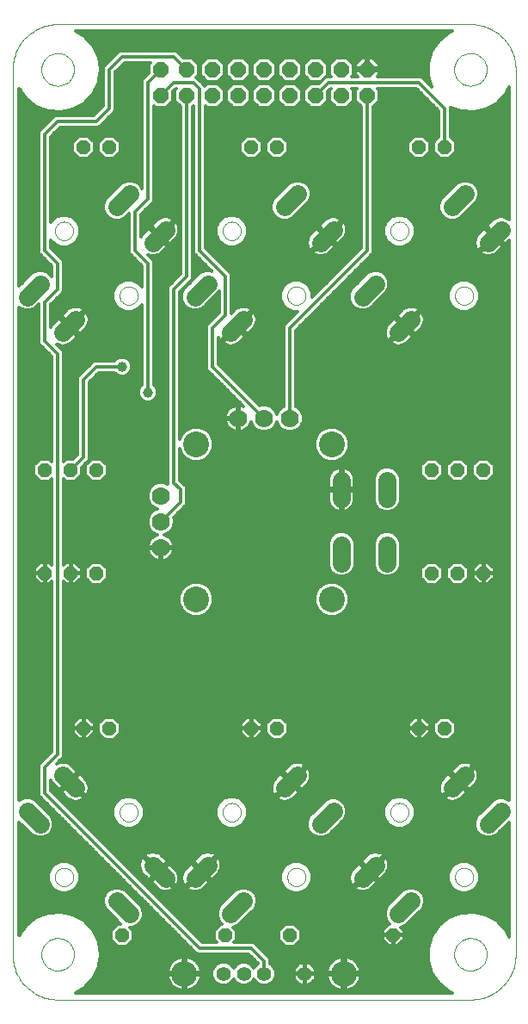
<source format=gtl>
G75*
G70*
%OFA0B0*%
%FSLAX24Y24*%
%IPPOS*%
%LPD*%
%AMOC8*
5,1,8,0,0,1.08239X$1,22.5*
%
%ADD10C,0.0000*%
%ADD11C,0.1000*%
%ADD12C,0.0700*%
%ADD13C,0.0700*%
%ADD14OC8,0.0520*%
%ADD15C,0.0705*%
%ADD16C,0.0560*%
%ADD17OC8,0.0600*%
%ADD18C,0.0120*%
%ADD19C,0.0396*%
D10*
X001004Y003635D02*
X001004Y037885D01*
X002124Y037885D02*
X002126Y037935D01*
X002132Y037985D01*
X002142Y038034D01*
X002156Y038082D01*
X002173Y038129D01*
X002194Y038174D01*
X002219Y038218D01*
X002247Y038259D01*
X002279Y038298D01*
X002313Y038335D01*
X002350Y038369D01*
X002390Y038399D01*
X002432Y038426D01*
X002476Y038450D01*
X002522Y038471D01*
X002569Y038487D01*
X002617Y038500D01*
X002667Y038509D01*
X002716Y038514D01*
X002767Y038515D01*
X002817Y038512D01*
X002866Y038505D01*
X002915Y038494D01*
X002963Y038479D01*
X003009Y038461D01*
X003054Y038439D01*
X003097Y038413D01*
X003138Y038384D01*
X003177Y038352D01*
X003213Y038317D01*
X003245Y038279D01*
X003275Y038239D01*
X003302Y038196D01*
X003325Y038152D01*
X003344Y038106D01*
X003360Y038058D01*
X003372Y038009D01*
X003380Y037960D01*
X003384Y037910D01*
X003384Y037860D01*
X003380Y037810D01*
X003372Y037761D01*
X003360Y037712D01*
X003344Y037664D01*
X003325Y037618D01*
X003302Y037574D01*
X003275Y037531D01*
X003245Y037491D01*
X003213Y037453D01*
X003177Y037418D01*
X003138Y037386D01*
X003097Y037357D01*
X003054Y037331D01*
X003009Y037309D01*
X002963Y037291D01*
X002915Y037276D01*
X002866Y037265D01*
X002817Y037258D01*
X002767Y037255D01*
X002716Y037256D01*
X002667Y037261D01*
X002617Y037270D01*
X002569Y037283D01*
X002522Y037299D01*
X002476Y037320D01*
X002432Y037344D01*
X002390Y037371D01*
X002350Y037401D01*
X002313Y037435D01*
X002279Y037472D01*
X002247Y037511D01*
X002219Y037552D01*
X002194Y037596D01*
X002173Y037641D01*
X002156Y037688D01*
X002142Y037736D01*
X002132Y037785D01*
X002126Y037835D01*
X002124Y037885D01*
X001004Y037885D02*
X001006Y037968D01*
X001012Y038051D01*
X001022Y038134D01*
X001036Y038216D01*
X001053Y038298D01*
X001075Y038378D01*
X001100Y038457D01*
X001129Y038535D01*
X001162Y038612D01*
X001199Y038687D01*
X001238Y038760D01*
X001282Y038831D01*
X001328Y038900D01*
X001378Y038967D01*
X001431Y039031D01*
X001487Y039093D01*
X001546Y039152D01*
X001608Y039208D01*
X001672Y039261D01*
X001739Y039311D01*
X001808Y039357D01*
X001879Y039401D01*
X001952Y039440D01*
X002027Y039477D01*
X002104Y039510D01*
X002182Y039539D01*
X002261Y039564D01*
X002341Y039586D01*
X002423Y039603D01*
X002505Y039617D01*
X002588Y039627D01*
X002671Y039633D01*
X002754Y039635D01*
X018754Y039635D01*
X018124Y037885D02*
X018126Y037935D01*
X018132Y037985D01*
X018142Y038034D01*
X018156Y038082D01*
X018173Y038129D01*
X018194Y038174D01*
X018219Y038218D01*
X018247Y038259D01*
X018279Y038298D01*
X018313Y038335D01*
X018350Y038369D01*
X018390Y038399D01*
X018432Y038426D01*
X018476Y038450D01*
X018522Y038471D01*
X018569Y038487D01*
X018617Y038500D01*
X018667Y038509D01*
X018716Y038514D01*
X018767Y038515D01*
X018817Y038512D01*
X018866Y038505D01*
X018915Y038494D01*
X018963Y038479D01*
X019009Y038461D01*
X019054Y038439D01*
X019097Y038413D01*
X019138Y038384D01*
X019177Y038352D01*
X019213Y038317D01*
X019245Y038279D01*
X019275Y038239D01*
X019302Y038196D01*
X019325Y038152D01*
X019344Y038106D01*
X019360Y038058D01*
X019372Y038009D01*
X019380Y037960D01*
X019384Y037910D01*
X019384Y037860D01*
X019380Y037810D01*
X019372Y037761D01*
X019360Y037712D01*
X019344Y037664D01*
X019325Y037618D01*
X019302Y037574D01*
X019275Y037531D01*
X019245Y037491D01*
X019213Y037453D01*
X019177Y037418D01*
X019138Y037386D01*
X019097Y037357D01*
X019054Y037331D01*
X019009Y037309D01*
X018963Y037291D01*
X018915Y037276D01*
X018866Y037265D01*
X018817Y037258D01*
X018767Y037255D01*
X018716Y037256D01*
X018667Y037261D01*
X018617Y037270D01*
X018569Y037283D01*
X018522Y037299D01*
X018476Y037320D01*
X018432Y037344D01*
X018390Y037371D01*
X018350Y037401D01*
X018313Y037435D01*
X018279Y037472D01*
X018247Y037511D01*
X018219Y037552D01*
X018194Y037596D01*
X018173Y037641D01*
X018156Y037688D01*
X018142Y037736D01*
X018132Y037785D01*
X018126Y037835D01*
X018124Y037885D01*
X018754Y039635D02*
X018837Y039633D01*
X018920Y039627D01*
X019003Y039617D01*
X019085Y039603D01*
X019167Y039586D01*
X019247Y039564D01*
X019326Y039539D01*
X019404Y039510D01*
X019481Y039477D01*
X019556Y039440D01*
X019629Y039401D01*
X019700Y039357D01*
X019769Y039311D01*
X019836Y039261D01*
X019900Y039208D01*
X019962Y039152D01*
X020021Y039093D01*
X020077Y039031D01*
X020130Y038967D01*
X020180Y038900D01*
X020226Y038831D01*
X020270Y038760D01*
X020309Y038687D01*
X020346Y038612D01*
X020379Y038535D01*
X020408Y038457D01*
X020433Y038378D01*
X020455Y038298D01*
X020472Y038216D01*
X020486Y038134D01*
X020496Y038051D01*
X020502Y037968D01*
X020504Y037885D01*
X020504Y003635D01*
X018124Y003635D02*
X018126Y003685D01*
X018132Y003735D01*
X018142Y003784D01*
X018156Y003832D01*
X018173Y003879D01*
X018194Y003924D01*
X018219Y003968D01*
X018247Y004009D01*
X018279Y004048D01*
X018313Y004085D01*
X018350Y004119D01*
X018390Y004149D01*
X018432Y004176D01*
X018476Y004200D01*
X018522Y004221D01*
X018569Y004237D01*
X018617Y004250D01*
X018667Y004259D01*
X018716Y004264D01*
X018767Y004265D01*
X018817Y004262D01*
X018866Y004255D01*
X018915Y004244D01*
X018963Y004229D01*
X019009Y004211D01*
X019054Y004189D01*
X019097Y004163D01*
X019138Y004134D01*
X019177Y004102D01*
X019213Y004067D01*
X019245Y004029D01*
X019275Y003989D01*
X019302Y003946D01*
X019325Y003902D01*
X019344Y003856D01*
X019360Y003808D01*
X019372Y003759D01*
X019380Y003710D01*
X019384Y003660D01*
X019384Y003610D01*
X019380Y003560D01*
X019372Y003511D01*
X019360Y003462D01*
X019344Y003414D01*
X019325Y003368D01*
X019302Y003324D01*
X019275Y003281D01*
X019245Y003241D01*
X019213Y003203D01*
X019177Y003168D01*
X019138Y003136D01*
X019097Y003107D01*
X019054Y003081D01*
X019009Y003059D01*
X018963Y003041D01*
X018915Y003026D01*
X018866Y003015D01*
X018817Y003008D01*
X018767Y003005D01*
X018716Y003006D01*
X018667Y003011D01*
X018617Y003020D01*
X018569Y003033D01*
X018522Y003049D01*
X018476Y003070D01*
X018432Y003094D01*
X018390Y003121D01*
X018350Y003151D01*
X018313Y003185D01*
X018279Y003222D01*
X018247Y003261D01*
X018219Y003302D01*
X018194Y003346D01*
X018173Y003391D01*
X018156Y003438D01*
X018142Y003486D01*
X018132Y003535D01*
X018126Y003585D01*
X018124Y003635D01*
X018754Y001885D02*
X018837Y001887D01*
X018920Y001893D01*
X019003Y001903D01*
X019085Y001917D01*
X019167Y001934D01*
X019247Y001956D01*
X019326Y001981D01*
X019404Y002010D01*
X019481Y002043D01*
X019556Y002080D01*
X019629Y002119D01*
X019700Y002163D01*
X019769Y002209D01*
X019836Y002259D01*
X019900Y002312D01*
X019962Y002368D01*
X020021Y002427D01*
X020077Y002489D01*
X020130Y002553D01*
X020180Y002620D01*
X020226Y002689D01*
X020270Y002760D01*
X020309Y002833D01*
X020346Y002908D01*
X020379Y002985D01*
X020408Y003063D01*
X020433Y003142D01*
X020455Y003222D01*
X020472Y003304D01*
X020486Y003386D01*
X020496Y003469D01*
X020502Y003552D01*
X020504Y003635D01*
X018754Y001885D02*
X002754Y001885D01*
X002124Y003635D02*
X002126Y003685D01*
X002132Y003735D01*
X002142Y003784D01*
X002156Y003832D01*
X002173Y003879D01*
X002194Y003924D01*
X002219Y003968D01*
X002247Y004009D01*
X002279Y004048D01*
X002313Y004085D01*
X002350Y004119D01*
X002390Y004149D01*
X002432Y004176D01*
X002476Y004200D01*
X002522Y004221D01*
X002569Y004237D01*
X002617Y004250D01*
X002667Y004259D01*
X002716Y004264D01*
X002767Y004265D01*
X002817Y004262D01*
X002866Y004255D01*
X002915Y004244D01*
X002963Y004229D01*
X003009Y004211D01*
X003054Y004189D01*
X003097Y004163D01*
X003138Y004134D01*
X003177Y004102D01*
X003213Y004067D01*
X003245Y004029D01*
X003275Y003989D01*
X003302Y003946D01*
X003325Y003902D01*
X003344Y003856D01*
X003360Y003808D01*
X003372Y003759D01*
X003380Y003710D01*
X003384Y003660D01*
X003384Y003610D01*
X003380Y003560D01*
X003372Y003511D01*
X003360Y003462D01*
X003344Y003414D01*
X003325Y003368D01*
X003302Y003324D01*
X003275Y003281D01*
X003245Y003241D01*
X003213Y003203D01*
X003177Y003168D01*
X003138Y003136D01*
X003097Y003107D01*
X003054Y003081D01*
X003009Y003059D01*
X002963Y003041D01*
X002915Y003026D01*
X002866Y003015D01*
X002817Y003008D01*
X002767Y003005D01*
X002716Y003006D01*
X002667Y003011D01*
X002617Y003020D01*
X002569Y003033D01*
X002522Y003049D01*
X002476Y003070D01*
X002432Y003094D01*
X002390Y003121D01*
X002350Y003151D01*
X002313Y003185D01*
X002279Y003222D01*
X002247Y003261D01*
X002219Y003302D01*
X002194Y003346D01*
X002173Y003391D01*
X002156Y003438D01*
X002142Y003486D01*
X002132Y003535D01*
X002126Y003585D01*
X002124Y003635D01*
X001004Y003635D02*
X001006Y003552D01*
X001012Y003469D01*
X001022Y003386D01*
X001036Y003304D01*
X001053Y003222D01*
X001075Y003142D01*
X001100Y003063D01*
X001129Y002985D01*
X001162Y002908D01*
X001199Y002833D01*
X001238Y002760D01*
X001282Y002689D01*
X001328Y002620D01*
X001378Y002553D01*
X001431Y002489D01*
X001487Y002427D01*
X001546Y002368D01*
X001608Y002312D01*
X001672Y002259D01*
X001739Y002209D01*
X001808Y002163D01*
X001879Y002119D01*
X001952Y002080D01*
X002027Y002043D01*
X002104Y002010D01*
X002182Y001981D01*
X002261Y001956D01*
X002341Y001934D01*
X002423Y001917D01*
X002505Y001903D01*
X002588Y001893D01*
X002671Y001887D01*
X002754Y001885D01*
X002647Y006633D02*
X002649Y006670D01*
X002655Y006707D01*
X002664Y006743D01*
X002678Y006777D01*
X002695Y006810D01*
X002715Y006842D01*
X002738Y006871D01*
X002764Y006897D01*
X002793Y006920D01*
X002824Y006940D01*
X002858Y006957D01*
X002892Y006971D01*
X002928Y006980D01*
X002965Y006986D01*
X003002Y006988D01*
X003039Y006986D01*
X003076Y006980D01*
X003112Y006971D01*
X003146Y006957D01*
X003179Y006940D01*
X003211Y006920D01*
X003240Y006897D01*
X003266Y006871D01*
X003289Y006842D01*
X003309Y006811D01*
X003326Y006777D01*
X003340Y006743D01*
X003349Y006707D01*
X003355Y006670D01*
X003357Y006633D01*
X003355Y006596D01*
X003349Y006559D01*
X003340Y006523D01*
X003326Y006489D01*
X003309Y006456D01*
X003289Y006424D01*
X003266Y006395D01*
X003240Y006369D01*
X003211Y006346D01*
X003180Y006326D01*
X003146Y006309D01*
X003112Y006295D01*
X003076Y006286D01*
X003039Y006280D01*
X003002Y006278D01*
X002965Y006280D01*
X002928Y006286D01*
X002892Y006295D01*
X002858Y006309D01*
X002825Y006326D01*
X002793Y006346D01*
X002764Y006369D01*
X002738Y006395D01*
X002715Y006424D01*
X002695Y006455D01*
X002678Y006489D01*
X002664Y006523D01*
X002655Y006559D01*
X002649Y006596D01*
X002647Y006633D01*
X005151Y009136D02*
X005153Y009173D01*
X005159Y009210D01*
X005168Y009246D01*
X005182Y009280D01*
X005199Y009313D01*
X005219Y009345D01*
X005242Y009374D01*
X005268Y009400D01*
X005297Y009423D01*
X005328Y009443D01*
X005362Y009460D01*
X005396Y009474D01*
X005432Y009483D01*
X005469Y009489D01*
X005506Y009491D01*
X005543Y009489D01*
X005580Y009483D01*
X005616Y009474D01*
X005650Y009460D01*
X005683Y009443D01*
X005715Y009423D01*
X005744Y009400D01*
X005770Y009374D01*
X005793Y009345D01*
X005813Y009314D01*
X005830Y009280D01*
X005844Y009246D01*
X005853Y009210D01*
X005859Y009173D01*
X005861Y009136D01*
X005859Y009099D01*
X005853Y009062D01*
X005844Y009026D01*
X005830Y008992D01*
X005813Y008959D01*
X005793Y008927D01*
X005770Y008898D01*
X005744Y008872D01*
X005715Y008849D01*
X005684Y008829D01*
X005650Y008812D01*
X005616Y008798D01*
X005580Y008789D01*
X005543Y008783D01*
X005506Y008781D01*
X005469Y008783D01*
X005432Y008789D01*
X005396Y008798D01*
X005362Y008812D01*
X005329Y008829D01*
X005297Y008849D01*
X005268Y008872D01*
X005242Y008898D01*
X005219Y008927D01*
X005199Y008958D01*
X005182Y008992D01*
X005168Y009026D01*
X005159Y009062D01*
X005153Y009099D01*
X005151Y009136D01*
X009147Y009136D02*
X009149Y009173D01*
X009155Y009210D01*
X009164Y009246D01*
X009178Y009280D01*
X009195Y009313D01*
X009215Y009345D01*
X009238Y009374D01*
X009264Y009400D01*
X009293Y009423D01*
X009324Y009443D01*
X009358Y009460D01*
X009392Y009474D01*
X009428Y009483D01*
X009465Y009489D01*
X009502Y009491D01*
X009539Y009489D01*
X009576Y009483D01*
X009612Y009474D01*
X009646Y009460D01*
X009679Y009443D01*
X009711Y009423D01*
X009740Y009400D01*
X009766Y009374D01*
X009789Y009345D01*
X009809Y009314D01*
X009826Y009280D01*
X009840Y009246D01*
X009849Y009210D01*
X009855Y009173D01*
X009857Y009136D01*
X009855Y009099D01*
X009849Y009062D01*
X009840Y009026D01*
X009826Y008992D01*
X009809Y008959D01*
X009789Y008927D01*
X009766Y008898D01*
X009740Y008872D01*
X009711Y008849D01*
X009680Y008829D01*
X009646Y008812D01*
X009612Y008798D01*
X009576Y008789D01*
X009539Y008783D01*
X009502Y008781D01*
X009465Y008783D01*
X009428Y008789D01*
X009392Y008798D01*
X009358Y008812D01*
X009325Y008829D01*
X009293Y008849D01*
X009264Y008872D01*
X009238Y008898D01*
X009215Y008927D01*
X009195Y008958D01*
X009178Y008992D01*
X009164Y009026D01*
X009155Y009062D01*
X009149Y009099D01*
X009147Y009136D01*
X011651Y006633D02*
X011653Y006670D01*
X011659Y006707D01*
X011668Y006743D01*
X011682Y006777D01*
X011699Y006810D01*
X011719Y006842D01*
X011742Y006871D01*
X011768Y006897D01*
X011797Y006920D01*
X011828Y006940D01*
X011862Y006957D01*
X011896Y006971D01*
X011932Y006980D01*
X011969Y006986D01*
X012006Y006988D01*
X012043Y006986D01*
X012080Y006980D01*
X012116Y006971D01*
X012150Y006957D01*
X012183Y006940D01*
X012215Y006920D01*
X012244Y006897D01*
X012270Y006871D01*
X012293Y006842D01*
X012313Y006811D01*
X012330Y006777D01*
X012344Y006743D01*
X012353Y006707D01*
X012359Y006670D01*
X012361Y006633D01*
X012359Y006596D01*
X012353Y006559D01*
X012344Y006523D01*
X012330Y006489D01*
X012313Y006456D01*
X012293Y006424D01*
X012270Y006395D01*
X012244Y006369D01*
X012215Y006346D01*
X012184Y006326D01*
X012150Y006309D01*
X012116Y006295D01*
X012080Y006286D01*
X012043Y006280D01*
X012006Y006278D01*
X011969Y006280D01*
X011932Y006286D01*
X011896Y006295D01*
X011862Y006309D01*
X011829Y006326D01*
X011797Y006346D01*
X011768Y006369D01*
X011742Y006395D01*
X011719Y006424D01*
X011699Y006455D01*
X011682Y006489D01*
X011668Y006523D01*
X011659Y006559D01*
X011653Y006596D01*
X011651Y006633D01*
X015647Y009136D02*
X015649Y009173D01*
X015655Y009210D01*
X015664Y009246D01*
X015678Y009280D01*
X015695Y009313D01*
X015715Y009345D01*
X015738Y009374D01*
X015764Y009400D01*
X015793Y009423D01*
X015824Y009443D01*
X015858Y009460D01*
X015892Y009474D01*
X015928Y009483D01*
X015965Y009489D01*
X016002Y009491D01*
X016039Y009489D01*
X016076Y009483D01*
X016112Y009474D01*
X016146Y009460D01*
X016179Y009443D01*
X016211Y009423D01*
X016240Y009400D01*
X016266Y009374D01*
X016289Y009345D01*
X016309Y009314D01*
X016326Y009280D01*
X016340Y009246D01*
X016349Y009210D01*
X016355Y009173D01*
X016357Y009136D01*
X016355Y009099D01*
X016349Y009062D01*
X016340Y009026D01*
X016326Y008992D01*
X016309Y008959D01*
X016289Y008927D01*
X016266Y008898D01*
X016240Y008872D01*
X016211Y008849D01*
X016180Y008829D01*
X016146Y008812D01*
X016112Y008798D01*
X016076Y008789D01*
X016039Y008783D01*
X016002Y008781D01*
X015965Y008783D01*
X015928Y008789D01*
X015892Y008798D01*
X015858Y008812D01*
X015825Y008829D01*
X015793Y008849D01*
X015764Y008872D01*
X015738Y008898D01*
X015715Y008927D01*
X015695Y008958D01*
X015678Y008992D01*
X015664Y009026D01*
X015655Y009062D01*
X015649Y009099D01*
X015647Y009136D01*
X018151Y006633D02*
X018153Y006670D01*
X018159Y006707D01*
X018168Y006743D01*
X018182Y006777D01*
X018199Y006810D01*
X018219Y006842D01*
X018242Y006871D01*
X018268Y006897D01*
X018297Y006920D01*
X018328Y006940D01*
X018362Y006957D01*
X018396Y006971D01*
X018432Y006980D01*
X018469Y006986D01*
X018506Y006988D01*
X018543Y006986D01*
X018580Y006980D01*
X018616Y006971D01*
X018650Y006957D01*
X018683Y006940D01*
X018715Y006920D01*
X018744Y006897D01*
X018770Y006871D01*
X018793Y006842D01*
X018813Y006811D01*
X018830Y006777D01*
X018844Y006743D01*
X018853Y006707D01*
X018859Y006670D01*
X018861Y006633D01*
X018859Y006596D01*
X018853Y006559D01*
X018844Y006523D01*
X018830Y006489D01*
X018813Y006456D01*
X018793Y006424D01*
X018770Y006395D01*
X018744Y006369D01*
X018715Y006346D01*
X018684Y006326D01*
X018650Y006309D01*
X018616Y006295D01*
X018580Y006286D01*
X018543Y006280D01*
X018506Y006278D01*
X018469Y006280D01*
X018432Y006286D01*
X018396Y006295D01*
X018362Y006309D01*
X018329Y006326D01*
X018297Y006346D01*
X018268Y006369D01*
X018242Y006395D01*
X018219Y006424D01*
X018199Y006455D01*
X018182Y006489D01*
X018168Y006523D01*
X018159Y006559D01*
X018153Y006596D01*
X018151Y006633D01*
X018151Y029133D02*
X018153Y029170D01*
X018159Y029207D01*
X018168Y029243D01*
X018182Y029277D01*
X018199Y029310D01*
X018219Y029342D01*
X018242Y029371D01*
X018268Y029397D01*
X018297Y029420D01*
X018328Y029440D01*
X018362Y029457D01*
X018396Y029471D01*
X018432Y029480D01*
X018469Y029486D01*
X018506Y029488D01*
X018543Y029486D01*
X018580Y029480D01*
X018616Y029471D01*
X018650Y029457D01*
X018683Y029440D01*
X018715Y029420D01*
X018744Y029397D01*
X018770Y029371D01*
X018793Y029342D01*
X018813Y029311D01*
X018830Y029277D01*
X018844Y029243D01*
X018853Y029207D01*
X018859Y029170D01*
X018861Y029133D01*
X018859Y029096D01*
X018853Y029059D01*
X018844Y029023D01*
X018830Y028989D01*
X018813Y028956D01*
X018793Y028924D01*
X018770Y028895D01*
X018744Y028869D01*
X018715Y028846D01*
X018684Y028826D01*
X018650Y028809D01*
X018616Y028795D01*
X018580Y028786D01*
X018543Y028780D01*
X018506Y028778D01*
X018469Y028780D01*
X018432Y028786D01*
X018396Y028795D01*
X018362Y028809D01*
X018329Y028826D01*
X018297Y028846D01*
X018268Y028869D01*
X018242Y028895D01*
X018219Y028924D01*
X018199Y028955D01*
X018182Y028989D01*
X018168Y029023D01*
X018159Y029059D01*
X018153Y029096D01*
X018151Y029133D01*
X015647Y031636D02*
X015649Y031673D01*
X015655Y031710D01*
X015664Y031746D01*
X015678Y031780D01*
X015695Y031813D01*
X015715Y031845D01*
X015738Y031874D01*
X015764Y031900D01*
X015793Y031923D01*
X015824Y031943D01*
X015858Y031960D01*
X015892Y031974D01*
X015928Y031983D01*
X015965Y031989D01*
X016002Y031991D01*
X016039Y031989D01*
X016076Y031983D01*
X016112Y031974D01*
X016146Y031960D01*
X016179Y031943D01*
X016211Y031923D01*
X016240Y031900D01*
X016266Y031874D01*
X016289Y031845D01*
X016309Y031814D01*
X016326Y031780D01*
X016340Y031746D01*
X016349Y031710D01*
X016355Y031673D01*
X016357Y031636D01*
X016355Y031599D01*
X016349Y031562D01*
X016340Y031526D01*
X016326Y031492D01*
X016309Y031459D01*
X016289Y031427D01*
X016266Y031398D01*
X016240Y031372D01*
X016211Y031349D01*
X016180Y031329D01*
X016146Y031312D01*
X016112Y031298D01*
X016076Y031289D01*
X016039Y031283D01*
X016002Y031281D01*
X015965Y031283D01*
X015928Y031289D01*
X015892Y031298D01*
X015858Y031312D01*
X015825Y031329D01*
X015793Y031349D01*
X015764Y031372D01*
X015738Y031398D01*
X015715Y031427D01*
X015695Y031458D01*
X015678Y031492D01*
X015664Y031526D01*
X015655Y031562D01*
X015649Y031599D01*
X015647Y031636D01*
X011651Y029133D02*
X011653Y029170D01*
X011659Y029207D01*
X011668Y029243D01*
X011682Y029277D01*
X011699Y029310D01*
X011719Y029342D01*
X011742Y029371D01*
X011768Y029397D01*
X011797Y029420D01*
X011828Y029440D01*
X011862Y029457D01*
X011896Y029471D01*
X011932Y029480D01*
X011969Y029486D01*
X012006Y029488D01*
X012043Y029486D01*
X012080Y029480D01*
X012116Y029471D01*
X012150Y029457D01*
X012183Y029440D01*
X012215Y029420D01*
X012244Y029397D01*
X012270Y029371D01*
X012293Y029342D01*
X012313Y029311D01*
X012330Y029277D01*
X012344Y029243D01*
X012353Y029207D01*
X012359Y029170D01*
X012361Y029133D01*
X012359Y029096D01*
X012353Y029059D01*
X012344Y029023D01*
X012330Y028989D01*
X012313Y028956D01*
X012293Y028924D01*
X012270Y028895D01*
X012244Y028869D01*
X012215Y028846D01*
X012184Y028826D01*
X012150Y028809D01*
X012116Y028795D01*
X012080Y028786D01*
X012043Y028780D01*
X012006Y028778D01*
X011969Y028780D01*
X011932Y028786D01*
X011896Y028795D01*
X011862Y028809D01*
X011829Y028826D01*
X011797Y028846D01*
X011768Y028869D01*
X011742Y028895D01*
X011719Y028924D01*
X011699Y028955D01*
X011682Y028989D01*
X011668Y029023D01*
X011659Y029059D01*
X011653Y029096D01*
X011651Y029133D01*
X009147Y031636D02*
X009149Y031673D01*
X009155Y031710D01*
X009164Y031746D01*
X009178Y031780D01*
X009195Y031813D01*
X009215Y031845D01*
X009238Y031874D01*
X009264Y031900D01*
X009293Y031923D01*
X009324Y031943D01*
X009358Y031960D01*
X009392Y031974D01*
X009428Y031983D01*
X009465Y031989D01*
X009502Y031991D01*
X009539Y031989D01*
X009576Y031983D01*
X009612Y031974D01*
X009646Y031960D01*
X009679Y031943D01*
X009711Y031923D01*
X009740Y031900D01*
X009766Y031874D01*
X009789Y031845D01*
X009809Y031814D01*
X009826Y031780D01*
X009840Y031746D01*
X009849Y031710D01*
X009855Y031673D01*
X009857Y031636D01*
X009855Y031599D01*
X009849Y031562D01*
X009840Y031526D01*
X009826Y031492D01*
X009809Y031459D01*
X009789Y031427D01*
X009766Y031398D01*
X009740Y031372D01*
X009711Y031349D01*
X009680Y031329D01*
X009646Y031312D01*
X009612Y031298D01*
X009576Y031289D01*
X009539Y031283D01*
X009502Y031281D01*
X009465Y031283D01*
X009428Y031289D01*
X009392Y031298D01*
X009358Y031312D01*
X009325Y031329D01*
X009293Y031349D01*
X009264Y031372D01*
X009238Y031398D01*
X009215Y031427D01*
X009195Y031458D01*
X009178Y031492D01*
X009164Y031526D01*
X009155Y031562D01*
X009149Y031599D01*
X009147Y031636D01*
X005151Y029133D02*
X005153Y029170D01*
X005159Y029207D01*
X005168Y029243D01*
X005182Y029277D01*
X005199Y029310D01*
X005219Y029342D01*
X005242Y029371D01*
X005268Y029397D01*
X005297Y029420D01*
X005328Y029440D01*
X005362Y029457D01*
X005396Y029471D01*
X005432Y029480D01*
X005469Y029486D01*
X005506Y029488D01*
X005543Y029486D01*
X005580Y029480D01*
X005616Y029471D01*
X005650Y029457D01*
X005683Y029440D01*
X005715Y029420D01*
X005744Y029397D01*
X005770Y029371D01*
X005793Y029342D01*
X005813Y029311D01*
X005830Y029277D01*
X005844Y029243D01*
X005853Y029207D01*
X005859Y029170D01*
X005861Y029133D01*
X005859Y029096D01*
X005853Y029059D01*
X005844Y029023D01*
X005830Y028989D01*
X005813Y028956D01*
X005793Y028924D01*
X005770Y028895D01*
X005744Y028869D01*
X005715Y028846D01*
X005684Y028826D01*
X005650Y028809D01*
X005616Y028795D01*
X005580Y028786D01*
X005543Y028780D01*
X005506Y028778D01*
X005469Y028780D01*
X005432Y028786D01*
X005396Y028795D01*
X005362Y028809D01*
X005329Y028826D01*
X005297Y028846D01*
X005268Y028869D01*
X005242Y028895D01*
X005219Y028924D01*
X005199Y028955D01*
X005182Y028989D01*
X005168Y029023D01*
X005159Y029059D01*
X005153Y029096D01*
X005151Y029133D01*
X002647Y031636D02*
X002649Y031673D01*
X002655Y031710D01*
X002664Y031746D01*
X002678Y031780D01*
X002695Y031813D01*
X002715Y031845D01*
X002738Y031874D01*
X002764Y031900D01*
X002793Y031923D01*
X002824Y031943D01*
X002858Y031960D01*
X002892Y031974D01*
X002928Y031983D01*
X002965Y031989D01*
X003002Y031991D01*
X003039Y031989D01*
X003076Y031983D01*
X003112Y031974D01*
X003146Y031960D01*
X003179Y031943D01*
X003211Y031923D01*
X003240Y031900D01*
X003266Y031874D01*
X003289Y031845D01*
X003309Y031814D01*
X003326Y031780D01*
X003340Y031746D01*
X003349Y031710D01*
X003355Y031673D01*
X003357Y031636D01*
X003355Y031599D01*
X003349Y031562D01*
X003340Y031526D01*
X003326Y031492D01*
X003309Y031459D01*
X003289Y031427D01*
X003266Y031398D01*
X003240Y031372D01*
X003211Y031349D01*
X003180Y031329D01*
X003146Y031312D01*
X003112Y031298D01*
X003076Y031289D01*
X003039Y031283D01*
X003002Y031281D01*
X002965Y031283D01*
X002928Y031289D01*
X002892Y031298D01*
X002858Y031312D01*
X002825Y031329D01*
X002793Y031349D01*
X002764Y031372D01*
X002738Y031398D01*
X002715Y031427D01*
X002695Y031458D01*
X002678Y031492D01*
X002664Y031526D01*
X002655Y031562D01*
X002649Y031599D01*
X002647Y031636D01*
D11*
X008129Y023385D03*
X008129Y017385D03*
X013379Y017385D03*
X013379Y023385D03*
X013845Y002885D03*
X007663Y002885D03*
D12*
X006754Y019385D03*
X006754Y020385D03*
X006754Y021385D03*
X009754Y024385D03*
X010754Y024385D03*
X011754Y024385D03*
D13*
X013754Y021985D02*
X013754Y021285D01*
X013754Y019485D02*
X013754Y018785D01*
X015526Y018785D02*
X015526Y019485D01*
X015526Y021285D02*
X015526Y021985D01*
D14*
X017254Y022385D03*
X018254Y022385D03*
X019254Y022385D03*
X019254Y018385D03*
X018254Y018385D03*
X017254Y018385D03*
X016754Y012385D03*
X017754Y012385D03*
X015754Y004385D03*
X011754Y004385D03*
X009254Y004385D03*
X005254Y004385D03*
X004754Y012385D03*
X003754Y012385D03*
X003254Y018385D03*
X004254Y018385D03*
X002254Y018385D03*
X002254Y022385D03*
X003254Y022385D03*
X004254Y022385D03*
X010254Y012385D03*
X011254Y012385D03*
X011254Y034885D03*
X010254Y034885D03*
X004754Y034885D03*
X003754Y034885D03*
X016754Y034885D03*
X017754Y034885D03*
D15*
X018550Y033066D02*
X018051Y032568D01*
X019437Y031182D02*
X019936Y031680D01*
X016457Y028201D02*
X015958Y027703D01*
X014572Y029089D02*
X015071Y029587D01*
X013436Y031680D02*
X012937Y031182D01*
X011551Y032568D02*
X012050Y033066D01*
X009957Y028201D02*
X009458Y027703D01*
X008072Y029089D02*
X008571Y029587D01*
X006936Y031680D02*
X006437Y031182D01*
X005051Y032568D02*
X005550Y033066D01*
X003457Y028201D02*
X002958Y027703D01*
X001572Y029089D02*
X002071Y029587D01*
X002958Y010566D02*
X003457Y010068D01*
X002071Y008682D02*
X001572Y009180D01*
X005051Y005701D02*
X005550Y005203D01*
X006936Y006589D02*
X006437Y007087D01*
X008072Y006589D02*
X008571Y007087D01*
X009957Y005701D02*
X009458Y005203D01*
X011551Y010068D02*
X012050Y010566D01*
X013436Y009180D02*
X012937Y008682D01*
X014572Y006589D02*
X015071Y007087D01*
X016457Y005701D02*
X015958Y005203D01*
X018051Y010068D02*
X018550Y010566D01*
X019936Y009180D02*
X019437Y008682D01*
D16*
X012329Y002885D03*
X010754Y002885D03*
X009967Y002885D03*
X009179Y002885D03*
D17*
X008754Y036885D03*
X008754Y037885D03*
X007754Y037885D03*
X007754Y036885D03*
X006754Y036885D03*
X006754Y037885D03*
X009754Y037885D03*
X009754Y036885D03*
X010754Y036885D03*
X010754Y037885D03*
X011754Y037885D03*
X011754Y036885D03*
X012754Y036885D03*
X012754Y037885D03*
X013754Y037885D03*
X013754Y036885D03*
X014754Y036885D03*
X014754Y037885D03*
D18*
X014794Y037922D02*
X017113Y037922D01*
X017113Y038040D02*
X015214Y038040D01*
X015214Y038075D02*
X014945Y038345D01*
X014794Y038345D01*
X014794Y037925D01*
X014714Y037925D01*
X014714Y038345D01*
X014563Y038345D01*
X014294Y038075D01*
X014294Y037925D01*
X014714Y037925D01*
X014714Y037845D01*
X014294Y037845D01*
X014294Y037694D01*
X014374Y037615D01*
X014149Y037615D01*
X014224Y037690D01*
X014224Y038079D01*
X013949Y038355D01*
X013559Y038355D01*
X013284Y038079D01*
X013284Y037690D01*
X013359Y037615D01*
X013159Y037615D01*
X013024Y037480D01*
X012899Y037355D01*
X012559Y037355D01*
X012284Y037079D01*
X012284Y036690D01*
X012559Y036415D01*
X012949Y036415D01*
X013224Y036690D01*
X013224Y037029D01*
X013349Y037155D01*
X013359Y037155D01*
X013284Y037079D01*
X013284Y036690D01*
X013559Y036415D01*
X013949Y036415D01*
X014224Y036690D01*
X014224Y037079D01*
X014149Y037155D01*
X014359Y037155D01*
X014284Y037079D01*
X014284Y036690D01*
X014524Y036450D01*
X014524Y030980D01*
X012621Y029076D01*
X012621Y029255D01*
X012527Y029481D01*
X012354Y029654D01*
X012128Y029748D01*
X011883Y029748D01*
X011657Y029654D01*
X011484Y029481D01*
X011391Y029255D01*
X011391Y029011D01*
X011484Y028785D01*
X011657Y028612D01*
X011883Y028518D01*
X012062Y028518D01*
X011659Y028115D01*
X011524Y027980D01*
X011524Y024852D01*
X011459Y024826D01*
X011313Y024679D01*
X011254Y024536D01*
X011195Y024679D01*
X011049Y024826D01*
X010857Y024905D01*
X010651Y024905D01*
X010586Y024878D01*
X008984Y026480D01*
X008984Y027505D01*
X009020Y027434D01*
X009057Y027383D01*
X009626Y027952D01*
X009707Y027871D01*
X009138Y027302D01*
X009190Y027265D01*
X009261Y027228D01*
X009338Y027203D01*
X009418Y027190D01*
X009499Y027190D01*
X009578Y027203D01*
X009655Y027228D01*
X009727Y027265D01*
X009792Y027312D01*
X010029Y027549D01*
X009708Y027871D01*
X009789Y027952D01*
X010111Y027630D01*
X010348Y027868D01*
X010395Y027933D01*
X010432Y028005D01*
X010457Y028081D01*
X010469Y028161D01*
X010469Y028242D01*
X010457Y028321D01*
X010432Y028398D01*
X010395Y028470D01*
X010358Y028521D01*
X009789Y027952D01*
X009708Y028034D01*
X010276Y028603D01*
X010225Y028640D01*
X010153Y028676D01*
X010077Y028701D01*
X009997Y028714D01*
X009916Y028714D01*
X009837Y028701D01*
X009760Y028676D01*
X009688Y028640D01*
X009623Y028592D01*
X009484Y028454D01*
X009484Y028480D01*
X009484Y029980D01*
X009349Y030115D01*
X008484Y030980D01*
X008484Y036490D01*
X008559Y036415D01*
X008949Y036415D01*
X009224Y036690D01*
X009224Y037079D01*
X008949Y037355D01*
X008559Y037355D01*
X008459Y037255D01*
X008349Y037365D01*
X008124Y037590D01*
X008224Y037690D01*
X008224Y038079D01*
X007949Y038355D01*
X007609Y038355D01*
X007484Y038480D01*
X007349Y038615D01*
X005349Y038615D01*
X005159Y038615D01*
X004524Y037980D01*
X004524Y037789D01*
X004524Y036480D01*
X004159Y036115D01*
X002659Y036115D01*
X002524Y035980D01*
X002159Y035615D01*
X002024Y035480D01*
X002024Y030980D01*
X002024Y030789D01*
X002524Y030289D01*
X002524Y029859D01*
X002514Y029883D01*
X002367Y030030D01*
X002175Y030110D01*
X001967Y030110D01*
X001775Y030030D01*
X001264Y029520D01*
X001264Y037156D01*
X001537Y036756D01*
X001537Y036756D01*
X001924Y036447D01*
X002385Y036266D01*
X002878Y036229D01*
X003360Y036339D01*
X003789Y036587D01*
X004126Y036950D01*
X004340Y037395D01*
X004414Y037885D01*
X004340Y038374D01*
X004126Y038820D01*
X003789Y039183D01*
X003456Y039375D01*
X018058Y039375D01*
X017924Y039322D01*
X017537Y039014D01*
X017258Y038605D01*
X017113Y038132D01*
X017113Y037637D01*
X017240Y037224D01*
X016984Y037480D01*
X016849Y037615D01*
X015134Y037615D01*
X015214Y037694D01*
X015214Y037845D01*
X014794Y037845D01*
X014794Y037925D01*
X015214Y037925D01*
X015214Y038075D01*
X015130Y038159D02*
X017121Y038159D01*
X017113Y038132D02*
X017113Y038132D01*
X017157Y038278D02*
X015012Y038278D01*
X014794Y038278D02*
X014714Y038278D01*
X014714Y038159D02*
X014794Y038159D01*
X014794Y038040D02*
X014714Y038040D01*
X014714Y037922D02*
X014224Y037922D01*
X014224Y038040D02*
X014294Y038040D01*
X014378Y038159D02*
X014144Y038159D01*
X014026Y038278D02*
X014496Y038278D01*
X014294Y037803D02*
X014224Y037803D01*
X014219Y037685D02*
X014303Y037685D01*
X014297Y037092D02*
X014211Y037092D01*
X014224Y036974D02*
X014284Y036974D01*
X014284Y036855D02*
X014224Y036855D01*
X014224Y036736D02*
X014284Y036736D01*
X014356Y036618D02*
X014152Y036618D01*
X014033Y036499D02*
X014475Y036499D01*
X014524Y036381D02*
X008484Y036381D01*
X008484Y036262D02*
X014524Y036262D01*
X014524Y036144D02*
X008484Y036144D01*
X008484Y036025D02*
X014524Y036025D01*
X014524Y035907D02*
X008484Y035907D01*
X008484Y035788D02*
X014524Y035788D01*
X014524Y035670D02*
X008484Y035670D01*
X008484Y035551D02*
X014524Y035551D01*
X014524Y035432D02*
X008484Y035432D01*
X008484Y035314D02*
X010075Y035314D01*
X010076Y035315D02*
X009824Y035063D01*
X009824Y034707D01*
X010076Y034455D01*
X010432Y034455D01*
X010684Y034707D01*
X010684Y035063D01*
X010432Y035315D01*
X010076Y035315D01*
X009957Y035195D02*
X008484Y035195D01*
X008484Y035077D02*
X009838Y035077D01*
X009824Y034958D02*
X008484Y034958D01*
X008484Y034840D02*
X009824Y034840D01*
X009824Y034721D02*
X008484Y034721D01*
X008484Y034603D02*
X009928Y034603D01*
X010046Y034484D02*
X008484Y034484D01*
X008484Y034366D02*
X014524Y034366D01*
X014524Y034484D02*
X011461Y034484D01*
X011432Y034455D02*
X011684Y034707D01*
X011684Y035063D01*
X011432Y035315D01*
X011076Y035315D01*
X010824Y035063D01*
X010824Y034707D01*
X011076Y034455D01*
X011432Y034455D01*
X011580Y034603D02*
X014524Y034603D01*
X014524Y034721D02*
X011684Y034721D01*
X011684Y034840D02*
X014524Y034840D01*
X014524Y034958D02*
X011684Y034958D01*
X011670Y035077D02*
X014524Y035077D01*
X014524Y035195D02*
X011551Y035195D01*
X011433Y035314D02*
X014524Y035314D01*
X014984Y035314D02*
X016575Y035314D01*
X016576Y035315D02*
X016324Y035063D01*
X016324Y034707D01*
X016576Y034455D01*
X016932Y034455D01*
X017184Y034707D01*
X017184Y035063D01*
X016932Y035315D01*
X016576Y035315D01*
X016457Y035195D02*
X014984Y035195D01*
X014984Y035077D02*
X016338Y035077D01*
X016324Y034958D02*
X014984Y034958D01*
X014984Y034840D02*
X016324Y034840D01*
X016324Y034721D02*
X014984Y034721D01*
X014984Y034603D02*
X016428Y034603D01*
X016546Y034484D02*
X014984Y034484D01*
X014984Y034366D02*
X020244Y034366D01*
X020244Y034484D02*
X017961Y034484D01*
X017932Y034455D02*
X018184Y034707D01*
X018184Y035063D01*
X017984Y035263D01*
X017984Y036424D01*
X018385Y036266D01*
X018878Y036229D01*
X019360Y036339D01*
X019789Y036587D01*
X020126Y036950D01*
X020244Y037196D01*
X020244Y032090D01*
X020204Y032119D01*
X020132Y032155D01*
X020056Y032180D01*
X019976Y032193D01*
X019895Y032193D01*
X019816Y032180D01*
X019739Y032155D01*
X019667Y032119D01*
X019602Y032071D01*
X019365Y031834D01*
X019686Y031513D01*
X019605Y031431D01*
X019686Y031350D01*
X019117Y030781D01*
X019169Y030744D01*
X019240Y030707D01*
X019317Y030682D01*
X019397Y030669D01*
X019478Y030669D01*
X019557Y030682D01*
X019634Y030707D01*
X019706Y030744D01*
X019771Y030791D01*
X020008Y031028D01*
X019687Y031350D01*
X019768Y031431D01*
X020089Y031109D01*
X020244Y031264D01*
X020244Y009611D01*
X020232Y009623D01*
X020040Y009703D01*
X019832Y009703D01*
X019640Y009623D01*
X018994Y008978D01*
X018915Y008786D01*
X018915Y008578D01*
X018994Y008386D01*
X019141Y008239D01*
X019333Y008159D01*
X019541Y008159D01*
X019733Y008239D01*
X020244Y008750D01*
X020244Y004324D01*
X020126Y004570D01*
X019789Y004933D01*
X019360Y005180D01*
X018878Y005290D01*
X018385Y005253D01*
X018385Y005253D01*
X017924Y005072D01*
X017537Y004764D01*
X017537Y004764D01*
X017537Y004764D01*
X017258Y004355D01*
X017113Y003882D01*
X017113Y003387D01*
X017258Y002914D01*
X017537Y002506D01*
X017537Y002506D01*
X017924Y002197D01*
X018058Y002145D01*
X003456Y002145D01*
X003789Y002337D01*
X004126Y002700D01*
X004340Y003145D01*
X004340Y003145D01*
X004414Y003635D01*
X004340Y004124D01*
X004126Y004570D01*
X003789Y004933D01*
X003360Y005180D01*
X002878Y005290D01*
X002385Y005253D01*
X002385Y005253D01*
X001924Y005072D01*
X001537Y004764D01*
X001537Y004764D01*
X001537Y004764D01*
X001264Y004363D01*
X001264Y008750D01*
X001775Y008239D01*
X001967Y008159D01*
X002175Y008159D01*
X002367Y008239D01*
X002514Y008386D01*
X002593Y008578D01*
X002593Y008786D01*
X002514Y008978D01*
X001868Y009623D01*
X001676Y009703D01*
X001468Y009703D01*
X001276Y009623D01*
X001264Y009611D01*
X001264Y028658D01*
X001276Y028646D01*
X001468Y028566D01*
X001676Y028566D01*
X001868Y028646D01*
X002024Y028802D01*
X002024Y027480D01*
X002024Y027289D01*
X002524Y026789D01*
X002524Y022723D01*
X002432Y022815D01*
X002076Y022815D01*
X001824Y022563D01*
X001824Y022207D01*
X002076Y021955D01*
X002432Y021955D01*
X002524Y022047D01*
X002524Y018709D01*
X002428Y018805D01*
X002274Y018805D01*
X002274Y018405D01*
X002234Y018405D01*
X002234Y018805D01*
X002080Y018805D01*
X001834Y018559D01*
X001834Y018405D01*
X002234Y018405D01*
X002234Y018365D01*
X001834Y018365D01*
X001834Y018211D01*
X002080Y017965D01*
X002234Y017965D01*
X002234Y018364D01*
X002274Y018364D01*
X002274Y017965D01*
X002428Y017965D01*
X002524Y018061D01*
X002524Y011480D01*
X002159Y011115D01*
X002024Y010980D01*
X002024Y009980D01*
X002024Y009789D01*
X008024Y003789D01*
X008159Y003655D01*
X010159Y003655D01*
X010524Y003289D01*
X010524Y003276D01*
X010499Y003266D01*
X010373Y003140D01*
X010360Y003110D01*
X010348Y003140D01*
X010221Y003266D01*
X010056Y003335D01*
X009877Y003335D01*
X009712Y003266D01*
X009585Y003140D01*
X009573Y003110D01*
X009561Y003140D01*
X009434Y003266D01*
X009269Y003335D01*
X009090Y003335D01*
X008924Y003266D01*
X008798Y003140D01*
X008729Y002974D01*
X008729Y002795D01*
X008798Y002630D01*
X008924Y002503D01*
X009090Y002435D01*
X009269Y002435D01*
X009434Y002503D01*
X009561Y002630D01*
X009573Y002659D01*
X009585Y002630D01*
X009712Y002503D01*
X009877Y002435D01*
X010056Y002435D01*
X010221Y002503D01*
X010348Y002630D01*
X010360Y002659D01*
X010373Y002630D01*
X010499Y002503D01*
X010664Y002435D01*
X010844Y002435D01*
X011009Y002503D01*
X011135Y002630D01*
X011204Y002795D01*
X011204Y002974D01*
X011135Y003140D01*
X011009Y003266D01*
X010984Y003276D01*
X010984Y003480D01*
X010849Y003615D01*
X010349Y004115D01*
X010159Y004115D01*
X009592Y004115D01*
X009684Y004207D01*
X009684Y004563D01*
X009565Y004682D01*
X009754Y004760D01*
X010400Y005406D01*
X010479Y005598D01*
X010479Y005805D01*
X010400Y005997D01*
X010253Y006144D01*
X010061Y006224D01*
X009853Y006224D01*
X009661Y006144D01*
X009015Y005499D01*
X008936Y005307D01*
X008936Y005099D01*
X009015Y004907D01*
X009108Y004815D01*
X009076Y004815D01*
X008824Y004563D01*
X008824Y004207D01*
X008916Y004115D01*
X008349Y004115D01*
X002484Y009980D01*
X002484Y010368D01*
X002520Y010298D01*
X002567Y010233D01*
X002804Y009995D01*
X003126Y010317D01*
X003207Y010236D01*
X002886Y009914D01*
X003123Y009677D01*
X003188Y009630D01*
X003260Y009593D01*
X003337Y009568D01*
X003416Y009555D01*
X003497Y009555D01*
X003577Y009568D01*
X003653Y009593D01*
X003725Y009630D01*
X003776Y009667D01*
X003208Y010236D01*
X003289Y010317D01*
X003858Y009748D01*
X003895Y009799D01*
X003932Y009871D01*
X003957Y009948D01*
X003969Y010028D01*
X003969Y010108D01*
X003957Y010188D01*
X003932Y010265D01*
X003895Y010336D01*
X003848Y010402D01*
X003610Y010639D01*
X003289Y010317D01*
X003208Y010399D01*
X003529Y010720D01*
X003292Y010957D01*
X003227Y011005D01*
X003155Y011041D01*
X003078Y011066D01*
X002999Y011079D01*
X002918Y011079D01*
X002838Y011066D01*
X002761Y011041D01*
X002709Y011015D01*
X002984Y011289D01*
X002984Y011480D01*
X002984Y018061D01*
X003080Y017965D01*
X003234Y017965D01*
X003234Y018364D01*
X003274Y018364D01*
X003274Y017965D01*
X003428Y017965D01*
X003674Y018211D01*
X003674Y018365D01*
X003274Y018365D01*
X003274Y018405D01*
X003234Y018405D01*
X003234Y018805D01*
X003080Y018805D01*
X002984Y018709D01*
X002984Y022047D01*
X003076Y021955D01*
X003432Y021955D01*
X003684Y022207D01*
X003684Y022489D01*
X003849Y022655D01*
X003984Y022789D01*
X003984Y025789D01*
X004349Y026155D01*
X004963Y026155D01*
X005045Y026073D01*
X005181Y026017D01*
X005327Y026017D01*
X005463Y026073D01*
X005566Y026176D01*
X005622Y026311D01*
X005622Y026458D01*
X005566Y026593D01*
X005463Y026697D01*
X005327Y026753D01*
X005181Y026753D01*
X005045Y026697D01*
X004963Y026615D01*
X004159Y026615D01*
X004024Y026480D01*
X003524Y025980D01*
X003524Y025789D01*
X003524Y022980D01*
X003359Y022815D01*
X003076Y022815D01*
X002984Y022723D01*
X002984Y026980D01*
X002849Y027115D01*
X002709Y027255D01*
X002761Y027228D01*
X002838Y027203D01*
X002918Y027190D01*
X002999Y027190D01*
X003078Y027203D01*
X003155Y027228D01*
X003227Y027265D01*
X003292Y027312D01*
X003529Y027549D01*
X003208Y027871D01*
X003289Y027952D01*
X003611Y027630D01*
X003848Y027868D01*
X003895Y027933D01*
X003932Y028005D01*
X003957Y028081D01*
X003969Y028161D01*
X003969Y028242D01*
X003957Y028321D01*
X003932Y028398D01*
X003895Y028470D01*
X003858Y028521D01*
X003289Y027952D01*
X003208Y028034D01*
X003776Y028603D01*
X003725Y028640D01*
X003653Y028676D01*
X003577Y028701D01*
X003497Y028714D01*
X003416Y028714D01*
X003337Y028701D01*
X003260Y028676D01*
X003188Y028640D01*
X003123Y028592D01*
X002886Y028355D01*
X003207Y028034D01*
X003126Y027952D01*
X002804Y028274D01*
X002567Y028037D01*
X002520Y027972D01*
X002484Y027901D01*
X002484Y028789D01*
X002984Y029289D01*
X002984Y029480D01*
X002984Y030480D01*
X002849Y030615D01*
X002484Y030980D01*
X002484Y031285D01*
X002654Y031115D01*
X002880Y031021D01*
X003125Y031021D01*
X003351Y031115D01*
X003524Y031288D01*
X003617Y031514D01*
X003617Y031759D01*
X003524Y031985D01*
X003351Y032158D01*
X003125Y032251D01*
X002880Y032251D01*
X002654Y032158D01*
X002484Y031988D01*
X002484Y035289D01*
X002849Y035655D01*
X004159Y035655D01*
X004349Y035655D01*
X004849Y036155D01*
X004984Y036289D01*
X004984Y037789D01*
X005349Y038155D01*
X006359Y038155D01*
X006284Y038079D01*
X006284Y037740D01*
X006159Y037615D01*
X006024Y037480D01*
X006024Y033287D01*
X005993Y033362D01*
X005846Y033509D01*
X005654Y033589D01*
X005446Y033589D01*
X005254Y033509D01*
X004608Y032864D01*
X004529Y032672D01*
X004529Y032464D01*
X004608Y032272D01*
X004755Y032125D01*
X004947Y032045D01*
X005155Y032045D01*
X005347Y032125D01*
X005524Y032302D01*
X005524Y030980D01*
X005524Y030789D01*
X006024Y030289D01*
X006024Y029484D01*
X005854Y029654D01*
X005628Y029748D01*
X005383Y029748D01*
X005157Y029654D01*
X004984Y029481D01*
X004891Y029255D01*
X004891Y029011D01*
X004984Y028785D01*
X005157Y028612D01*
X005383Y028518D01*
X005628Y028518D01*
X005854Y028612D01*
X006024Y028782D01*
X006024Y025675D01*
X005942Y025593D01*
X005886Y025458D01*
X005886Y025311D01*
X005942Y025176D01*
X006045Y025073D01*
X006181Y025017D01*
X006327Y025017D01*
X006463Y025073D01*
X006566Y025176D01*
X006622Y025311D01*
X006622Y025458D01*
X006566Y025593D01*
X006484Y025675D01*
X006484Y030480D01*
X006349Y030615D01*
X006265Y030699D01*
X006317Y030682D01*
X006397Y030669D01*
X006478Y030669D01*
X006557Y030682D01*
X006634Y030707D01*
X006706Y030744D01*
X006771Y030791D01*
X007008Y031028D01*
X006687Y031350D01*
X006768Y031431D01*
X007089Y031109D01*
X007327Y031347D01*
X007374Y031412D01*
X007411Y031484D01*
X007436Y031560D01*
X007448Y031640D01*
X007448Y031721D01*
X007436Y031800D01*
X007411Y031877D01*
X007374Y031949D01*
X007337Y032000D01*
X006768Y031431D01*
X006687Y031513D01*
X007255Y032082D01*
X007204Y032119D01*
X007132Y032155D01*
X007056Y032180D01*
X006976Y032193D01*
X006895Y032193D01*
X006816Y032180D01*
X006739Y032155D01*
X006667Y032119D01*
X006602Y032071D01*
X006365Y031834D01*
X006686Y031513D01*
X006605Y031431D01*
X006283Y031753D01*
X006046Y031516D01*
X005999Y031451D01*
X005984Y031421D01*
X005984Y032289D01*
X006484Y032789D01*
X006484Y032980D01*
X006484Y036490D01*
X006559Y036415D01*
X006949Y036415D01*
X007224Y036690D01*
X007224Y037029D01*
X007349Y037155D01*
X007359Y037155D01*
X007284Y037079D01*
X007284Y036690D01*
X007524Y036450D01*
X007524Y029980D01*
X007159Y029615D01*
X007024Y029480D01*
X007024Y021836D01*
X006857Y021905D01*
X006651Y021905D01*
X006459Y021826D01*
X006313Y021679D01*
X006234Y021488D01*
X006234Y021281D01*
X006313Y021090D01*
X006459Y020944D01*
X006602Y020885D01*
X006459Y020826D01*
X006313Y020679D01*
X006234Y020488D01*
X006234Y020281D01*
X006313Y020090D01*
X006459Y019944D01*
X006620Y019877D01*
X006558Y019857D01*
X006487Y019821D01*
X006422Y019774D01*
X006365Y019717D01*
X006318Y019652D01*
X006281Y019580D01*
X006257Y019504D01*
X006244Y019425D01*
X006244Y019412D01*
X006726Y019412D01*
X006726Y019357D01*
X006244Y019357D01*
X006244Y019345D01*
X006257Y019265D01*
X006281Y019189D01*
X006318Y019117D01*
X006365Y019052D01*
X006422Y018996D01*
X006487Y018949D01*
X006558Y018912D01*
X006635Y018887D01*
X006714Y018875D01*
X006726Y018875D01*
X006726Y019357D01*
X006781Y019357D01*
X006781Y018875D01*
X006794Y018875D01*
X006873Y018887D01*
X006950Y018912D01*
X007021Y018949D01*
X007086Y018996D01*
X007143Y019052D01*
X007190Y019117D01*
X007227Y019189D01*
X007251Y019265D01*
X007264Y019345D01*
X007264Y019357D01*
X006782Y019357D01*
X006782Y019412D01*
X007264Y019412D01*
X007264Y019425D01*
X007251Y019504D01*
X007227Y019580D01*
X007190Y019652D01*
X007143Y019717D01*
X007086Y019774D01*
X007021Y019821D01*
X006950Y019857D01*
X006888Y019877D01*
X007049Y019944D01*
X007195Y020090D01*
X007274Y020281D01*
X007274Y020488D01*
X007247Y020553D01*
X007734Y021039D01*
X007734Y021230D01*
X007734Y021539D01*
X007734Y021730D01*
X007484Y021980D01*
X007484Y023191D01*
X007561Y023005D01*
X007749Y022817D01*
X007996Y022715D01*
X008262Y022715D01*
X008509Y022817D01*
X008697Y023005D01*
X008799Y023251D01*
X008799Y023518D01*
X008697Y023764D01*
X008509Y023953D01*
X008262Y024055D01*
X007996Y024055D01*
X007749Y023953D01*
X007561Y023764D01*
X007484Y023578D01*
X007484Y029289D01*
X007984Y029789D01*
X007984Y029980D01*
X007984Y036450D01*
X008024Y036490D01*
X008024Y030980D01*
X008024Y030789D01*
X008724Y030089D01*
X008675Y030110D01*
X008467Y030110D01*
X008275Y030030D01*
X007629Y029385D01*
X007550Y029193D01*
X007550Y028985D01*
X007629Y028793D01*
X007776Y028646D01*
X007968Y028566D01*
X008176Y028566D01*
X008368Y028646D01*
X009014Y029291D01*
X009024Y029316D01*
X009024Y028480D01*
X008659Y028115D01*
X008524Y027980D01*
X008524Y026480D01*
X008524Y026289D01*
X009963Y024851D01*
X009950Y024857D01*
X009873Y024882D01*
X009931Y024882D01*
X009873Y024882D02*
X009794Y024895D01*
X009781Y024895D01*
X009781Y024412D01*
X009726Y024412D01*
X009726Y024357D01*
X009244Y024357D01*
X009244Y024345D01*
X009257Y024265D01*
X009281Y024189D01*
X009318Y024117D01*
X009365Y024052D01*
X008268Y024052D01*
X007990Y024052D02*
X007484Y024052D01*
X007484Y023934D02*
X007731Y023934D01*
X007612Y023815D02*
X007484Y023815D01*
X007484Y023697D02*
X007533Y023697D01*
X007484Y024171D02*
X009291Y024171D01*
X009253Y024289D02*
X007484Y024289D01*
X007484Y024408D02*
X009726Y024408D01*
X009726Y024412D02*
X009244Y024412D01*
X009244Y024425D01*
X009257Y024504D01*
X009281Y024580D01*
X009318Y024652D01*
X009365Y024717D01*
X009422Y024774D01*
X009487Y024821D01*
X009558Y024857D01*
X009635Y024882D01*
X007484Y024882D01*
X007484Y024764D02*
X009412Y024764D01*
X009314Y024645D02*
X007484Y024645D01*
X007484Y024526D02*
X009264Y024526D01*
X009365Y024052D02*
X009422Y023996D01*
X009487Y023949D01*
X009558Y023912D01*
X009635Y023887D01*
X009714Y023875D01*
X009726Y023875D01*
X009726Y024357D01*
X009781Y024357D01*
X009781Y023875D01*
X009794Y023875D01*
X009873Y023887D01*
X009950Y023912D01*
X010021Y023949D01*
X010086Y023996D01*
X010143Y024052D01*
X010351Y024052D01*
X010313Y024090D02*
X010459Y023944D01*
X010651Y023865D01*
X010857Y023865D01*
X011049Y023944D01*
X011195Y024090D01*
X011254Y024233D01*
X011313Y024090D01*
X011459Y023944D01*
X011651Y023865D01*
X011857Y023865D01*
X012049Y023944D01*
X012195Y024090D01*
X012274Y024281D01*
X012274Y024488D01*
X012195Y024679D01*
X012049Y024826D01*
X011984Y024852D01*
X011984Y027789D01*
X014984Y030789D01*
X014984Y030980D01*
X014984Y036450D01*
X015224Y036690D01*
X015224Y037079D01*
X015149Y037155D01*
X016659Y037155D01*
X017524Y036289D01*
X017524Y035263D01*
X017324Y035063D01*
X017324Y034707D01*
X017576Y034455D01*
X017932Y034455D01*
X018080Y034603D02*
X020244Y034603D01*
X020244Y034721D02*
X018184Y034721D01*
X018184Y034840D02*
X020244Y034840D01*
X020244Y034958D02*
X018184Y034958D01*
X018170Y035077D02*
X020244Y035077D01*
X020244Y035195D02*
X018051Y035195D01*
X017984Y035314D02*
X020244Y035314D01*
X020244Y035432D02*
X017984Y035432D01*
X017984Y035551D02*
X020244Y035551D01*
X020244Y035670D02*
X017984Y035670D01*
X017984Y035788D02*
X020244Y035788D01*
X020244Y035907D02*
X017984Y035907D01*
X017984Y036025D02*
X020244Y036025D01*
X020244Y036144D02*
X017984Y036144D01*
X017984Y036262D02*
X018439Y036262D01*
X018385Y036266D02*
X018385Y036266D01*
X018093Y036381D02*
X017984Y036381D01*
X017754Y036385D02*
X017754Y034885D01*
X017457Y035195D02*
X017051Y035195D01*
X017170Y035077D02*
X017338Y035077D01*
X017324Y034958D02*
X017184Y034958D01*
X017184Y034840D02*
X017324Y034840D01*
X017324Y034721D02*
X017184Y034721D01*
X017080Y034603D02*
X017428Y034603D01*
X017546Y034484D02*
X016961Y034484D01*
X016933Y035314D02*
X017524Y035314D01*
X017524Y035432D02*
X014984Y035432D01*
X014984Y035551D02*
X017524Y035551D01*
X017524Y035670D02*
X014984Y035670D01*
X014984Y035788D02*
X017524Y035788D01*
X017524Y035907D02*
X014984Y035907D01*
X014984Y036025D02*
X017524Y036025D01*
X017524Y036144D02*
X014984Y036144D01*
X014984Y036262D02*
X017524Y036262D01*
X017433Y036381D02*
X014984Y036381D01*
X015033Y036499D02*
X017314Y036499D01*
X017196Y036618D02*
X015152Y036618D01*
X015224Y036736D02*
X017077Y036736D01*
X016959Y036855D02*
X015224Y036855D01*
X015224Y036974D02*
X016840Y036974D01*
X016721Y037092D02*
X015211Y037092D01*
X015205Y037685D02*
X017113Y037685D01*
X017113Y037637D02*
X017113Y037637D01*
X017134Y037566D02*
X016898Y037566D01*
X016984Y037480D02*
X016984Y037480D01*
X017016Y037448D02*
X017171Y037448D01*
X017135Y037329D02*
X017208Y037329D01*
X016754Y037385D02*
X017754Y036385D01*
X017113Y037803D02*
X015214Y037803D01*
X014754Y036885D02*
X014754Y030885D01*
X011754Y027885D01*
X011754Y024385D01*
X012024Y023934D02*
X012981Y023934D01*
X012999Y023953D02*
X012811Y023764D01*
X012709Y023518D01*
X012709Y023251D01*
X012811Y023005D01*
X012999Y022817D01*
X013246Y022715D01*
X013512Y022715D01*
X013759Y022817D01*
X013947Y023005D01*
X014049Y023251D01*
X014049Y023518D01*
X013947Y023764D01*
X013759Y023953D01*
X013512Y024055D01*
X013246Y024055D01*
X012999Y023953D01*
X012862Y023815D02*
X008646Y023815D01*
X008725Y023697D02*
X012783Y023697D01*
X012734Y023578D02*
X008774Y023578D01*
X008799Y023460D02*
X012709Y023460D01*
X012709Y023341D02*
X008799Y023341D01*
X008787Y023223D02*
X012721Y023223D01*
X012770Y023104D02*
X008738Y023104D01*
X008677Y022985D02*
X012831Y022985D01*
X012949Y022867D02*
X008559Y022867D01*
X008343Y022748D02*
X013165Y022748D01*
X013422Y022374D02*
X013365Y022317D01*
X013318Y022252D01*
X013281Y022180D01*
X013257Y022104D01*
X013244Y022025D01*
X013244Y021683D01*
X013705Y021683D01*
X013705Y021586D01*
X013244Y021586D01*
X013244Y021245D01*
X013257Y021165D01*
X013281Y021089D01*
X013318Y021017D01*
X013365Y020952D01*
X013422Y020896D01*
X013487Y020849D01*
X013558Y020812D01*
X013635Y020787D01*
X013706Y020776D01*
X013706Y021586D01*
X013802Y021586D01*
X013802Y020776D01*
X013873Y020787D01*
X013950Y020812D01*
X014021Y020849D01*
X014086Y020896D01*
X014143Y020952D01*
X014190Y021017D01*
X014227Y021089D01*
X014251Y021165D01*
X014264Y021245D01*
X014264Y021586D01*
X013803Y021586D01*
X013803Y021683D01*
X014264Y021683D01*
X014264Y022025D01*
X014251Y022104D01*
X014227Y022180D01*
X014190Y022252D01*
X014143Y022317D01*
X014086Y022374D01*
X014021Y022421D01*
X013950Y022457D01*
X013873Y022482D01*
X013802Y022493D01*
X013802Y021683D01*
X013706Y021683D01*
X013706Y022493D01*
X013635Y022482D01*
X013558Y022457D01*
X013487Y022421D01*
X013422Y022374D01*
X013448Y022393D02*
X007484Y022393D01*
X007484Y022511D02*
X016824Y022511D01*
X016824Y022563D02*
X016824Y022207D01*
X017076Y021955D01*
X017432Y021955D01*
X017684Y022207D01*
X017684Y022563D01*
X017432Y022815D01*
X017076Y022815D01*
X016824Y022563D01*
X016891Y022630D02*
X007484Y022630D01*
X007484Y022748D02*
X007915Y022748D01*
X007699Y022867D02*
X007484Y022867D01*
X007484Y022985D02*
X007581Y022985D01*
X007520Y023104D02*
X007484Y023104D01*
X007024Y023104D02*
X003984Y023104D01*
X003984Y023223D02*
X007024Y023223D01*
X007024Y023341D02*
X003984Y023341D01*
X003984Y023460D02*
X007024Y023460D01*
X007024Y023578D02*
X003984Y023578D01*
X003984Y023697D02*
X007024Y023697D01*
X007024Y023815D02*
X003984Y023815D01*
X003984Y023934D02*
X007024Y023934D01*
X007024Y024052D02*
X003984Y024052D01*
X003984Y024171D02*
X007024Y024171D01*
X007024Y024289D02*
X003984Y024289D01*
X003984Y024408D02*
X007024Y024408D01*
X007024Y024526D02*
X003984Y024526D01*
X003984Y024645D02*
X007024Y024645D01*
X007024Y024764D02*
X003984Y024764D01*
X003984Y024882D02*
X007024Y024882D01*
X007024Y025001D02*
X003984Y025001D01*
X003984Y025119D02*
X005999Y025119D01*
X005916Y025238D02*
X003984Y025238D01*
X003984Y025356D02*
X005886Y025356D01*
X005893Y025475D02*
X003984Y025475D01*
X003984Y025593D02*
X005942Y025593D01*
X006024Y025712D02*
X003984Y025712D01*
X004025Y025830D02*
X006024Y025830D01*
X006024Y025949D02*
X004144Y025949D01*
X004262Y026068D02*
X005058Y026068D01*
X005254Y026385D02*
X004254Y026385D01*
X003754Y025885D01*
X003754Y022885D01*
X003254Y022385D01*
X003514Y022037D02*
X003994Y022037D01*
X004076Y021955D02*
X004432Y021955D01*
X004684Y022207D01*
X004684Y022563D01*
X004432Y022815D01*
X004076Y022815D01*
X003824Y022563D01*
X003824Y022207D01*
X004076Y021955D01*
X003875Y022156D02*
X003633Y022156D01*
X003684Y022274D02*
X003824Y022274D01*
X003824Y022393D02*
X003684Y022393D01*
X003706Y022511D02*
X003824Y022511D01*
X003824Y022630D02*
X003891Y022630D01*
X003943Y022748D02*
X004010Y022748D01*
X003984Y022867D02*
X007024Y022867D01*
X007024Y022985D02*
X003984Y022985D01*
X003524Y022985D02*
X002984Y022985D01*
X002984Y022867D02*
X003411Y022867D01*
X003524Y023104D02*
X002984Y023104D01*
X002984Y023223D02*
X003524Y023223D01*
X003524Y023341D02*
X002984Y023341D01*
X002984Y023460D02*
X003524Y023460D01*
X003524Y023578D02*
X002984Y023578D01*
X002984Y023697D02*
X003524Y023697D01*
X003524Y023815D02*
X002984Y023815D01*
X002984Y023934D02*
X003524Y023934D01*
X003524Y024052D02*
X002984Y024052D01*
X002984Y024171D02*
X003524Y024171D01*
X003524Y024289D02*
X002984Y024289D01*
X002984Y024408D02*
X003524Y024408D01*
X003524Y024526D02*
X002984Y024526D01*
X002984Y024645D02*
X003524Y024645D01*
X003524Y024764D02*
X002984Y024764D01*
X002984Y024882D02*
X003524Y024882D01*
X003524Y025001D02*
X002984Y025001D01*
X002984Y025119D02*
X003524Y025119D01*
X003524Y025238D02*
X002984Y025238D01*
X002984Y025356D02*
X003524Y025356D01*
X003524Y025475D02*
X002984Y025475D01*
X002984Y025593D02*
X003524Y025593D01*
X003524Y025712D02*
X002984Y025712D01*
X002984Y025830D02*
X003524Y025830D01*
X003524Y025949D02*
X002984Y025949D01*
X002984Y026068D02*
X003612Y026068D01*
X003730Y026186D02*
X002984Y026186D01*
X002984Y026305D02*
X003849Y026305D01*
X003967Y026423D02*
X002984Y026423D01*
X002984Y026542D02*
X004086Y026542D01*
X003470Y027490D02*
X006024Y027490D01*
X006024Y027372D02*
X003352Y027372D01*
X003204Y027253D02*
X006024Y027253D01*
X006024Y027134D02*
X002829Y027134D01*
X002712Y027253D02*
X002711Y027253D01*
X002948Y027016D02*
X006024Y027016D01*
X006024Y026897D02*
X002984Y026897D01*
X002984Y026779D02*
X006024Y026779D01*
X006024Y026660D02*
X005499Y026660D01*
X005587Y026542D02*
X006024Y026542D01*
X006024Y026423D02*
X005622Y026423D01*
X005619Y026305D02*
X006024Y026305D01*
X006024Y026186D02*
X005570Y026186D01*
X005450Y026068D02*
X006024Y026068D01*
X006484Y026068D02*
X007024Y026068D01*
X007024Y026186D02*
X006484Y026186D01*
X006484Y026305D02*
X007024Y026305D01*
X007024Y026423D02*
X006484Y026423D01*
X006484Y026542D02*
X007024Y026542D01*
X007024Y026660D02*
X006484Y026660D01*
X006484Y026779D02*
X007024Y026779D01*
X007024Y026897D02*
X006484Y026897D01*
X006484Y027016D02*
X007024Y027016D01*
X007024Y027134D02*
X006484Y027134D01*
X006484Y027253D02*
X007024Y027253D01*
X007024Y027372D02*
X006484Y027372D01*
X006484Y027490D02*
X007024Y027490D01*
X007024Y027609D02*
X006484Y027609D01*
X006484Y027727D02*
X007024Y027727D01*
X007024Y027846D02*
X006484Y027846D01*
X006484Y027964D02*
X007024Y027964D01*
X007024Y028083D02*
X006484Y028083D01*
X006484Y028201D02*
X007024Y028201D01*
X007024Y028320D02*
X006484Y028320D01*
X006484Y028438D02*
X007024Y028438D01*
X007024Y028557D02*
X006484Y028557D01*
X006484Y028676D02*
X007024Y028676D01*
X007024Y028794D02*
X006484Y028794D01*
X006484Y028913D02*
X007024Y028913D01*
X007024Y029031D02*
X006484Y029031D01*
X006484Y029150D02*
X007024Y029150D01*
X007024Y029268D02*
X006484Y029268D01*
X006484Y029387D02*
X007024Y029387D01*
X007049Y029505D02*
X006484Y029505D01*
X006484Y029624D02*
X007168Y029624D01*
X007286Y029742D02*
X006484Y029742D01*
X006484Y029861D02*
X007405Y029861D01*
X007524Y029979D02*
X006484Y029979D01*
X006484Y030098D02*
X007524Y030098D01*
X007524Y030217D02*
X006484Y030217D01*
X006484Y030335D02*
X007524Y030335D01*
X007524Y030454D02*
X006484Y030454D01*
X006392Y030572D02*
X007524Y030572D01*
X007524Y030691D02*
X006584Y030691D01*
X006789Y030809D02*
X007524Y030809D01*
X007524Y030928D02*
X006908Y030928D01*
X006990Y031046D02*
X007524Y031046D01*
X007524Y031165D02*
X007145Y031165D01*
X007034Y031165D02*
X006871Y031165D01*
X006915Y031283D02*
X006753Y031283D01*
X006739Y031402D02*
X006797Y031402D01*
X006857Y031521D02*
X006694Y031521D01*
X006678Y031521D02*
X006516Y031521D01*
X006560Y031639D02*
X006397Y031639D01*
X006441Y031758D02*
X005984Y031758D01*
X005984Y031876D02*
X006407Y031876D01*
X006525Y031995D02*
X005984Y031995D01*
X005984Y032113D02*
X006660Y032113D01*
X006813Y031639D02*
X006976Y031639D01*
X006931Y031758D02*
X007094Y031758D01*
X007050Y031876D02*
X007213Y031876D01*
X007169Y031995D02*
X007331Y031995D01*
X007341Y031995D02*
X007524Y031995D01*
X007524Y032113D02*
X007212Y032113D01*
X007411Y031876D02*
X007524Y031876D01*
X007524Y031758D02*
X007442Y031758D01*
X007448Y031639D02*
X007524Y031639D01*
X007524Y031521D02*
X007423Y031521D01*
X007367Y031402D02*
X007524Y031402D01*
X007524Y031283D02*
X007264Y031283D01*
X007524Y032232D02*
X005984Y032232D01*
X006045Y032350D02*
X007524Y032350D01*
X007524Y032469D02*
X006163Y032469D01*
X006282Y032587D02*
X007524Y032587D01*
X007524Y032706D02*
X006401Y032706D01*
X006484Y032825D02*
X007524Y032825D01*
X007524Y032943D02*
X006484Y032943D01*
X006484Y033062D02*
X007524Y033062D01*
X007524Y033180D02*
X006484Y033180D01*
X006484Y033299D02*
X007524Y033299D01*
X007524Y033417D02*
X006484Y033417D01*
X006484Y033536D02*
X007524Y033536D01*
X007524Y033654D02*
X006484Y033654D01*
X006484Y033773D02*
X007524Y033773D01*
X007524Y033891D02*
X006484Y033891D01*
X006484Y034010D02*
X007524Y034010D01*
X007524Y034129D02*
X006484Y034129D01*
X006484Y034247D02*
X007524Y034247D01*
X007524Y034366D02*
X006484Y034366D01*
X006484Y034484D02*
X007524Y034484D01*
X007524Y034603D02*
X006484Y034603D01*
X006484Y034721D02*
X007524Y034721D01*
X007524Y034840D02*
X006484Y034840D01*
X006484Y034958D02*
X007524Y034958D01*
X007524Y035077D02*
X006484Y035077D01*
X006484Y035195D02*
X007524Y035195D01*
X007524Y035314D02*
X006484Y035314D01*
X006484Y035432D02*
X007524Y035432D01*
X007524Y035551D02*
X006484Y035551D01*
X006484Y035670D02*
X007524Y035670D01*
X007524Y035788D02*
X006484Y035788D01*
X006484Y035907D02*
X007524Y035907D01*
X007524Y036025D02*
X006484Y036025D01*
X006484Y036144D02*
X007524Y036144D01*
X007524Y036262D02*
X006484Y036262D01*
X006484Y036381D02*
X007524Y036381D01*
X007475Y036499D02*
X007033Y036499D01*
X007152Y036618D02*
X007356Y036618D01*
X007284Y036736D02*
X007224Y036736D01*
X007224Y036855D02*
X007284Y036855D01*
X007284Y036974D02*
X007224Y036974D01*
X007287Y037092D02*
X007297Y037092D01*
X007254Y037385D02*
X008004Y037385D01*
X008254Y037135D01*
X008254Y030885D01*
X009254Y029885D01*
X009254Y028385D01*
X008754Y027885D01*
X008754Y026385D01*
X010754Y024385D01*
X011110Y024764D02*
X011398Y024764D01*
X011299Y024645D02*
X011209Y024645D01*
X010912Y024882D02*
X011524Y024882D01*
X011524Y025001D02*
X010463Y025001D01*
X010345Y025119D02*
X011524Y025119D01*
X011524Y025238D02*
X010226Y025238D01*
X010108Y025356D02*
X011524Y025356D01*
X011524Y025475D02*
X009989Y025475D01*
X009871Y025593D02*
X011524Y025593D01*
X011524Y025712D02*
X009752Y025712D01*
X009633Y025830D02*
X011524Y025830D01*
X011524Y025949D02*
X009515Y025949D01*
X009396Y026068D02*
X011524Y026068D01*
X011524Y026186D02*
X009278Y026186D01*
X009159Y026305D02*
X011524Y026305D01*
X011524Y026423D02*
X009041Y026423D01*
X008984Y026542D02*
X011524Y026542D01*
X011524Y026660D02*
X008984Y026660D01*
X008984Y026779D02*
X011524Y026779D01*
X011524Y026897D02*
X008984Y026897D01*
X008984Y027016D02*
X011524Y027016D01*
X011524Y027134D02*
X008984Y027134D01*
X008984Y027253D02*
X009212Y027253D01*
X009208Y027372D02*
X008984Y027372D01*
X008984Y027490D02*
X008991Y027490D01*
X009164Y027490D02*
X009327Y027490D01*
X009283Y027609D02*
X009445Y027609D01*
X009401Y027727D02*
X009564Y027727D01*
X009520Y027846D02*
X009682Y027846D01*
X009733Y027846D02*
X009895Y027846D01*
X009851Y027727D02*
X010014Y027727D01*
X009970Y027609D02*
X011524Y027609D01*
X011524Y027727D02*
X010207Y027727D01*
X010326Y027846D02*
X011524Y027846D01*
X011524Y027964D02*
X010411Y027964D01*
X010457Y028083D02*
X011627Y028083D01*
X011745Y028201D02*
X010469Y028201D01*
X010457Y028320D02*
X011864Y028320D01*
X011983Y028438D02*
X010411Y028438D01*
X010275Y028438D02*
X010112Y028438D01*
X010156Y028320D02*
X009994Y028320D01*
X010038Y028201D02*
X009875Y028201D01*
X009919Y028083D02*
X009757Y028083D01*
X009777Y027964D02*
X009801Y027964D01*
X009970Y027490D02*
X011524Y027490D01*
X011524Y027372D02*
X009852Y027372D01*
X009704Y027253D02*
X011524Y027253D01*
X011984Y027253D02*
X015712Y027253D01*
X015690Y027265D02*
X015761Y027228D01*
X015838Y027203D01*
X015918Y027190D01*
X015999Y027190D01*
X016078Y027203D01*
X016155Y027228D01*
X016227Y027265D01*
X016292Y027312D01*
X016529Y027549D01*
X016208Y027871D01*
X016289Y027952D01*
X016611Y027630D01*
X016848Y027868D01*
X016895Y027933D01*
X016932Y028005D01*
X016957Y028081D01*
X016969Y028161D01*
X016969Y028242D01*
X016957Y028321D01*
X016932Y028398D01*
X016895Y028470D01*
X016858Y028521D01*
X016289Y027952D01*
X016208Y028034D01*
X016776Y028603D01*
X016725Y028640D01*
X016653Y028676D01*
X016577Y028701D01*
X016497Y028714D01*
X016416Y028714D01*
X016337Y028701D01*
X016260Y028676D01*
X016188Y028640D01*
X016123Y028592D01*
X015886Y028355D01*
X016207Y028034D01*
X016126Y027952D01*
X016207Y027871D01*
X015638Y027302D01*
X015690Y027265D01*
X015708Y027372D02*
X011984Y027372D01*
X011984Y027490D02*
X015491Y027490D01*
X015483Y027506D02*
X015520Y027434D01*
X015557Y027383D01*
X016126Y027952D01*
X015804Y028274D01*
X015567Y028037D01*
X015520Y027972D01*
X015483Y027900D01*
X015458Y027823D01*
X015446Y027743D01*
X015446Y027663D01*
X015458Y027583D01*
X015483Y027506D01*
X015454Y027609D02*
X011984Y027609D01*
X011984Y027727D02*
X015446Y027727D01*
X015466Y027846D02*
X012040Y027846D01*
X012159Y027964D02*
X015516Y027964D01*
X015613Y028083D02*
X012277Y028083D01*
X012396Y028201D02*
X015732Y028201D01*
X015877Y028201D02*
X016040Y028201D01*
X015996Y028083D02*
X016158Y028083D01*
X016257Y028083D02*
X016419Y028083D01*
X016375Y028201D02*
X016538Y028201D01*
X016494Y028320D02*
X016656Y028320D01*
X016612Y028438D02*
X016775Y028438D01*
X016731Y028557D02*
X018289Y028557D01*
X018383Y028518D02*
X018628Y028518D01*
X018854Y028612D01*
X019027Y028785D01*
X019121Y029011D01*
X019121Y029255D01*
X019027Y029481D01*
X018854Y029654D01*
X018628Y029748D01*
X018383Y029748D01*
X018157Y029654D01*
X017984Y029481D01*
X017891Y029255D01*
X017891Y029011D01*
X017984Y028785D01*
X018157Y028612D01*
X018383Y028518D01*
X018093Y028676D02*
X016655Y028676D01*
X016911Y028438D02*
X020244Y028438D01*
X020244Y028320D02*
X016957Y028320D01*
X016969Y028201D02*
X020244Y028201D01*
X020244Y028083D02*
X016957Y028083D01*
X016911Y027964D02*
X020244Y027964D01*
X020244Y027846D02*
X016826Y027846D01*
X016707Y027727D02*
X020244Y027727D01*
X020244Y027609D02*
X016470Y027609D01*
X016470Y027490D02*
X020244Y027490D01*
X020244Y027372D02*
X016352Y027372D01*
X016204Y027253D02*
X020244Y027253D01*
X020244Y027134D02*
X011984Y027134D01*
X011984Y027016D02*
X020244Y027016D01*
X020244Y026897D02*
X011984Y026897D01*
X011984Y026779D02*
X020244Y026779D01*
X020244Y026660D02*
X011984Y026660D01*
X011984Y026542D02*
X020244Y026542D01*
X020244Y026423D02*
X011984Y026423D01*
X011984Y026305D02*
X020244Y026305D01*
X020244Y026186D02*
X011984Y026186D01*
X011984Y026068D02*
X020244Y026068D01*
X020244Y025949D02*
X011984Y025949D01*
X011984Y025830D02*
X020244Y025830D01*
X020244Y025712D02*
X011984Y025712D01*
X011984Y025593D02*
X020244Y025593D01*
X020244Y025475D02*
X011984Y025475D01*
X011984Y025356D02*
X020244Y025356D01*
X020244Y025238D02*
X011984Y025238D01*
X011984Y025119D02*
X020244Y025119D01*
X020244Y025001D02*
X011984Y025001D01*
X011984Y024882D02*
X020244Y024882D01*
X020244Y024764D02*
X012110Y024764D01*
X012209Y024645D02*
X020244Y024645D01*
X020244Y024526D02*
X012258Y024526D01*
X012274Y024408D02*
X020244Y024408D01*
X020244Y024289D02*
X012274Y024289D01*
X012228Y024171D02*
X020244Y024171D01*
X020244Y024052D02*
X013518Y024052D01*
X013240Y024052D02*
X012157Y024052D01*
X011484Y023934D02*
X011024Y023934D01*
X011157Y024052D02*
X011351Y024052D01*
X011280Y024171D02*
X011228Y024171D01*
X010596Y024882D02*
X010582Y024882D01*
X010247Y024251D02*
X010313Y024090D01*
X010280Y024171D02*
X010217Y024171D01*
X010227Y024189D02*
X010247Y024251D01*
X010227Y024189D02*
X010190Y024117D01*
X010143Y024052D01*
X009992Y023934D02*
X010484Y023934D01*
X009781Y023934D02*
X009726Y023934D01*
X009726Y024052D02*
X009781Y024052D01*
X009781Y024171D02*
X009726Y024171D01*
X009726Y024289D02*
X009781Y024289D01*
X009726Y024412D02*
X009726Y024895D01*
X009714Y024895D01*
X009635Y024882D01*
X009726Y024882D02*
X009781Y024882D01*
X009781Y024764D02*
X009726Y024764D01*
X009726Y024645D02*
X009781Y024645D01*
X009781Y024526D02*
X009726Y024526D01*
X009813Y025001D02*
X007484Y025001D01*
X007484Y025119D02*
X009694Y025119D01*
X009576Y025238D02*
X007484Y025238D01*
X007484Y025356D02*
X009457Y025356D01*
X009339Y025475D02*
X007484Y025475D01*
X007484Y025593D02*
X009220Y025593D01*
X009102Y025712D02*
X007484Y025712D01*
X007484Y025830D02*
X008983Y025830D01*
X008864Y025949D02*
X007484Y025949D01*
X007484Y026068D02*
X008746Y026068D01*
X008627Y026186D02*
X007484Y026186D01*
X007484Y026305D02*
X008524Y026305D01*
X008524Y026423D02*
X007484Y026423D01*
X007484Y026542D02*
X008524Y026542D01*
X008524Y026660D02*
X007484Y026660D01*
X007484Y026779D02*
X008524Y026779D01*
X008524Y026897D02*
X007484Y026897D01*
X007484Y027016D02*
X008524Y027016D01*
X008524Y027134D02*
X007484Y027134D01*
X007484Y027253D02*
X008524Y027253D01*
X008524Y027372D02*
X007484Y027372D01*
X007484Y027490D02*
X008524Y027490D01*
X008524Y027609D02*
X007484Y027609D01*
X007484Y027727D02*
X008524Y027727D01*
X008524Y027846D02*
X007484Y027846D01*
X007484Y027964D02*
X008524Y027964D01*
X008627Y028083D02*
X007484Y028083D01*
X007484Y028201D02*
X008745Y028201D01*
X008864Y028320D02*
X007484Y028320D01*
X007484Y028438D02*
X008982Y028438D01*
X009024Y028557D02*
X007484Y028557D01*
X007484Y028676D02*
X007747Y028676D01*
X007629Y028794D02*
X007484Y028794D01*
X007484Y028913D02*
X007580Y028913D01*
X007550Y029031D02*
X007484Y029031D01*
X007484Y029150D02*
X007550Y029150D01*
X007581Y029268D02*
X007484Y029268D01*
X007581Y029387D02*
X007631Y029387D01*
X007700Y029505D02*
X007750Y029505D01*
X007818Y029624D02*
X007868Y029624D01*
X007937Y029742D02*
X007987Y029742D01*
X007984Y029861D02*
X008105Y029861D01*
X008224Y029979D02*
X007984Y029979D01*
X007984Y030098D02*
X008438Y030098D01*
X008597Y030217D02*
X007984Y030217D01*
X007984Y030335D02*
X008478Y030335D01*
X008360Y030454D02*
X007984Y030454D01*
X007984Y030572D02*
X008241Y030572D01*
X008123Y030691D02*
X007984Y030691D01*
X007984Y030809D02*
X008024Y030809D01*
X008024Y030928D02*
X007984Y030928D01*
X007984Y031046D02*
X008024Y031046D01*
X008024Y031165D02*
X007984Y031165D01*
X007984Y031283D02*
X008024Y031283D01*
X008024Y031402D02*
X007984Y031402D01*
X007984Y031521D02*
X008024Y031521D01*
X008024Y031639D02*
X007984Y031639D01*
X007984Y031758D02*
X008024Y031758D01*
X008024Y031876D02*
X007984Y031876D01*
X007984Y031995D02*
X008024Y031995D01*
X008024Y032113D02*
X007984Y032113D01*
X007984Y032232D02*
X008024Y032232D01*
X008024Y032350D02*
X007984Y032350D01*
X007984Y032469D02*
X008024Y032469D01*
X008024Y032587D02*
X007984Y032587D01*
X007984Y032706D02*
X008024Y032706D01*
X008024Y032825D02*
X007984Y032825D01*
X007984Y032943D02*
X008024Y032943D01*
X008024Y033062D02*
X007984Y033062D01*
X007984Y033180D02*
X008024Y033180D01*
X008024Y033299D02*
X007984Y033299D01*
X007984Y033417D02*
X008024Y033417D01*
X008024Y033536D02*
X007984Y033536D01*
X007984Y033654D02*
X008024Y033654D01*
X008024Y033773D02*
X007984Y033773D01*
X007984Y033891D02*
X008024Y033891D01*
X008024Y034010D02*
X007984Y034010D01*
X007984Y034129D02*
X008024Y034129D01*
X008024Y034247D02*
X007984Y034247D01*
X007984Y034366D02*
X008024Y034366D01*
X008024Y034484D02*
X007984Y034484D01*
X007984Y034603D02*
X008024Y034603D01*
X008024Y034721D02*
X007984Y034721D01*
X007984Y034840D02*
X008024Y034840D01*
X008024Y034958D02*
X007984Y034958D01*
X007984Y035077D02*
X008024Y035077D01*
X008024Y035195D02*
X007984Y035195D01*
X007984Y035314D02*
X008024Y035314D01*
X008024Y035432D02*
X007984Y035432D01*
X007984Y035551D02*
X008024Y035551D01*
X008024Y035670D02*
X007984Y035670D01*
X007984Y035788D02*
X008024Y035788D01*
X008024Y035907D02*
X007984Y035907D01*
X007984Y036025D02*
X008024Y036025D01*
X008024Y036144D02*
X007984Y036144D01*
X007984Y036262D02*
X008024Y036262D01*
X008024Y036381D02*
X007984Y036381D01*
X007754Y036885D02*
X007754Y029885D01*
X007254Y029385D01*
X007254Y021885D01*
X007504Y021635D01*
X007504Y021135D01*
X006754Y020385D01*
X006951Y019903D02*
X013437Y019903D01*
X013459Y019926D02*
X013313Y019779D01*
X013234Y019588D01*
X013234Y018681D01*
X013313Y018490D01*
X013459Y018344D01*
X013651Y018265D01*
X013857Y018265D01*
X014049Y018344D01*
X014195Y018490D01*
X014274Y018681D01*
X014274Y019588D01*
X014195Y019779D01*
X014049Y019926D01*
X013857Y020005D01*
X013651Y020005D01*
X013459Y019926D01*
X013319Y019785D02*
X007071Y019785D01*
X007180Y019666D02*
X013266Y019666D01*
X013234Y019548D02*
X007237Y019548D01*
X007263Y019429D02*
X013234Y019429D01*
X013234Y019311D02*
X007259Y019311D01*
X007228Y019192D02*
X013234Y019192D01*
X013234Y019074D02*
X007158Y019074D01*
X007030Y018955D02*
X013234Y018955D01*
X013234Y018836D02*
X002984Y018836D01*
X002984Y018718D02*
X002993Y018718D01*
X002984Y018955D02*
X006478Y018955D01*
X006350Y019074D02*
X002984Y019074D01*
X002984Y019192D02*
X006280Y019192D01*
X006249Y019311D02*
X002984Y019311D01*
X002984Y019429D02*
X006245Y019429D01*
X006271Y019548D02*
X002984Y019548D01*
X002984Y019666D02*
X006328Y019666D01*
X006437Y019785D02*
X002984Y019785D01*
X002984Y019903D02*
X006557Y019903D01*
X006381Y020022D02*
X002984Y020022D01*
X002984Y020140D02*
X006292Y020140D01*
X006243Y020259D02*
X002984Y020259D01*
X002984Y020377D02*
X006234Y020377D01*
X006237Y020496D02*
X002984Y020496D01*
X002984Y020615D02*
X006286Y020615D01*
X006367Y020733D02*
X002984Y020733D01*
X002984Y020852D02*
X006523Y020852D01*
X006433Y020970D02*
X002984Y020970D01*
X002984Y021089D02*
X006315Y021089D01*
X006265Y021207D02*
X002984Y021207D01*
X002984Y021326D02*
X006234Y021326D01*
X006234Y021444D02*
X002984Y021444D01*
X002984Y021563D02*
X006265Y021563D01*
X006315Y021681D02*
X002984Y021681D01*
X002984Y021800D02*
X006434Y021800D01*
X007024Y021919D02*
X002984Y021919D01*
X002984Y022037D02*
X002994Y022037D01*
X002524Y022037D02*
X002514Y022037D01*
X002524Y021919D02*
X001264Y021919D01*
X001264Y022037D02*
X001994Y022037D01*
X001875Y022156D02*
X001264Y022156D01*
X001264Y022274D02*
X001824Y022274D01*
X001824Y022393D02*
X001264Y022393D01*
X001264Y022511D02*
X001824Y022511D01*
X001891Y022630D02*
X001264Y022630D01*
X001264Y022748D02*
X002010Y022748D01*
X002498Y022748D02*
X002524Y022748D01*
X002524Y022867D02*
X001264Y022867D01*
X001264Y022985D02*
X002524Y022985D01*
X002524Y023104D02*
X001264Y023104D01*
X001264Y023223D02*
X002524Y023223D01*
X002524Y023341D02*
X001264Y023341D01*
X001264Y023460D02*
X002524Y023460D01*
X002524Y023578D02*
X001264Y023578D01*
X001264Y023697D02*
X002524Y023697D01*
X002524Y023815D02*
X001264Y023815D01*
X001264Y023934D02*
X002524Y023934D01*
X002524Y024052D02*
X001264Y024052D01*
X001264Y024171D02*
X002524Y024171D01*
X002524Y024289D02*
X001264Y024289D01*
X001264Y024408D02*
X002524Y024408D01*
X002524Y024526D02*
X001264Y024526D01*
X001264Y024645D02*
X002524Y024645D01*
X002524Y024764D02*
X001264Y024764D01*
X001264Y024882D02*
X002524Y024882D01*
X002524Y025001D02*
X001264Y025001D01*
X001264Y025119D02*
X002524Y025119D01*
X002524Y025238D02*
X001264Y025238D01*
X001264Y025356D02*
X002524Y025356D01*
X002524Y025475D02*
X001264Y025475D01*
X001264Y025593D02*
X002524Y025593D01*
X002524Y025712D02*
X001264Y025712D01*
X001264Y025830D02*
X002524Y025830D01*
X002524Y025949D02*
X001264Y025949D01*
X001264Y026068D02*
X002524Y026068D01*
X002524Y026186D02*
X001264Y026186D01*
X001264Y026305D02*
X002524Y026305D01*
X002524Y026423D02*
X001264Y026423D01*
X001264Y026542D02*
X002524Y026542D01*
X002524Y026660D02*
X001264Y026660D01*
X001264Y026779D02*
X002524Y026779D01*
X002416Y026897D02*
X001264Y026897D01*
X001264Y027016D02*
X002298Y027016D01*
X002179Y027134D02*
X001264Y027134D01*
X001264Y027253D02*
X002060Y027253D01*
X002024Y027372D02*
X001264Y027372D01*
X001264Y027490D02*
X002024Y027490D01*
X002024Y027609D02*
X001264Y027609D01*
X001264Y027727D02*
X002024Y027727D01*
X002024Y027846D02*
X001264Y027846D01*
X001264Y027964D02*
X002024Y027964D01*
X002024Y028083D02*
X001264Y028083D01*
X001264Y028201D02*
X002024Y028201D01*
X002024Y028320D02*
X001264Y028320D01*
X001264Y028438D02*
X002024Y028438D01*
X002024Y028557D02*
X001264Y028557D01*
X001264Y029624D02*
X001368Y029624D01*
X001264Y029742D02*
X001487Y029742D01*
X001605Y029861D02*
X001264Y029861D01*
X001264Y029979D02*
X001724Y029979D01*
X001938Y030098D02*
X001264Y030098D01*
X001264Y030217D02*
X002524Y030217D01*
X002524Y030098D02*
X002203Y030098D01*
X002418Y029979D02*
X002524Y029979D01*
X002523Y029861D02*
X002524Y029861D01*
X002478Y030335D02*
X001264Y030335D01*
X001264Y030454D02*
X002360Y030454D01*
X002241Y030572D02*
X001264Y030572D01*
X001264Y030691D02*
X002123Y030691D01*
X002024Y030809D02*
X001264Y030809D01*
X001264Y030928D02*
X002024Y030928D01*
X002024Y031046D02*
X001264Y031046D01*
X001264Y031165D02*
X002024Y031165D01*
X002024Y031283D02*
X001264Y031283D01*
X001264Y031402D02*
X002024Y031402D01*
X002024Y031521D02*
X001264Y031521D01*
X001264Y031639D02*
X002024Y031639D01*
X002024Y031758D02*
X001264Y031758D01*
X001264Y031876D02*
X002024Y031876D01*
X002024Y031995D02*
X001264Y031995D01*
X001264Y032113D02*
X002024Y032113D01*
X002024Y032232D02*
X001264Y032232D01*
X001264Y032350D02*
X002024Y032350D01*
X002024Y032469D02*
X001264Y032469D01*
X001264Y032587D02*
X002024Y032587D01*
X002024Y032706D02*
X001264Y032706D01*
X001264Y032825D02*
X002024Y032825D01*
X002024Y032943D02*
X001264Y032943D01*
X001264Y033062D02*
X002024Y033062D01*
X002024Y033180D02*
X001264Y033180D01*
X001264Y033299D02*
X002024Y033299D01*
X002024Y033417D02*
X001264Y033417D01*
X001264Y033536D02*
X002024Y033536D01*
X002024Y033654D02*
X001264Y033654D01*
X001264Y033773D02*
X002024Y033773D01*
X002024Y033891D02*
X001264Y033891D01*
X001264Y034010D02*
X002024Y034010D01*
X002024Y034129D02*
X001264Y034129D01*
X001264Y034247D02*
X002024Y034247D01*
X002024Y034366D02*
X001264Y034366D01*
X001264Y034484D02*
X002024Y034484D01*
X002024Y034603D02*
X001264Y034603D01*
X001264Y034721D02*
X002024Y034721D01*
X002024Y034840D02*
X001264Y034840D01*
X001264Y034958D02*
X002024Y034958D01*
X002024Y035077D02*
X001264Y035077D01*
X001264Y035195D02*
X002024Y035195D01*
X002024Y035314D02*
X001264Y035314D01*
X001264Y035432D02*
X002024Y035432D01*
X002095Y035551D02*
X001264Y035551D01*
X001264Y035670D02*
X002214Y035670D01*
X002159Y035615D02*
X002159Y035615D01*
X002332Y035788D02*
X001264Y035788D01*
X001264Y035907D02*
X002451Y035907D01*
X002569Y036025D02*
X001264Y036025D01*
X001264Y036144D02*
X004188Y036144D01*
X004306Y036262D02*
X003022Y036262D01*
X002878Y036229D02*
X002878Y036229D01*
X002754Y035885D02*
X004254Y035885D01*
X004754Y036385D01*
X004754Y037885D01*
X005254Y038385D01*
X007254Y038385D01*
X007754Y037885D01*
X008144Y038159D02*
X008364Y038159D01*
X008284Y038079D02*
X008284Y037690D01*
X008559Y037415D01*
X008949Y037415D01*
X009224Y037690D01*
X009224Y038079D01*
X008949Y038355D01*
X008559Y038355D01*
X008284Y038079D01*
X008284Y038040D02*
X008224Y038040D01*
X008224Y037922D02*
X008284Y037922D01*
X008284Y037803D02*
X008224Y037803D01*
X008219Y037685D02*
X008289Y037685D01*
X008408Y037566D02*
X008148Y037566D01*
X008266Y037448D02*
X008526Y037448D01*
X008534Y037329D02*
X008385Y037329D01*
X008974Y037329D02*
X009534Y037329D01*
X009559Y037355D02*
X009284Y037079D01*
X009284Y036690D01*
X009559Y036415D01*
X009949Y036415D01*
X010224Y036690D01*
X010224Y037079D01*
X009949Y037355D01*
X009559Y037355D01*
X009559Y037415D02*
X009284Y037690D01*
X009284Y038079D01*
X009559Y038355D01*
X009949Y038355D01*
X010224Y038079D01*
X010224Y037690D01*
X009949Y037415D01*
X009559Y037415D01*
X009526Y037448D02*
X008982Y037448D01*
X009100Y037566D02*
X009408Y037566D01*
X009289Y037685D02*
X009219Y037685D01*
X009224Y037803D02*
X009284Y037803D01*
X009284Y037922D02*
X009224Y037922D01*
X009224Y038040D02*
X009284Y038040D01*
X009364Y038159D02*
X009144Y038159D01*
X009026Y038278D02*
X009482Y038278D01*
X010026Y038278D02*
X010482Y038278D01*
X010559Y038355D02*
X010284Y038079D01*
X010284Y037690D01*
X010559Y037415D01*
X010949Y037415D01*
X011224Y037690D01*
X011224Y038079D01*
X010949Y038355D01*
X010559Y038355D01*
X010364Y038159D02*
X010144Y038159D01*
X010224Y038040D02*
X010284Y038040D01*
X010284Y037922D02*
X010224Y037922D01*
X010224Y037803D02*
X010284Y037803D01*
X010289Y037685D02*
X010219Y037685D01*
X010100Y037566D02*
X010408Y037566D01*
X010526Y037448D02*
X009982Y037448D01*
X009974Y037329D02*
X010534Y037329D01*
X010559Y037355D02*
X010284Y037079D01*
X010284Y036690D01*
X010559Y036415D01*
X010949Y036415D01*
X011224Y036690D01*
X011224Y037079D01*
X010949Y037355D01*
X010559Y037355D01*
X010415Y037211D02*
X010093Y037211D01*
X010211Y037092D02*
X010297Y037092D01*
X010284Y036974D02*
X010224Y036974D01*
X010224Y036855D02*
X010284Y036855D01*
X010284Y036736D02*
X010224Y036736D01*
X010152Y036618D02*
X010356Y036618D01*
X010475Y036499D02*
X010033Y036499D01*
X009475Y036499D02*
X009033Y036499D01*
X009152Y036618D02*
X009356Y036618D01*
X009284Y036736D02*
X009224Y036736D01*
X009224Y036855D02*
X009284Y036855D01*
X009284Y036974D02*
X009224Y036974D01*
X009211Y037092D02*
X009297Y037092D01*
X009415Y037211D02*
X009093Y037211D01*
X008482Y038278D02*
X008026Y038278D01*
X007568Y038396D02*
X017194Y038396D01*
X017231Y038515D02*
X007449Y038515D01*
X007254Y037385D02*
X006754Y036885D01*
X006254Y037385D02*
X006254Y032885D01*
X005754Y032385D01*
X005754Y030885D01*
X006254Y030385D01*
X006254Y025385D01*
X006592Y025238D02*
X007024Y025238D01*
X007024Y025356D02*
X006622Y025356D01*
X006615Y025475D02*
X007024Y025475D01*
X007024Y025593D02*
X006566Y025593D01*
X006484Y025712D02*
X007024Y025712D01*
X007024Y025830D02*
X006484Y025830D01*
X006484Y025949D02*
X007024Y025949D01*
X007024Y025119D02*
X006509Y025119D01*
X007024Y022748D02*
X004498Y022748D01*
X004617Y022630D02*
X007024Y022630D01*
X007024Y022511D02*
X004684Y022511D01*
X004684Y022393D02*
X007024Y022393D01*
X007024Y022274D02*
X004684Y022274D01*
X004633Y022156D02*
X007024Y022156D01*
X007024Y022037D02*
X004514Y022037D01*
X003010Y022748D02*
X002984Y022748D01*
X002524Y021800D02*
X001264Y021800D01*
X001264Y021681D02*
X002524Y021681D01*
X002524Y021563D02*
X001264Y021563D01*
X001264Y021444D02*
X002524Y021444D01*
X002524Y021326D02*
X001264Y021326D01*
X001264Y021207D02*
X002524Y021207D01*
X002524Y021089D02*
X001264Y021089D01*
X001264Y020970D02*
X002524Y020970D01*
X002524Y020852D02*
X001264Y020852D01*
X001264Y020733D02*
X002524Y020733D01*
X002524Y020615D02*
X001264Y020615D01*
X001264Y020496D02*
X002524Y020496D01*
X002524Y020377D02*
X001264Y020377D01*
X001264Y020259D02*
X002524Y020259D01*
X002524Y020140D02*
X001264Y020140D01*
X001264Y020022D02*
X002524Y020022D01*
X002524Y019903D02*
X001264Y019903D01*
X001264Y019785D02*
X002524Y019785D01*
X002524Y019666D02*
X001264Y019666D01*
X001264Y019548D02*
X002524Y019548D01*
X002524Y019429D02*
X001264Y019429D01*
X001264Y019311D02*
X002524Y019311D01*
X002524Y019192D02*
X001264Y019192D01*
X001264Y019074D02*
X002524Y019074D01*
X002524Y018955D02*
X001264Y018955D01*
X001264Y018836D02*
X002524Y018836D01*
X002515Y018718D02*
X002524Y018718D01*
X002274Y018718D02*
X002234Y018718D01*
X002234Y018599D02*
X002274Y018599D01*
X002274Y018481D02*
X002234Y018481D01*
X002234Y018362D02*
X002274Y018362D01*
X002274Y018244D02*
X002234Y018244D01*
X002234Y018125D02*
X002274Y018125D01*
X002274Y018007D02*
X002234Y018007D01*
X002038Y018007D02*
X001264Y018007D01*
X001264Y018125D02*
X001920Y018125D01*
X001834Y018244D02*
X001264Y018244D01*
X001264Y018362D02*
X001834Y018362D01*
X001834Y018481D02*
X001264Y018481D01*
X001264Y018599D02*
X001875Y018599D01*
X001993Y018718D02*
X001264Y018718D01*
X001264Y017888D02*
X002524Y017888D01*
X002524Y017770D02*
X001264Y017770D01*
X001264Y017651D02*
X002524Y017651D01*
X002524Y017532D02*
X001264Y017532D01*
X001264Y017414D02*
X002524Y017414D01*
X002524Y017295D02*
X001264Y017295D01*
X001264Y017177D02*
X002524Y017177D01*
X002524Y017058D02*
X001264Y017058D01*
X001264Y016940D02*
X002524Y016940D01*
X002524Y016821D02*
X001264Y016821D01*
X001264Y016703D02*
X002524Y016703D01*
X002524Y016584D02*
X001264Y016584D01*
X001264Y016466D02*
X002524Y016466D01*
X002524Y016347D02*
X001264Y016347D01*
X001264Y016228D02*
X002524Y016228D01*
X002524Y016110D02*
X001264Y016110D01*
X001264Y015991D02*
X002524Y015991D01*
X002524Y015873D02*
X001264Y015873D01*
X001264Y015754D02*
X002524Y015754D01*
X002524Y015636D02*
X001264Y015636D01*
X001264Y015517D02*
X002524Y015517D01*
X002524Y015399D02*
X001264Y015399D01*
X001264Y015280D02*
X002524Y015280D01*
X002524Y015162D02*
X001264Y015162D01*
X001264Y015043D02*
X002524Y015043D01*
X002524Y014924D02*
X001264Y014924D01*
X001264Y014806D02*
X002524Y014806D01*
X002524Y014687D02*
X001264Y014687D01*
X001264Y014569D02*
X002524Y014569D01*
X002524Y014450D02*
X001264Y014450D01*
X001264Y014332D02*
X002524Y014332D01*
X002524Y014213D02*
X001264Y014213D01*
X001264Y014095D02*
X002524Y014095D01*
X002524Y013976D02*
X001264Y013976D01*
X001264Y013858D02*
X002524Y013858D01*
X002524Y013739D02*
X001264Y013739D01*
X001264Y013621D02*
X002524Y013621D01*
X002524Y013502D02*
X001264Y013502D01*
X001264Y013383D02*
X002524Y013383D01*
X002524Y013265D02*
X001264Y013265D01*
X001264Y013146D02*
X002524Y013146D01*
X002524Y013028D02*
X001264Y013028D01*
X001264Y012909D02*
X002524Y012909D01*
X002524Y012791D02*
X001264Y012791D01*
X001264Y012672D02*
X002524Y012672D01*
X002524Y012554D02*
X001264Y012554D01*
X001264Y012435D02*
X002524Y012435D01*
X002524Y012317D02*
X001264Y012317D01*
X001264Y012198D02*
X002524Y012198D01*
X002524Y012079D02*
X001264Y012079D01*
X001264Y011961D02*
X002524Y011961D01*
X002524Y011842D02*
X001264Y011842D01*
X001264Y011724D02*
X002524Y011724D01*
X002524Y011605D02*
X001264Y011605D01*
X001264Y011487D02*
X002524Y011487D01*
X002412Y011368D02*
X001264Y011368D01*
X001264Y011250D02*
X002294Y011250D01*
X002175Y011131D02*
X001264Y011131D01*
X001264Y011013D02*
X002057Y011013D01*
X002024Y010894D02*
X001264Y010894D01*
X001264Y010775D02*
X002024Y010775D01*
X002024Y010657D02*
X001264Y010657D01*
X001264Y010538D02*
X002024Y010538D01*
X002024Y010420D02*
X001264Y010420D01*
X001264Y010301D02*
X002024Y010301D01*
X002024Y010183D02*
X001264Y010183D01*
X001264Y010064D02*
X002024Y010064D01*
X002024Y009946D02*
X001264Y009946D01*
X001264Y009827D02*
X002024Y009827D01*
X002105Y009709D02*
X001264Y009709D01*
X001902Y009590D02*
X002223Y009590D01*
X002342Y009471D02*
X002020Y009471D01*
X002139Y009353D02*
X002461Y009353D01*
X002579Y009234D02*
X002257Y009234D01*
X002376Y009116D02*
X002698Y009116D01*
X002816Y008997D02*
X002494Y008997D01*
X002555Y008879D02*
X002935Y008879D01*
X003053Y008760D02*
X002593Y008760D01*
X002593Y008642D02*
X003172Y008642D01*
X003290Y008523D02*
X002571Y008523D01*
X002521Y008405D02*
X003409Y008405D01*
X003527Y008286D02*
X002414Y008286D01*
X002194Y008168D02*
X003646Y008168D01*
X003764Y008049D02*
X001264Y008049D01*
X001264Y008168D02*
X001947Y008168D01*
X001728Y008286D02*
X001264Y008286D01*
X001264Y008405D02*
X001609Y008405D01*
X001491Y008523D02*
X001264Y008523D01*
X001264Y008642D02*
X001372Y008642D01*
X001264Y007930D02*
X003883Y007930D01*
X004002Y007812D02*
X001264Y007812D01*
X001264Y007693D02*
X004120Y007693D01*
X004239Y007575D02*
X001264Y007575D01*
X001264Y007456D02*
X004357Y007456D01*
X004476Y007338D02*
X001264Y007338D01*
X001264Y007219D02*
X002810Y007219D01*
X002880Y007248D02*
X002654Y007154D01*
X002481Y006981D01*
X002387Y006755D01*
X002387Y006511D01*
X002481Y006285D01*
X002654Y006112D01*
X002880Y006018D01*
X003125Y006018D01*
X003351Y006112D01*
X003524Y006285D01*
X003617Y006511D01*
X003617Y006755D01*
X003524Y006981D01*
X003351Y007154D01*
X003125Y007248D01*
X002880Y007248D01*
X003195Y007219D02*
X004594Y007219D01*
X004713Y007101D02*
X003405Y007101D01*
X003523Y006982D02*
X004831Y006982D01*
X004950Y006864D02*
X003573Y006864D01*
X003617Y006745D02*
X005068Y006745D01*
X005187Y006626D02*
X003617Y006626D01*
X003616Y006508D02*
X005306Y006508D01*
X005424Y006389D02*
X003567Y006389D01*
X003510Y006271D02*
X005543Y006271D01*
X005661Y006152D02*
X005328Y006152D01*
X005347Y006144D02*
X005155Y006224D01*
X004947Y006224D01*
X004755Y006144D01*
X004608Y005997D01*
X004529Y005805D01*
X004529Y005598D01*
X004608Y005406D01*
X005199Y004815D01*
X005076Y004815D01*
X004824Y004563D01*
X004824Y004207D01*
X005076Y003955D01*
X005432Y003955D01*
X005684Y004207D01*
X005684Y004563D01*
X005566Y004680D01*
X005654Y004680D01*
X005846Y004760D01*
X005993Y004907D01*
X006072Y005099D01*
X006072Y005307D01*
X005993Y005499D01*
X005347Y006144D01*
X005458Y006034D02*
X005780Y006034D01*
X005898Y005915D02*
X005576Y005915D01*
X005695Y005797D02*
X006017Y005797D01*
X006135Y005678D02*
X005814Y005678D01*
X005932Y005560D02*
X006254Y005560D01*
X006372Y005441D02*
X006017Y005441D01*
X006066Y005322D02*
X006491Y005322D01*
X006610Y005204D02*
X006072Y005204D01*
X006067Y005085D02*
X006728Y005085D01*
X006847Y004967D02*
X006017Y004967D01*
X005934Y004848D02*
X006965Y004848D01*
X007084Y004730D02*
X005773Y004730D01*
X005636Y004611D02*
X007202Y004611D01*
X007321Y004493D02*
X005684Y004493D01*
X005684Y004374D02*
X007439Y004374D01*
X007558Y004256D02*
X005684Y004256D01*
X005614Y004137D02*
X007676Y004137D01*
X007795Y004019D02*
X005496Y004019D01*
X005012Y004019D02*
X004356Y004019D01*
X004334Y004137D02*
X004894Y004137D01*
X004824Y004256D02*
X004277Y004256D01*
X004220Y004374D02*
X004824Y004374D01*
X004824Y004493D02*
X004163Y004493D01*
X004087Y004611D02*
X004872Y004611D01*
X004991Y004730D02*
X003977Y004730D01*
X003867Y004848D02*
X005165Y004848D01*
X005047Y004967D02*
X003729Y004967D01*
X003789Y004933D02*
X003789Y004933D01*
X003524Y005085D02*
X004928Y005085D01*
X004810Y005204D02*
X003255Y005204D01*
X003360Y005180D02*
X003360Y005180D01*
X002878Y005290D02*
X002878Y005290D01*
X002842Y006034D02*
X001264Y006034D01*
X001264Y006152D02*
X002613Y006152D01*
X002495Y006271D02*
X001264Y006271D01*
X001264Y006389D02*
X002438Y006389D01*
X002389Y006508D02*
X001264Y006508D01*
X001264Y006626D02*
X002387Y006626D01*
X002387Y006745D02*
X001264Y006745D01*
X001264Y006864D02*
X002432Y006864D01*
X002482Y006982D02*
X001264Y006982D01*
X001264Y007101D02*
X002600Y007101D01*
X003162Y006034D02*
X004645Y006034D01*
X004574Y005915D02*
X001264Y005915D01*
X001264Y005797D02*
X004529Y005797D01*
X004529Y005678D02*
X001264Y005678D01*
X001264Y005560D02*
X004544Y005560D01*
X004594Y005441D02*
X001264Y005441D01*
X001264Y005322D02*
X004691Y005322D01*
X004774Y006152D02*
X003391Y006152D01*
X002259Y005204D02*
X001264Y005204D01*
X001264Y005085D02*
X001957Y005085D01*
X001924Y005072D02*
X001924Y005072D01*
X001792Y004967D02*
X001264Y004967D01*
X001264Y004848D02*
X001643Y004848D01*
X001514Y004730D02*
X001264Y004730D01*
X001264Y004611D02*
X001433Y004611D01*
X001352Y004493D02*
X001264Y004493D01*
X001264Y004374D02*
X001271Y004374D01*
X003622Y002240D02*
X007518Y002240D01*
X007534Y002236D02*
X007451Y002258D01*
X007371Y002291D01*
X007296Y002335D01*
X007227Y002387D01*
X007166Y002449D01*
X007114Y002517D01*
X007070Y002592D01*
X007037Y002672D01*
X007015Y002756D01*
X007006Y002825D01*
X007603Y002825D01*
X007603Y002945D01*
X007006Y002945D01*
X007015Y003014D01*
X007037Y003097D01*
X007070Y003177D01*
X007114Y003252D01*
X007166Y003321D01*
X007227Y003382D01*
X007296Y003435D01*
X007371Y003478D01*
X007451Y003511D01*
X007534Y003533D01*
X007603Y003542D01*
X007603Y002945D01*
X007723Y002945D01*
X007723Y003542D01*
X007792Y003533D01*
X007876Y003511D01*
X007956Y003478D01*
X008031Y003435D01*
X008100Y003382D01*
X008161Y003321D01*
X008213Y003252D01*
X008257Y003177D01*
X008290Y003097D01*
X008312Y003014D01*
X008321Y002945D01*
X007724Y002945D01*
X007724Y002825D01*
X008321Y002825D01*
X008312Y002756D01*
X008290Y002672D01*
X008257Y002592D01*
X008213Y002517D01*
X008161Y002449D01*
X008100Y002387D01*
X008031Y002335D01*
X007956Y002291D01*
X007876Y002258D01*
X007792Y002236D01*
X007723Y002227D01*
X007723Y002825D01*
X007603Y002825D01*
X007603Y002227D01*
X007534Y002236D01*
X007603Y002240D02*
X007723Y002240D01*
X007809Y002240D02*
X013699Y002240D01*
X013716Y002236D02*
X013785Y002227D01*
X013785Y002825D01*
X013904Y002825D01*
X013904Y002227D01*
X013974Y002236D01*
X014057Y002258D01*
X014137Y002291D01*
X014212Y002335D01*
X014281Y002387D01*
X014342Y002449D01*
X014394Y002517D01*
X014438Y002592D01*
X014471Y002672D01*
X014493Y002756D01*
X014502Y002825D01*
X013905Y002825D01*
X013905Y002945D01*
X014502Y002945D01*
X014493Y003014D01*
X014471Y003097D01*
X014438Y003177D01*
X014394Y003252D01*
X014342Y003321D01*
X014281Y003382D01*
X014212Y003435D01*
X014137Y003478D01*
X014057Y003511D01*
X013974Y003533D01*
X013904Y003542D01*
X013904Y002945D01*
X013785Y002945D01*
X013785Y003542D01*
X013716Y003533D01*
X013632Y003511D01*
X013552Y003478D01*
X013477Y003435D01*
X013408Y003382D01*
X013347Y003321D01*
X013295Y003252D01*
X013251Y003177D01*
X013218Y003097D01*
X013196Y003014D01*
X013187Y002945D01*
X013784Y002945D01*
X013784Y002825D01*
X013187Y002825D01*
X013196Y002756D01*
X013218Y002672D01*
X013251Y002592D01*
X013295Y002517D01*
X013347Y002449D01*
X013408Y002387D01*
X013477Y002335D01*
X013552Y002291D01*
X013632Y002258D01*
X013716Y002236D01*
X013785Y002240D02*
X013904Y002240D01*
X013990Y002240D02*
X017870Y002240D01*
X017924Y002197D02*
X017924Y002197D01*
X017721Y002359D02*
X014243Y002359D01*
X014364Y002477D02*
X017572Y002477D01*
X017537Y002506D02*
X017537Y002506D01*
X017476Y002596D02*
X014439Y002596D01*
X014482Y002715D02*
X017395Y002715D01*
X017314Y002833D02*
X013905Y002833D01*
X013904Y002715D02*
X013785Y002715D01*
X013784Y002833D02*
X012766Y002833D01*
X012769Y002850D02*
X012769Y002876D01*
X012338Y002876D01*
X012338Y002894D01*
X012320Y002894D01*
X012320Y003325D01*
X012294Y003325D01*
X012226Y003314D01*
X012160Y003292D01*
X012098Y003261D01*
X012042Y003220D01*
X011993Y003171D01*
X011952Y003115D01*
X011921Y003054D01*
X011900Y002988D01*
X011889Y002919D01*
X011889Y002894D01*
X012320Y002894D01*
X012320Y002876D01*
X011889Y002876D01*
X011889Y002850D01*
X011900Y002782D01*
X011921Y002716D01*
X011952Y002654D01*
X011993Y002598D01*
X012042Y002549D01*
X012098Y002508D01*
X012160Y002477D01*
X012226Y002456D01*
X012294Y002445D01*
X012320Y002445D01*
X012320Y002876D01*
X012338Y002876D01*
X012338Y002445D01*
X012363Y002445D01*
X012432Y002456D01*
X012498Y002477D01*
X012559Y002508D01*
X012615Y002549D01*
X012664Y002598D01*
X012705Y002654D01*
X012737Y002716D01*
X012758Y002782D01*
X012769Y002850D01*
X012769Y002894D02*
X012769Y002919D01*
X012758Y002988D01*
X012737Y003054D01*
X012705Y003115D01*
X012664Y003171D01*
X012615Y003220D01*
X012559Y003261D01*
X012498Y003292D01*
X012432Y003314D01*
X012363Y003325D01*
X012338Y003325D01*
X012338Y002894D01*
X012769Y002894D01*
X012764Y002952D02*
X013188Y002952D01*
X013211Y003070D02*
X012728Y003070D01*
X012647Y003189D02*
X013258Y003189D01*
X013337Y003307D02*
X012452Y003307D01*
X012338Y003307D02*
X012320Y003307D01*
X012205Y003307D02*
X010984Y003307D01*
X010984Y003426D02*
X013466Y003426D01*
X013785Y003426D02*
X013904Y003426D01*
X013904Y003307D02*
X013785Y003307D01*
X013785Y003189D02*
X013904Y003189D01*
X013904Y003070D02*
X013785Y003070D01*
X013785Y002952D02*
X013904Y002952D01*
X013904Y002596D02*
X013785Y002596D01*
X013785Y002477D02*
X013904Y002477D01*
X013904Y002359D02*
X013785Y002359D01*
X013446Y002359D02*
X008062Y002359D01*
X008183Y002477D02*
X008987Y002477D01*
X008832Y002596D02*
X008258Y002596D01*
X008301Y002715D02*
X008763Y002715D01*
X008729Y002833D02*
X007724Y002833D01*
X007723Y002715D02*
X007603Y002715D01*
X007603Y002833D02*
X004190Y002833D01*
X004247Y002952D02*
X007007Y002952D01*
X007030Y003070D02*
X004304Y003070D01*
X004347Y003189D02*
X007077Y003189D01*
X007156Y003307D02*
X004365Y003307D01*
X004382Y003426D02*
X007284Y003426D01*
X007603Y003426D02*
X007723Y003426D01*
X007723Y003307D02*
X007603Y003307D01*
X007603Y003189D02*
X007723Y003189D01*
X007723Y003070D02*
X007603Y003070D01*
X007603Y002952D02*
X007723Y002952D01*
X007723Y002596D02*
X007603Y002596D01*
X007603Y002477D02*
X007723Y002477D01*
X007723Y002359D02*
X007603Y002359D01*
X007265Y002359D02*
X003809Y002359D01*
X003789Y002337D02*
X003789Y002337D01*
X003919Y002477D02*
X007144Y002477D01*
X007069Y002596D02*
X004029Y002596D01*
X004126Y002700D02*
X004126Y002700D01*
X004133Y002715D02*
X007026Y002715D01*
X007914Y003900D02*
X004374Y003900D01*
X004392Y003781D02*
X008032Y003781D01*
X008151Y003663D02*
X004410Y003663D01*
X004414Y003635D02*
X004414Y003635D01*
X004400Y003544D02*
X010269Y003544D01*
X010388Y003426D02*
X008042Y003426D01*
X008171Y003307D02*
X009023Y003307D01*
X008847Y003189D02*
X008250Y003189D01*
X008297Y003070D02*
X008769Y003070D01*
X008729Y002952D02*
X008320Y002952D01*
X008254Y003885D02*
X010254Y003885D01*
X010754Y003385D01*
X010754Y002885D01*
X011171Y002715D02*
X011922Y002715D01*
X011891Y002833D02*
X011204Y002833D01*
X011204Y002952D02*
X011894Y002952D01*
X011929Y003070D02*
X011164Y003070D01*
X011086Y003189D02*
X012011Y003189D01*
X011995Y002596D02*
X011102Y002596D01*
X010947Y002477D02*
X012159Y002477D01*
X012320Y002477D02*
X012338Y002477D01*
X012338Y002596D02*
X012320Y002596D01*
X012320Y002715D02*
X012338Y002715D01*
X012338Y002833D02*
X012320Y002833D01*
X012320Y002952D02*
X012338Y002952D01*
X012338Y003070D02*
X012320Y003070D01*
X012320Y003189D02*
X012338Y003189D01*
X012662Y002596D02*
X013250Y002596D01*
X013207Y002715D02*
X012736Y002715D01*
X012499Y002477D02*
X013325Y002477D01*
X014224Y003426D02*
X017113Y003426D01*
X017113Y003387D02*
X017113Y003387D01*
X017137Y003307D02*
X014352Y003307D01*
X014431Y003189D02*
X017174Y003189D01*
X017210Y003070D02*
X014478Y003070D01*
X014501Y002952D02*
X017247Y002952D01*
X017258Y002914D02*
X017258Y002914D01*
X017113Y003544D02*
X010920Y003544D01*
X010801Y003663D02*
X017113Y003663D01*
X017113Y003781D02*
X010683Y003781D01*
X010564Y003900D02*
X017118Y003900D01*
X017113Y003882D02*
X017113Y003882D01*
X017155Y004019D02*
X015982Y004019D01*
X015928Y003965D02*
X016174Y004211D01*
X016174Y004365D01*
X015774Y004365D01*
X015774Y004405D01*
X016174Y004405D01*
X016174Y004559D01*
X016052Y004680D01*
X016062Y004680D01*
X016254Y004760D01*
X016900Y005406D01*
X016979Y005598D01*
X016979Y005805D01*
X016900Y005997D01*
X016753Y006144D01*
X016561Y006224D01*
X016353Y006224D01*
X016161Y006144D01*
X015515Y005499D01*
X015436Y005307D01*
X015436Y005099D01*
X015515Y004907D01*
X015618Y004805D01*
X015580Y004805D01*
X015334Y004559D01*
X015334Y004405D01*
X015734Y004405D01*
X015734Y004365D01*
X015334Y004365D01*
X015334Y004211D01*
X015580Y003965D01*
X015734Y003965D01*
X015734Y004364D01*
X015774Y004364D01*
X015774Y003965D01*
X015928Y003965D01*
X015774Y004019D02*
X015734Y004019D01*
X015734Y004137D02*
X015774Y004137D01*
X015774Y004256D02*
X015734Y004256D01*
X015734Y004374D02*
X012184Y004374D01*
X012184Y004256D02*
X015334Y004256D01*
X015408Y004137D02*
X012114Y004137D01*
X012184Y004207D02*
X011932Y003955D01*
X011576Y003955D01*
X011324Y004207D01*
X011324Y004563D01*
X011576Y004815D01*
X011932Y004815D01*
X012184Y004563D01*
X012184Y004207D01*
X011996Y004019D02*
X015526Y004019D01*
X015774Y004374D02*
X017271Y004374D01*
X017258Y004355D02*
X017258Y004355D01*
X017228Y004256D02*
X016174Y004256D01*
X016100Y004137D02*
X017191Y004137D01*
X017352Y004493D02*
X016174Y004493D01*
X016121Y004611D02*
X017433Y004611D01*
X017514Y004730D02*
X016181Y004730D01*
X016342Y004848D02*
X017643Y004848D01*
X017792Y004967D02*
X016461Y004967D01*
X016580Y005085D02*
X017957Y005085D01*
X017924Y005072D02*
X017924Y005072D01*
X018259Y005204D02*
X016698Y005204D01*
X016817Y005322D02*
X020244Y005322D01*
X020244Y005204D02*
X019255Y005204D01*
X019360Y005180D02*
X019360Y005180D01*
X019524Y005085D02*
X020244Y005085D01*
X020244Y004967D02*
X019729Y004967D01*
X019789Y004933D02*
X019789Y004933D01*
X019867Y004848D02*
X020244Y004848D01*
X020244Y004730D02*
X019977Y004730D01*
X020087Y004611D02*
X020244Y004611D01*
X020244Y004493D02*
X020163Y004493D01*
X020126Y004570D02*
X020126Y004570D01*
X020220Y004374D02*
X020244Y004374D01*
X020244Y005441D02*
X016914Y005441D01*
X016963Y005560D02*
X020244Y005560D01*
X020244Y005678D02*
X016979Y005678D01*
X016979Y005797D02*
X020244Y005797D01*
X020244Y005915D02*
X016934Y005915D01*
X016863Y006034D02*
X018345Y006034D01*
X018383Y006018D02*
X018628Y006018D01*
X018854Y006112D01*
X019027Y006285D01*
X019121Y006511D01*
X019121Y006755D01*
X019027Y006981D01*
X018854Y007154D01*
X018628Y007248D01*
X018383Y007248D01*
X018157Y007154D01*
X017984Y006981D01*
X017891Y006755D01*
X017891Y006511D01*
X017984Y006285D01*
X018157Y006112D01*
X018383Y006018D01*
X018666Y006034D02*
X020244Y006034D01*
X020244Y006152D02*
X018894Y006152D01*
X019013Y006271D02*
X020244Y006271D01*
X020244Y006389D02*
X019070Y006389D01*
X019119Y006508D02*
X020244Y006508D01*
X020244Y006626D02*
X019121Y006626D01*
X019121Y006745D02*
X020244Y006745D01*
X020244Y006864D02*
X019076Y006864D01*
X019026Y006982D02*
X020244Y006982D01*
X020244Y007101D02*
X018908Y007101D01*
X018698Y007219D02*
X020244Y007219D01*
X020244Y007338D02*
X015518Y007338D01*
X015509Y007356D02*
X015546Y007284D01*
X015571Y007207D01*
X015583Y007128D01*
X015583Y007047D01*
X015571Y006967D01*
X015546Y006891D01*
X015509Y006819D01*
X015462Y006754D01*
X015225Y006516D01*
X014903Y006838D01*
X014822Y006757D01*
X015143Y006435D01*
X014906Y006198D01*
X014841Y006151D01*
X014769Y006114D01*
X014692Y006089D01*
X014613Y006076D01*
X014532Y006076D01*
X014452Y006089D01*
X014376Y006114D01*
X014304Y006151D01*
X014252Y006188D01*
X014821Y006757D01*
X014740Y006838D01*
X014171Y006269D01*
X014134Y006320D01*
X014097Y006392D01*
X014072Y006469D01*
X014060Y006549D01*
X014060Y006629D01*
X014072Y006709D01*
X014097Y006786D01*
X014134Y006858D01*
X014181Y006923D01*
X014418Y007160D01*
X014740Y006838D01*
X014821Y006920D01*
X014500Y007241D01*
X014737Y007478D01*
X014802Y007526D01*
X014874Y007562D01*
X014951Y007587D01*
X015030Y007600D01*
X015111Y007600D01*
X015191Y007587D01*
X015268Y007562D01*
X015339Y007526D01*
X015391Y007489D01*
X014822Y006920D01*
X014903Y006838D01*
X015472Y007407D01*
X015509Y007356D01*
X015402Y007338D02*
X015240Y007338D01*
X015284Y007219D02*
X015121Y007219D01*
X015165Y007101D02*
X015003Y007101D01*
X015047Y006982D02*
X014884Y006982D01*
X014878Y006864D02*
X014928Y006864D01*
X014996Y006745D02*
X014833Y006745D01*
X014810Y006745D02*
X014647Y006745D01*
X014691Y006626D02*
X014528Y006626D01*
X014573Y006508D02*
X014410Y006508D01*
X014454Y006389D02*
X014291Y006389D01*
X014336Y006271D02*
X014173Y006271D01*
X014170Y006271D02*
X012513Y006271D01*
X012527Y006285D02*
X012621Y006511D01*
X012621Y006755D01*
X012527Y006981D01*
X012354Y007154D01*
X012128Y007248D01*
X011883Y007248D01*
X011657Y007154D01*
X011484Y006981D01*
X011391Y006755D01*
X011391Y006511D01*
X011484Y006285D01*
X011657Y006112D01*
X011883Y006018D01*
X012128Y006018D01*
X012354Y006112D01*
X012527Y006285D01*
X012570Y006389D02*
X014099Y006389D01*
X014066Y006508D02*
X012619Y006508D01*
X012621Y006626D02*
X014060Y006626D01*
X014084Y006745D02*
X012621Y006745D01*
X012576Y006864D02*
X014138Y006864D01*
X014241Y006982D02*
X012526Y006982D01*
X012408Y007101D02*
X014359Y007101D01*
X014478Y007101D02*
X014640Y007101D01*
X014596Y006982D02*
X014759Y006982D01*
X014765Y006864D02*
X014715Y006864D01*
X014952Y006626D02*
X015115Y006626D01*
X015070Y006508D02*
X017892Y006508D01*
X017891Y006626D02*
X015335Y006626D01*
X015453Y006745D02*
X017891Y006745D01*
X017935Y006864D02*
X015532Y006864D01*
X015573Y006982D02*
X017985Y006982D01*
X018103Y007101D02*
X015583Y007101D01*
X015567Y007219D02*
X018313Y007219D01*
X017941Y006389D02*
X015097Y006389D01*
X014979Y006271D02*
X017998Y006271D01*
X018117Y006152D02*
X016734Y006152D01*
X016180Y006152D02*
X014843Y006152D01*
X015442Y005322D02*
X010317Y005322D01*
X010414Y005441D02*
X015491Y005441D01*
X015576Y005560D02*
X010463Y005560D01*
X010479Y005678D02*
X015694Y005678D01*
X015813Y005797D02*
X010479Y005797D01*
X010434Y005915D02*
X015931Y005915D01*
X016050Y006034D02*
X012166Y006034D01*
X012394Y006152D02*
X014301Y006152D01*
X014522Y007219D02*
X012198Y007219D01*
X011813Y007219D02*
X009067Y007219D01*
X009071Y007207D02*
X009046Y007284D01*
X009009Y007356D01*
X008972Y007407D01*
X008403Y006838D01*
X008725Y006516D01*
X008962Y006754D01*
X009009Y006819D01*
X009046Y006891D01*
X009071Y006967D01*
X009083Y007047D01*
X009083Y007128D01*
X009071Y007207D01*
X009083Y007101D02*
X011603Y007101D01*
X011485Y006982D02*
X009073Y006982D01*
X009032Y006864D02*
X011435Y006864D01*
X011391Y006745D02*
X008953Y006745D01*
X008835Y006626D02*
X011391Y006626D01*
X011392Y006508D02*
X008570Y006508D01*
X008643Y006435D02*
X008322Y006757D01*
X008403Y006838D01*
X008322Y006920D01*
X008891Y007489D01*
X008839Y007526D01*
X008768Y007562D01*
X008691Y007587D01*
X008611Y007600D01*
X008530Y007600D01*
X008451Y007587D01*
X008374Y007562D01*
X008302Y007526D01*
X008237Y007478D01*
X008000Y007241D01*
X008321Y006920D01*
X008240Y006838D01*
X008321Y006757D01*
X007752Y006188D01*
X007804Y006151D01*
X007876Y006114D01*
X007952Y006089D01*
X008032Y006076D01*
X008113Y006076D01*
X008192Y006089D01*
X008269Y006114D01*
X008341Y006151D01*
X008406Y006198D01*
X008643Y006435D01*
X008597Y006389D02*
X011441Y006389D01*
X011498Y006271D02*
X008479Y006271D01*
X008343Y006152D02*
X009680Y006152D01*
X009550Y006034D02*
X006430Y006034D01*
X006312Y006152D02*
X006665Y006152D01*
X006667Y006151D02*
X006739Y006114D01*
X006816Y006089D01*
X006895Y006076D01*
X006976Y006076D01*
X007056Y006089D01*
X007132Y006114D01*
X007204Y006151D01*
X007255Y006188D01*
X006687Y006757D01*
X006768Y006838D01*
X007337Y006269D01*
X007374Y006320D01*
X007411Y006392D01*
X007436Y006469D01*
X007448Y006549D01*
X007448Y006629D01*
X007436Y006709D01*
X007411Y006786D01*
X007374Y006858D01*
X007327Y006923D01*
X007089Y007160D01*
X006768Y006838D01*
X006687Y006920D01*
X007008Y007241D01*
X006771Y007478D01*
X006706Y007526D01*
X006634Y007562D01*
X006557Y007587D01*
X006478Y007600D01*
X006397Y007600D01*
X006317Y007587D01*
X006240Y007562D01*
X006169Y007526D01*
X006117Y007489D01*
X006686Y006920D01*
X006605Y006838D01*
X006686Y006757D01*
X006365Y006435D01*
X006602Y006198D01*
X006667Y006151D01*
X006529Y006271D02*
X006193Y006271D01*
X006075Y006389D02*
X006410Y006389D01*
X006438Y006508D02*
X005956Y006508D01*
X005837Y006626D02*
X006173Y006626D01*
X006283Y006516D02*
X006046Y006754D01*
X005999Y006819D01*
X005962Y006891D01*
X005937Y006967D01*
X005925Y007047D01*
X005925Y007128D01*
X005937Y007207D01*
X005962Y007284D01*
X005999Y007356D01*
X006036Y007407D01*
X006605Y006838D01*
X006283Y006516D01*
X006393Y006626D02*
X006556Y006626D01*
X006512Y006745D02*
X006675Y006745D01*
X006698Y006745D02*
X006861Y006745D01*
X006817Y006626D02*
X006979Y006626D01*
X006935Y006508D02*
X007098Y006508D01*
X007054Y006389D02*
X007217Y006389D01*
X007172Y006271D02*
X007335Y006271D01*
X007338Y006271D02*
X007670Y006271D01*
X007671Y006269D02*
X008240Y006838D01*
X007918Y007160D01*
X007681Y006923D01*
X007634Y006858D01*
X007597Y006786D01*
X007572Y006709D01*
X007560Y006629D01*
X007560Y006549D01*
X007572Y006469D01*
X007597Y006392D01*
X007634Y006320D01*
X007671Y006269D01*
X007673Y006271D02*
X007836Y006271D01*
X007801Y006152D02*
X007207Y006152D01*
X007409Y006389D02*
X007599Y006389D01*
X007566Y006508D02*
X007442Y006508D01*
X007448Y006626D02*
X007560Y006626D01*
X007584Y006745D02*
X007424Y006745D01*
X007370Y006864D02*
X007638Y006864D01*
X007741Y006982D02*
X007267Y006982D01*
X007149Y007101D02*
X007859Y007101D01*
X007978Y007101D02*
X008140Y007101D01*
X008096Y006982D02*
X008259Y006982D01*
X008265Y006864D02*
X008215Y006864D01*
X008147Y006745D02*
X008310Y006745D01*
X008333Y006745D02*
X008496Y006745D01*
X008452Y006626D02*
X008615Y006626D01*
X008428Y006864D02*
X008378Y006864D01*
X008384Y006982D02*
X008547Y006982D01*
X008503Y007101D02*
X008665Y007101D01*
X008621Y007219D02*
X008784Y007219D01*
X008740Y007338D02*
X008902Y007338D01*
X009018Y007338D02*
X014596Y007338D01*
X014715Y007456D02*
X008858Y007456D01*
X008729Y007575D02*
X014912Y007575D01*
X015229Y007575D02*
X020244Y007575D01*
X020244Y007693D02*
X004771Y007693D01*
X004889Y007575D02*
X006279Y007575D01*
X006150Y007456D02*
X005008Y007456D01*
X005126Y007338D02*
X005990Y007338D01*
X006106Y007338D02*
X006268Y007338D01*
X006224Y007219D02*
X006387Y007219D01*
X006343Y007101D02*
X006505Y007101D01*
X006461Y006982D02*
X006624Y006982D01*
X006630Y006864D02*
X006580Y006864D01*
X006743Y006864D02*
X006793Y006864D01*
X006749Y006982D02*
X006912Y006982D01*
X006868Y007101D02*
X007030Y007101D01*
X006986Y007219D02*
X008022Y007219D01*
X008096Y007338D02*
X006912Y007338D01*
X006793Y007456D02*
X008215Y007456D01*
X008412Y007575D02*
X006596Y007575D01*
X006055Y006745D02*
X005719Y006745D01*
X005600Y006864D02*
X005976Y006864D01*
X005935Y006982D02*
X005482Y006982D01*
X005363Y007101D02*
X005925Y007101D01*
X005941Y007219D02*
X005245Y007219D01*
X004652Y007812D02*
X020244Y007812D01*
X020244Y007930D02*
X004534Y007930D01*
X004415Y008049D02*
X020244Y008049D01*
X020244Y008168D02*
X019561Y008168D01*
X019314Y008168D02*
X013061Y008168D01*
X013041Y008159D02*
X013233Y008239D01*
X013879Y008884D01*
X013958Y009076D01*
X013958Y009284D01*
X013879Y009476D01*
X013732Y009623D01*
X013540Y009703D01*
X013332Y009703D01*
X013140Y009623D01*
X012494Y008978D01*
X012415Y008786D01*
X012415Y008578D01*
X012494Y008386D01*
X012641Y008239D01*
X012833Y008159D01*
X013041Y008159D01*
X012814Y008168D02*
X004296Y008168D01*
X004178Y008286D02*
X012594Y008286D01*
X012486Y008405D02*
X004059Y008405D01*
X003941Y008523D02*
X005379Y008523D01*
X005383Y008521D02*
X005628Y008521D01*
X005854Y008615D01*
X006027Y008788D01*
X006121Y009014D01*
X006121Y009259D01*
X006027Y009485D01*
X005854Y009658D01*
X005628Y009751D01*
X005383Y009751D01*
X005157Y009658D01*
X004984Y009485D01*
X004891Y009259D01*
X004891Y009014D01*
X004984Y008788D01*
X005157Y008615D01*
X005383Y008521D01*
X005632Y008523D02*
X009376Y008523D01*
X009380Y008521D02*
X009625Y008521D01*
X009851Y008615D01*
X010024Y008788D01*
X010117Y009014D01*
X010117Y009259D01*
X010024Y009485D01*
X009851Y009658D01*
X009625Y009751D01*
X009380Y009751D01*
X009154Y009658D01*
X008981Y009485D01*
X008887Y009259D01*
X008887Y009014D01*
X008981Y008788D01*
X009154Y008615D01*
X009380Y008521D01*
X009629Y008523D02*
X012437Y008523D01*
X012415Y008642D02*
X009878Y008642D01*
X009996Y008760D02*
X012415Y008760D01*
X012453Y008879D02*
X010061Y008879D01*
X010110Y008997D02*
X012514Y008997D01*
X012632Y009116D02*
X010117Y009116D01*
X010117Y009234D02*
X012751Y009234D01*
X012869Y009353D02*
X010078Y009353D01*
X010029Y009471D02*
X012988Y009471D01*
X013106Y009590D02*
X011739Y009590D01*
X011748Y009593D02*
X011820Y009630D01*
X011885Y009677D01*
X012122Y009914D01*
X011801Y010236D01*
X011882Y010317D01*
X012204Y009995D01*
X012441Y010233D01*
X012488Y010298D01*
X012525Y010370D01*
X012550Y010446D01*
X012562Y010526D01*
X012562Y010607D01*
X012550Y010686D01*
X012525Y010763D01*
X012488Y010835D01*
X012451Y010886D01*
X011882Y010317D01*
X011801Y010399D01*
X012370Y010968D01*
X012318Y011005D01*
X012246Y011041D01*
X012170Y011066D01*
X012090Y011079D01*
X012009Y011079D01*
X011930Y011066D01*
X011853Y011041D01*
X011781Y011005D01*
X011716Y010957D01*
X011479Y010720D01*
X011800Y010399D01*
X011719Y010317D01*
X011800Y010236D01*
X011231Y009667D01*
X011283Y009630D01*
X011354Y009593D01*
X011431Y009568D01*
X011511Y009555D01*
X011592Y009555D01*
X011671Y009568D01*
X011748Y009593D01*
X011917Y009709D02*
X015777Y009709D01*
X015880Y009751D02*
X015654Y009658D01*
X015481Y009485D01*
X015387Y009259D01*
X015387Y009014D01*
X015481Y008788D01*
X015654Y008615D01*
X015880Y008521D01*
X016125Y008521D01*
X016351Y008615D01*
X016524Y008788D01*
X016617Y009014D01*
X016617Y009259D01*
X016524Y009485D01*
X016351Y009658D01*
X016125Y009751D01*
X015880Y009751D01*
X015586Y009590D02*
X013765Y009590D01*
X013881Y009471D02*
X015476Y009471D01*
X015426Y009353D02*
X013930Y009353D01*
X013958Y009234D02*
X015387Y009234D01*
X015387Y009116D02*
X013958Y009116D01*
X013925Y008997D02*
X015394Y008997D01*
X015443Y008879D02*
X013873Y008879D01*
X013754Y008760D02*
X015509Y008760D01*
X015627Y008642D02*
X013636Y008642D01*
X013517Y008523D02*
X015876Y008523D01*
X016129Y008523D02*
X018937Y008523D01*
X018915Y008642D02*
X016378Y008642D01*
X016496Y008760D02*
X018915Y008760D01*
X018953Y008879D02*
X016561Y008879D01*
X016610Y008997D02*
X019014Y008997D01*
X019132Y009116D02*
X016617Y009116D01*
X016617Y009234D02*
X019251Y009234D01*
X019369Y009353D02*
X016578Y009353D01*
X016529Y009471D02*
X019488Y009471D01*
X019606Y009590D02*
X018239Y009590D01*
X018248Y009593D02*
X018320Y009630D01*
X018385Y009677D01*
X018622Y009914D01*
X018301Y010236D01*
X018382Y010317D01*
X018704Y009995D01*
X018941Y010233D01*
X018988Y010298D01*
X019025Y010370D01*
X019050Y010446D01*
X019062Y010526D01*
X019062Y010607D01*
X019050Y010686D01*
X019025Y010763D01*
X018988Y010835D01*
X018951Y010886D01*
X018382Y010317D01*
X018301Y010399D01*
X018870Y010968D01*
X018818Y011005D01*
X018746Y011041D01*
X018670Y011066D01*
X018590Y011079D01*
X018509Y011079D01*
X018430Y011066D01*
X018353Y011041D01*
X018281Y011005D01*
X018216Y010957D01*
X017979Y010720D01*
X018300Y010399D01*
X018219Y010317D01*
X018300Y010236D01*
X017731Y009667D01*
X017783Y009630D01*
X017854Y009593D01*
X017931Y009568D01*
X018011Y009555D01*
X018092Y009555D01*
X018171Y009568D01*
X018248Y009593D01*
X018417Y009709D02*
X020244Y009709D01*
X020244Y009827D02*
X018535Y009827D01*
X018591Y009946D02*
X020244Y009946D01*
X020244Y010064D02*
X018772Y010064D01*
X018635Y010064D02*
X018472Y010064D01*
X018516Y010183D02*
X018354Y010183D01*
X018247Y010183D02*
X018085Y010183D01*
X018129Y010064D02*
X017966Y010064D01*
X018010Y009946D02*
X017848Y009946D01*
X017892Y009827D02*
X017729Y009827D01*
X017650Y009748D02*
X018219Y010317D01*
X017897Y010639D01*
X017660Y010402D01*
X017613Y010336D01*
X017576Y010265D01*
X017551Y010188D01*
X017539Y010108D01*
X017539Y010028D01*
X017551Y009948D01*
X017576Y009871D01*
X017613Y009799D01*
X017650Y009748D01*
X017599Y009827D02*
X012035Y009827D01*
X012091Y009946D02*
X017552Y009946D01*
X017539Y010064D02*
X012272Y010064D01*
X012135Y010064D02*
X011972Y010064D01*
X012016Y010183D02*
X011854Y010183D01*
X011747Y010183D02*
X011585Y010183D01*
X011629Y010064D02*
X011466Y010064D01*
X011510Y009946D02*
X011348Y009946D01*
X011392Y009827D02*
X011229Y009827D01*
X011150Y009748D02*
X011719Y010317D01*
X011397Y010639D01*
X011160Y010402D01*
X011113Y010336D01*
X011076Y010265D01*
X011051Y010188D01*
X011039Y010108D01*
X011039Y010028D01*
X011051Y009948D01*
X011076Y009871D01*
X011113Y009799D01*
X011150Y009748D01*
X011099Y009827D02*
X003909Y009827D01*
X003956Y009946D02*
X011052Y009946D01*
X011039Y010064D02*
X003969Y010064D01*
X003957Y010183D02*
X011051Y010183D01*
X011095Y010301D02*
X003913Y010301D01*
X003830Y010420D02*
X011178Y010420D01*
X011297Y010538D02*
X003711Y010538D01*
X003510Y010538D02*
X003347Y010538D01*
X003391Y010420D02*
X003229Y010420D01*
X003273Y010301D02*
X003305Y010301D01*
X003260Y010183D02*
X003423Y010183D01*
X003379Y010064D02*
X003542Y010064D01*
X003498Y009946D02*
X003660Y009946D01*
X003616Y009827D02*
X003779Y009827D01*
X003735Y009709D02*
X005280Y009709D01*
X005090Y009590D02*
X003644Y009590D01*
X003269Y009590D02*
X002874Y009590D01*
X002992Y009471D02*
X004979Y009471D01*
X004930Y009353D02*
X003111Y009353D01*
X003230Y009234D02*
X004891Y009234D01*
X004891Y009116D02*
X003348Y009116D01*
X003467Y008997D02*
X004897Y008997D01*
X004947Y008879D02*
X003585Y008879D01*
X003704Y008760D02*
X005012Y008760D01*
X005130Y008642D02*
X003822Y008642D01*
X003091Y009709D02*
X002755Y009709D01*
X002637Y009827D02*
X002973Y009827D01*
X002917Y009946D02*
X002518Y009946D01*
X002484Y010064D02*
X002736Y010064D01*
X002873Y010064D02*
X003036Y010064D01*
X002992Y010183D02*
X003154Y010183D01*
X003142Y010301D02*
X003110Y010301D01*
X003355Y010894D02*
X011653Y010894D01*
X011534Y010775D02*
X003474Y010775D01*
X003466Y010657D02*
X011542Y010657D01*
X011498Y010538D02*
X011661Y010538D01*
X011616Y010420D02*
X011779Y010420D01*
X011822Y010420D02*
X011985Y010420D01*
X011940Y010538D02*
X012103Y010538D01*
X012059Y010657D02*
X012222Y010657D01*
X012177Y010775D02*
X012340Y010775D01*
X012296Y010894D02*
X018153Y010894D01*
X018034Y010775D02*
X012518Y010775D01*
X012554Y010657D02*
X018042Y010657D01*
X017998Y010538D02*
X018161Y010538D01*
X018116Y010420D02*
X018279Y010420D01*
X018322Y010420D02*
X018485Y010420D01*
X018440Y010538D02*
X018603Y010538D01*
X018559Y010657D02*
X018722Y010657D01*
X018677Y010775D02*
X018840Y010775D01*
X018796Y010894D02*
X020244Y010894D01*
X020244Y010775D02*
X019018Y010775D01*
X019054Y010657D02*
X020244Y010657D01*
X020244Y010538D02*
X019062Y010538D01*
X019041Y010420D02*
X020244Y010420D01*
X020244Y010301D02*
X018990Y010301D01*
X018891Y010183D02*
X020244Y010183D01*
X020244Y011013D02*
X018803Y011013D01*
X018297Y011013D02*
X012303Y011013D01*
X012562Y010538D02*
X017797Y010538D01*
X017678Y010420D02*
X012541Y010420D01*
X012490Y010301D02*
X017595Y010301D01*
X017551Y010183D02*
X012391Y010183D01*
X011898Y010301D02*
X011866Y010301D01*
X011735Y010301D02*
X011703Y010301D01*
X011797Y011013D02*
X003211Y011013D01*
X002944Y011250D02*
X020244Y011250D01*
X020244Y011368D02*
X002984Y011368D01*
X002984Y011487D02*
X020244Y011487D01*
X020244Y011605D02*
X002984Y011605D01*
X002984Y011724D02*
X020244Y011724D01*
X020244Y011842D02*
X002984Y011842D01*
X002984Y011961D02*
X004570Y011961D01*
X004576Y011955D02*
X004932Y011955D01*
X005184Y012207D01*
X005184Y012563D01*
X004932Y012815D01*
X004576Y012815D01*
X004324Y012563D01*
X004324Y012207D01*
X004576Y011955D01*
X004451Y012079D02*
X004043Y012079D01*
X003928Y011965D02*
X004174Y012211D01*
X004174Y012365D01*
X003774Y012365D01*
X003774Y012405D01*
X003734Y012405D01*
X003734Y012805D01*
X003580Y012805D01*
X003334Y012559D01*
X003334Y012405D01*
X003734Y012405D01*
X003734Y012365D01*
X003334Y012365D01*
X003334Y012211D01*
X003580Y011965D01*
X003734Y011965D01*
X003734Y012364D01*
X003774Y012364D01*
X003774Y011965D01*
X003928Y011965D01*
X003774Y012079D02*
X003734Y012079D01*
X003734Y012198D02*
X003774Y012198D01*
X003774Y012317D02*
X003734Y012317D01*
X003774Y012405D02*
X004174Y012405D01*
X004174Y012559D01*
X003928Y012805D01*
X003774Y012805D01*
X003774Y012405D01*
X003774Y012435D02*
X003734Y012435D01*
X003734Y012554D02*
X003774Y012554D01*
X003774Y012672D02*
X003734Y012672D01*
X003734Y012791D02*
X003774Y012791D01*
X003942Y012791D02*
X004552Y012791D01*
X004433Y012672D02*
X004060Y012672D01*
X004174Y012554D02*
X004324Y012554D01*
X004324Y012435D02*
X004174Y012435D01*
X004174Y012317D02*
X004324Y012317D01*
X004333Y012198D02*
X004161Y012198D01*
X003465Y012079D02*
X002984Y012079D01*
X002984Y012198D02*
X003347Y012198D01*
X003334Y012317D02*
X002984Y012317D01*
X002984Y012435D02*
X003334Y012435D01*
X003334Y012554D02*
X002984Y012554D01*
X002984Y012672D02*
X003448Y012672D01*
X003566Y012791D02*
X002984Y012791D01*
X002984Y012909D02*
X020244Y012909D01*
X020244Y012791D02*
X017956Y012791D01*
X017932Y012815D02*
X017576Y012815D01*
X017324Y012563D01*
X017324Y012207D01*
X017576Y011955D01*
X017932Y011955D01*
X018184Y012207D01*
X018184Y012563D01*
X017932Y012815D01*
X018075Y012672D02*
X020244Y012672D01*
X020244Y012554D02*
X018184Y012554D01*
X018184Y012435D02*
X020244Y012435D01*
X020244Y012317D02*
X018184Y012317D01*
X018175Y012198D02*
X020244Y012198D01*
X020244Y012079D02*
X018057Y012079D01*
X017938Y011961D02*
X020244Y011961D01*
X020244Y011131D02*
X002826Y011131D01*
X002754Y011385D02*
X002254Y010885D01*
X002254Y009885D01*
X008254Y003885D01*
X008327Y004137D02*
X008894Y004137D01*
X008824Y004256D02*
X008208Y004256D01*
X008090Y004374D02*
X008824Y004374D01*
X008824Y004493D02*
X007971Y004493D01*
X007853Y004611D02*
X008872Y004611D01*
X008991Y004730D02*
X007734Y004730D01*
X007616Y004848D02*
X009074Y004848D01*
X008990Y004967D02*
X007497Y004967D01*
X007379Y005085D02*
X008941Y005085D01*
X008936Y005204D02*
X007260Y005204D01*
X007141Y005322D02*
X008942Y005322D01*
X008991Y005441D02*
X007023Y005441D01*
X006904Y005560D02*
X009076Y005560D01*
X009194Y005678D02*
X006786Y005678D01*
X006667Y005797D02*
X009313Y005797D01*
X009431Y005915D02*
X006549Y005915D01*
X007791Y006389D02*
X007954Y006389D01*
X007910Y006508D02*
X008073Y006508D01*
X008028Y006626D02*
X008191Y006626D01*
X009127Y008642D02*
X005881Y008642D01*
X005999Y008760D02*
X009009Y008760D01*
X008943Y008879D02*
X006065Y008879D01*
X006114Y008997D02*
X008894Y008997D01*
X008887Y009116D02*
X006121Y009116D01*
X006121Y009234D02*
X008887Y009234D01*
X008926Y009353D02*
X006081Y009353D01*
X006032Y009471D02*
X008976Y009471D01*
X009086Y009590D02*
X005922Y009590D01*
X005731Y009709D02*
X009277Y009709D01*
X009728Y009709D02*
X011273Y009709D01*
X011363Y009590D02*
X009918Y009590D01*
X010080Y011965D02*
X010234Y011965D01*
X010234Y012364D01*
X010274Y012364D01*
X010274Y011965D01*
X010428Y011965D01*
X010674Y012211D01*
X010674Y012365D01*
X010274Y012365D01*
X010274Y012405D01*
X010234Y012405D01*
X010234Y012805D01*
X010080Y012805D01*
X009834Y012559D01*
X009834Y012405D01*
X010234Y012405D01*
X010234Y012365D01*
X009834Y012365D01*
X009834Y012211D01*
X010080Y011965D01*
X009965Y012079D02*
X005057Y012079D01*
X004938Y011961D02*
X011070Y011961D01*
X011076Y011955D02*
X011432Y011955D01*
X011684Y012207D01*
X011684Y012563D01*
X011432Y012815D01*
X011076Y012815D01*
X010824Y012563D01*
X010824Y012207D01*
X011076Y011955D01*
X010951Y012079D02*
X010543Y012079D01*
X010661Y012198D02*
X010833Y012198D01*
X010824Y012317D02*
X010674Y012317D01*
X010674Y012405D02*
X010674Y012559D01*
X010428Y012805D01*
X010274Y012805D01*
X010274Y012405D01*
X010674Y012405D01*
X010674Y012435D02*
X010824Y012435D01*
X010824Y012554D02*
X010674Y012554D01*
X010560Y012672D02*
X010933Y012672D01*
X011052Y012791D02*
X010442Y012791D01*
X010274Y012791D02*
X010234Y012791D01*
X010234Y012672D02*
X010274Y012672D01*
X010274Y012554D02*
X010234Y012554D01*
X010234Y012435D02*
X010274Y012435D01*
X010274Y012317D02*
X010234Y012317D01*
X010234Y012198D02*
X010274Y012198D01*
X010274Y012079D02*
X010234Y012079D01*
X009847Y012198D02*
X005175Y012198D01*
X005184Y012317D02*
X009834Y012317D01*
X009834Y012435D02*
X005184Y012435D01*
X005184Y012554D02*
X009834Y012554D01*
X009948Y012672D02*
X005075Y012672D01*
X004956Y012791D02*
X010066Y012791D01*
X011456Y012791D02*
X016566Y012791D01*
X016580Y012805D02*
X016334Y012559D01*
X016334Y012405D01*
X016734Y012405D01*
X016734Y012805D01*
X016580Y012805D01*
X016734Y012791D02*
X016774Y012791D01*
X016774Y012805D02*
X016928Y012805D01*
X017174Y012559D01*
X017174Y012405D01*
X016774Y012405D01*
X016734Y012405D01*
X016734Y012365D01*
X016334Y012365D01*
X016334Y012211D01*
X016580Y011965D01*
X016734Y011965D01*
X016734Y012364D01*
X016774Y012364D01*
X016774Y011965D01*
X016928Y011965D01*
X017174Y012211D01*
X017174Y012365D01*
X016774Y012365D01*
X016774Y012405D01*
X016774Y012805D01*
X016774Y012672D02*
X016734Y012672D01*
X016734Y012554D02*
X016774Y012554D01*
X016774Y012435D02*
X016734Y012435D01*
X016734Y012317D02*
X016774Y012317D01*
X016774Y012198D02*
X016734Y012198D01*
X016734Y012079D02*
X016774Y012079D01*
X016465Y012079D02*
X011557Y012079D01*
X011438Y011961D02*
X017570Y011961D01*
X017451Y012079D02*
X017043Y012079D01*
X017161Y012198D02*
X017333Y012198D01*
X017324Y012317D02*
X017174Y012317D01*
X017174Y012435D02*
X017324Y012435D01*
X017324Y012554D02*
X017174Y012554D01*
X017060Y012672D02*
X017433Y012672D01*
X017552Y012791D02*
X016942Y012791D01*
X016448Y012672D02*
X011575Y012672D01*
X011684Y012554D02*
X016334Y012554D01*
X016334Y012435D02*
X011684Y012435D01*
X011684Y012317D02*
X016334Y012317D01*
X016347Y012198D02*
X011675Y012198D01*
X013399Y008405D02*
X018986Y008405D01*
X019094Y008286D02*
X013280Y008286D01*
X011845Y006034D02*
X010363Y006034D01*
X010234Y006152D02*
X011617Y006152D01*
X011491Y004730D02*
X009681Y004730D01*
X009636Y004611D02*
X011372Y004611D01*
X011324Y004493D02*
X009684Y004493D01*
X009684Y004374D02*
X011324Y004374D01*
X011324Y004256D02*
X009684Y004256D01*
X009614Y004137D02*
X011394Y004137D01*
X011512Y004019D02*
X010445Y004019D01*
X010506Y003307D02*
X010122Y003307D01*
X010299Y003189D02*
X010422Y003189D01*
X010406Y002596D02*
X010314Y002596D01*
X010159Y002477D02*
X010561Y002477D01*
X009774Y002477D02*
X009372Y002477D01*
X009527Y002596D02*
X009619Y002596D01*
X009634Y003189D02*
X009512Y003189D01*
X009335Y003307D02*
X009811Y003307D01*
X009842Y004848D02*
X015574Y004848D01*
X015505Y004730D02*
X012017Y004730D01*
X012136Y004611D02*
X015387Y004611D01*
X015334Y004493D02*
X012184Y004493D01*
X010198Y005204D02*
X015436Y005204D01*
X015441Y005085D02*
X010080Y005085D01*
X009961Y004967D02*
X015490Y004967D01*
X015358Y007456D02*
X020244Y007456D01*
X020244Y008286D02*
X019780Y008286D01*
X019899Y008405D02*
X020244Y008405D01*
X020244Y008523D02*
X020017Y008523D01*
X020136Y008642D02*
X020244Y008642D01*
X018878Y005290D02*
X018878Y005290D01*
X017863Y009590D02*
X016418Y009590D01*
X016228Y009709D02*
X017773Y009709D01*
X018203Y010301D02*
X018235Y010301D01*
X018366Y010301D02*
X018398Y010301D01*
X020244Y013028D02*
X002984Y013028D01*
X002984Y013146D02*
X020244Y013146D01*
X020244Y013265D02*
X002984Y013265D01*
X002984Y013383D02*
X020244Y013383D01*
X020244Y013502D02*
X002984Y013502D01*
X002984Y013621D02*
X020244Y013621D01*
X020244Y013739D02*
X002984Y013739D01*
X002984Y013858D02*
X020244Y013858D01*
X020244Y013976D02*
X002984Y013976D01*
X002984Y014095D02*
X020244Y014095D01*
X020244Y014213D02*
X002984Y014213D01*
X002984Y014332D02*
X020244Y014332D01*
X020244Y014450D02*
X002984Y014450D01*
X002984Y014569D02*
X020244Y014569D01*
X020244Y014687D02*
X002984Y014687D01*
X002984Y014806D02*
X020244Y014806D01*
X020244Y014924D02*
X002984Y014924D01*
X002984Y015043D02*
X020244Y015043D01*
X020244Y015162D02*
X002984Y015162D01*
X002984Y015280D02*
X020244Y015280D01*
X020244Y015399D02*
X002984Y015399D01*
X002984Y015517D02*
X020244Y015517D01*
X020244Y015636D02*
X002984Y015636D01*
X002984Y015754D02*
X020244Y015754D01*
X020244Y015873D02*
X002984Y015873D01*
X002984Y015991D02*
X020244Y015991D01*
X020244Y016110D02*
X002984Y016110D01*
X002984Y016228D02*
X020244Y016228D01*
X020244Y016347D02*
X002984Y016347D01*
X002984Y016466D02*
X020244Y016466D01*
X020244Y016584D02*
X002984Y016584D01*
X002984Y016703D02*
X020244Y016703D01*
X020244Y016821D02*
X013763Y016821D01*
X013759Y016817D02*
X013947Y017005D01*
X014049Y017251D01*
X014049Y017518D01*
X013947Y017764D01*
X013759Y017953D01*
X013512Y018055D01*
X013246Y018055D01*
X012999Y017953D01*
X012811Y017764D01*
X012709Y017518D01*
X012709Y017251D01*
X012811Y017005D01*
X012999Y016817D01*
X013246Y016715D01*
X013512Y016715D01*
X013759Y016817D01*
X013881Y016940D02*
X020244Y016940D01*
X020244Y017058D02*
X013969Y017058D01*
X014018Y017177D02*
X020244Y017177D01*
X020244Y017295D02*
X014049Y017295D01*
X014049Y017414D02*
X020244Y017414D01*
X020244Y017532D02*
X014043Y017532D01*
X013994Y017651D02*
X020244Y017651D01*
X020244Y017770D02*
X013942Y017770D01*
X013823Y017888D02*
X020244Y017888D01*
X020244Y018007D02*
X019470Y018007D01*
X019428Y017965D02*
X019674Y018211D01*
X019674Y018365D01*
X019274Y018365D01*
X019274Y018405D01*
X019234Y018405D01*
X019234Y018805D01*
X019080Y018805D01*
X018834Y018559D01*
X018834Y018405D01*
X019234Y018405D01*
X019234Y018365D01*
X018834Y018365D01*
X018834Y018211D01*
X019080Y017965D01*
X019234Y017965D01*
X019234Y018364D01*
X019274Y018364D01*
X019274Y017965D01*
X019428Y017965D01*
X019274Y018007D02*
X019234Y018007D01*
X019234Y018125D02*
X019274Y018125D01*
X019274Y018244D02*
X019234Y018244D01*
X019234Y018362D02*
X019274Y018362D01*
X019274Y018405D02*
X019674Y018405D01*
X019674Y018559D01*
X019428Y018805D01*
X019274Y018805D01*
X019274Y018405D01*
X019274Y018481D02*
X019234Y018481D01*
X019234Y018599D02*
X019274Y018599D01*
X019274Y018718D02*
X019234Y018718D01*
X018993Y018718D02*
X018529Y018718D01*
X018432Y018815D02*
X018684Y018563D01*
X018684Y018207D01*
X018432Y017955D01*
X018076Y017955D01*
X017824Y018207D01*
X017824Y018563D01*
X018076Y018815D01*
X018432Y018815D01*
X018647Y018599D02*
X018875Y018599D01*
X018834Y018481D02*
X018684Y018481D01*
X018684Y018362D02*
X018834Y018362D01*
X018834Y018244D02*
X018684Y018244D01*
X018603Y018125D02*
X018920Y018125D01*
X019038Y018007D02*
X018484Y018007D01*
X018024Y018007D02*
X017484Y018007D01*
X017432Y017955D02*
X017684Y018207D01*
X017684Y018563D01*
X017432Y018815D01*
X017076Y018815D01*
X016824Y018563D01*
X016824Y018207D01*
X017076Y017955D01*
X017432Y017955D01*
X017603Y018125D02*
X017905Y018125D01*
X017824Y018244D02*
X017684Y018244D01*
X017684Y018362D02*
X017824Y018362D01*
X017824Y018481D02*
X017684Y018481D01*
X017647Y018599D02*
X017861Y018599D01*
X017979Y018718D02*
X017529Y018718D01*
X017024Y018007D02*
X013628Y018007D01*
X013441Y018362D02*
X004684Y018362D01*
X004684Y018244D02*
X016824Y018244D01*
X016824Y018362D02*
X015839Y018362D01*
X015820Y018344D02*
X015966Y018490D01*
X016046Y018681D01*
X016046Y019588D01*
X015966Y019779D01*
X015820Y019926D01*
X015629Y020005D01*
X015422Y020005D01*
X015231Y019926D01*
X015085Y019779D01*
X015006Y019588D01*
X015006Y018681D01*
X015085Y018490D01*
X015231Y018344D01*
X015422Y018265D01*
X015629Y018265D01*
X015820Y018344D01*
X015957Y018481D02*
X016824Y018481D01*
X016861Y018599D02*
X016012Y018599D01*
X016046Y018718D02*
X016979Y018718D01*
X016905Y018125D02*
X004603Y018125D01*
X004684Y018207D02*
X004432Y017955D01*
X004076Y017955D01*
X003824Y018207D01*
X003824Y018563D01*
X004076Y018815D01*
X004432Y018815D01*
X004684Y018563D01*
X004684Y018207D01*
X004684Y018481D02*
X013323Y018481D01*
X013268Y018599D02*
X004647Y018599D01*
X004529Y018718D02*
X013234Y018718D01*
X013130Y018007D02*
X008378Y018007D01*
X008262Y018055D02*
X007996Y018055D01*
X007749Y017953D01*
X007561Y017764D01*
X007459Y017518D01*
X007459Y017251D01*
X007561Y017005D01*
X007749Y016817D01*
X007996Y016715D01*
X008262Y016715D01*
X008509Y016817D01*
X008697Y017005D01*
X008799Y017251D01*
X008799Y017518D01*
X008697Y017764D01*
X008509Y017953D01*
X008262Y018055D01*
X008573Y017888D02*
X012935Y017888D01*
X012816Y017770D02*
X008692Y017770D01*
X008744Y017651D02*
X012764Y017651D01*
X012715Y017532D02*
X008793Y017532D01*
X008799Y017414D02*
X012709Y017414D01*
X012709Y017295D02*
X008799Y017295D01*
X008768Y017177D02*
X012740Y017177D01*
X012789Y017058D02*
X008719Y017058D01*
X008631Y016940D02*
X012876Y016940D01*
X012995Y016821D02*
X008513Y016821D01*
X007745Y016821D02*
X002984Y016821D01*
X002984Y016940D02*
X007626Y016940D01*
X007539Y017058D02*
X002984Y017058D01*
X002984Y017177D02*
X007490Y017177D01*
X007459Y017295D02*
X002984Y017295D01*
X002984Y017414D02*
X007459Y017414D01*
X007465Y017532D02*
X002984Y017532D01*
X002984Y017651D02*
X007514Y017651D01*
X007566Y017770D02*
X002984Y017770D01*
X002984Y017888D02*
X007685Y017888D01*
X007880Y018007D02*
X004484Y018007D01*
X004024Y018007D02*
X003470Y018007D01*
X003588Y018125D02*
X003905Y018125D01*
X003824Y018244D02*
X003674Y018244D01*
X003674Y018362D02*
X003824Y018362D01*
X003824Y018481D02*
X003674Y018481D01*
X003674Y018405D02*
X003674Y018559D01*
X003428Y018805D01*
X003274Y018805D01*
X003274Y018405D01*
X003674Y018405D01*
X003633Y018599D02*
X003861Y018599D01*
X003979Y018718D02*
X003515Y018718D01*
X003274Y018718D02*
X003234Y018718D01*
X003234Y018599D02*
X003274Y018599D01*
X003274Y018481D02*
X003234Y018481D01*
X003234Y018362D02*
X003274Y018362D01*
X003274Y018244D02*
X003234Y018244D01*
X003234Y018125D02*
X003274Y018125D01*
X003274Y018007D02*
X003234Y018007D01*
X003038Y018007D02*
X002984Y018007D01*
X002524Y018007D02*
X002470Y018007D01*
X002754Y011385D02*
X002754Y026885D01*
X002254Y027385D01*
X002254Y028885D01*
X002754Y029385D01*
X002754Y030385D01*
X002254Y030885D01*
X002254Y035385D01*
X002754Y035885D01*
X002746Y035551D02*
X006024Y035551D01*
X006024Y035432D02*
X002627Y035432D01*
X002508Y035314D02*
X003575Y035314D01*
X003576Y035315D02*
X003324Y035063D01*
X003324Y034707D01*
X003576Y034455D01*
X003932Y034455D01*
X004184Y034707D01*
X004184Y035063D01*
X003932Y035315D01*
X003576Y035315D01*
X003457Y035195D02*
X002484Y035195D01*
X002484Y035077D02*
X003338Y035077D01*
X003324Y034958D02*
X002484Y034958D01*
X002484Y034840D02*
X003324Y034840D01*
X003324Y034721D02*
X002484Y034721D01*
X002484Y034603D02*
X003428Y034603D01*
X003546Y034484D02*
X002484Y034484D01*
X002484Y034366D02*
X006024Y034366D01*
X006024Y034484D02*
X004961Y034484D01*
X004932Y034455D02*
X005184Y034707D01*
X005184Y035063D01*
X004932Y035315D01*
X004576Y035315D01*
X004324Y035063D01*
X004324Y034707D01*
X004576Y034455D01*
X004932Y034455D01*
X005080Y034603D02*
X006024Y034603D01*
X006024Y034721D02*
X005184Y034721D01*
X005184Y034840D02*
X006024Y034840D01*
X006024Y034958D02*
X005184Y034958D01*
X005170Y035077D02*
X006024Y035077D01*
X006024Y035195D02*
X005051Y035195D01*
X004933Y035314D02*
X006024Y035314D01*
X006024Y035670D02*
X004364Y035670D01*
X004483Y035788D02*
X006024Y035788D01*
X006024Y035907D02*
X004601Y035907D01*
X004720Y036025D02*
X006024Y036025D01*
X006024Y036144D02*
X004838Y036144D01*
X004957Y036262D02*
X006024Y036262D01*
X006024Y036381D02*
X004984Y036381D01*
X004984Y036499D02*
X006024Y036499D01*
X006024Y036618D02*
X004984Y036618D01*
X004984Y036736D02*
X006024Y036736D01*
X006024Y036855D02*
X004984Y036855D01*
X004984Y036974D02*
X006024Y036974D01*
X006024Y037092D02*
X004984Y037092D01*
X004984Y037211D02*
X006024Y037211D01*
X006024Y037329D02*
X004984Y037329D01*
X004984Y037448D02*
X006024Y037448D01*
X006110Y037566D02*
X004984Y037566D01*
X004984Y037685D02*
X006229Y037685D01*
X006284Y037803D02*
X004998Y037803D01*
X005116Y037922D02*
X006284Y037922D01*
X006284Y038040D02*
X005235Y038040D01*
X005059Y038515D02*
X004273Y038515D01*
X004215Y038633D02*
X017278Y038633D01*
X017258Y038605D02*
X017258Y038605D01*
X017358Y038752D02*
X004158Y038752D01*
X004126Y038820D02*
X004126Y038820D01*
X004079Y038870D02*
X017439Y038870D01*
X017520Y038989D02*
X003969Y038989D01*
X003859Y039107D02*
X017654Y039107D01*
X017537Y039014D02*
X017537Y039014D01*
X017803Y039226D02*
X003714Y039226D01*
X003789Y039183D02*
X003789Y039183D01*
X003509Y039344D02*
X017980Y039344D01*
X017924Y039322D02*
X017924Y039322D01*
X016754Y037385D02*
X013254Y037385D01*
X012754Y036885D01*
X012475Y036499D02*
X012033Y036499D01*
X011949Y036415D02*
X012224Y036690D01*
X012224Y037079D01*
X011949Y037355D01*
X011559Y037355D01*
X011284Y037079D01*
X011284Y036690D01*
X011559Y036415D01*
X011949Y036415D01*
X012152Y036618D02*
X012356Y036618D01*
X012284Y036736D02*
X012224Y036736D01*
X012224Y036855D02*
X012284Y036855D01*
X012284Y036974D02*
X012224Y036974D01*
X012211Y037092D02*
X012297Y037092D01*
X012415Y037211D02*
X012093Y037211D01*
X011974Y037329D02*
X012534Y037329D01*
X012559Y037415D02*
X012284Y037690D01*
X012284Y038079D01*
X012559Y038355D01*
X012949Y038355D01*
X013224Y038079D01*
X013224Y037690D01*
X012949Y037415D01*
X012559Y037415D01*
X012526Y037448D02*
X011982Y037448D01*
X011949Y037415D02*
X012224Y037690D01*
X012224Y038079D01*
X011949Y038355D01*
X011559Y038355D01*
X011284Y038079D01*
X011284Y037690D01*
X011559Y037415D01*
X011949Y037415D01*
X012100Y037566D02*
X012408Y037566D01*
X012289Y037685D02*
X012219Y037685D01*
X012224Y037803D02*
X012284Y037803D01*
X012284Y037922D02*
X012224Y037922D01*
X012224Y038040D02*
X012284Y038040D01*
X012364Y038159D02*
X012144Y038159D01*
X012026Y038278D02*
X012482Y038278D01*
X013026Y038278D02*
X013482Y038278D01*
X013364Y038159D02*
X013144Y038159D01*
X013224Y038040D02*
X013284Y038040D01*
X013284Y037922D02*
X013224Y037922D01*
X013224Y037803D02*
X013284Y037803D01*
X013289Y037685D02*
X013219Y037685D01*
X013110Y037566D02*
X013100Y037566D01*
X012992Y037448D02*
X012982Y037448D01*
X013287Y037092D02*
X013297Y037092D01*
X013284Y036974D02*
X013224Y036974D01*
X013224Y036855D02*
X013284Y036855D01*
X013284Y036736D02*
X013224Y036736D01*
X013152Y036618D02*
X013356Y036618D01*
X013475Y036499D02*
X013033Y036499D01*
X012154Y033589D02*
X011946Y033589D01*
X011754Y033509D01*
X011108Y032864D01*
X011029Y032672D01*
X011029Y032464D01*
X011108Y032272D01*
X011255Y032125D01*
X011447Y032045D01*
X011655Y032045D01*
X011847Y032125D01*
X012493Y032770D01*
X012572Y032962D01*
X012572Y033170D01*
X012493Y033362D01*
X012346Y033509D01*
X012154Y033589D01*
X012282Y033536D02*
X014524Y033536D01*
X014524Y033654D02*
X008484Y033654D01*
X008484Y033536D02*
X011818Y033536D01*
X011662Y033417D02*
X008484Y033417D01*
X008484Y033299D02*
X011543Y033299D01*
X011425Y033180D02*
X008484Y033180D01*
X008484Y033062D02*
X011306Y033062D01*
X011187Y032943D02*
X008484Y032943D01*
X008484Y032825D02*
X011092Y032825D01*
X011043Y032706D02*
X008484Y032706D01*
X008484Y032587D02*
X011029Y032587D01*
X011029Y032469D02*
X008484Y032469D01*
X008484Y032350D02*
X011076Y032350D01*
X011148Y032232D02*
X009672Y032232D01*
X009625Y032251D02*
X009380Y032251D01*
X009154Y032158D01*
X008981Y031985D01*
X008887Y031759D01*
X008887Y031514D01*
X008981Y031288D01*
X009154Y031115D01*
X009380Y031021D01*
X009625Y031021D01*
X009851Y031115D01*
X010024Y031288D01*
X010117Y031514D01*
X010117Y031759D01*
X010024Y031985D01*
X009851Y032158D01*
X009625Y032251D01*
X009333Y032232D02*
X008484Y032232D01*
X008484Y032113D02*
X009110Y032113D01*
X008991Y031995D02*
X008484Y031995D01*
X008484Y031876D02*
X008936Y031876D01*
X008887Y031758D02*
X008484Y031758D01*
X008484Y031639D02*
X008887Y031639D01*
X008887Y031521D02*
X008484Y031521D01*
X008484Y031402D02*
X008934Y031402D01*
X008985Y031283D02*
X008484Y031283D01*
X008484Y031165D02*
X009104Y031165D01*
X009319Y031046D02*
X008484Y031046D01*
X008536Y030928D02*
X012491Y030928D01*
X012499Y030913D02*
X012462Y030985D01*
X012437Y031062D01*
X012425Y031142D01*
X012425Y031222D01*
X012437Y031302D01*
X012462Y031379D01*
X012499Y031451D01*
X012546Y031516D01*
X012783Y031753D01*
X013105Y031431D01*
X013186Y031350D01*
X012617Y030781D01*
X012669Y030744D01*
X012740Y030707D01*
X012817Y030682D01*
X012897Y030669D01*
X012978Y030669D01*
X013057Y030682D01*
X013134Y030707D01*
X013206Y030744D01*
X013271Y030791D01*
X013508Y031028D01*
X013187Y031350D01*
X013268Y031431D01*
X013589Y031109D01*
X013827Y031347D01*
X013874Y031412D01*
X013911Y031484D01*
X013936Y031560D01*
X013948Y031640D01*
X013948Y031721D01*
X013936Y031800D01*
X013911Y031877D01*
X013874Y031949D01*
X013837Y032000D01*
X013268Y031431D01*
X013187Y031513D01*
X013755Y032082D01*
X013704Y032119D01*
X013632Y032155D01*
X013556Y032180D01*
X013476Y032193D01*
X013395Y032193D01*
X013316Y032180D01*
X013239Y032155D01*
X013167Y032119D01*
X013102Y032071D01*
X012865Y031834D01*
X013186Y031513D01*
X013105Y031431D01*
X012536Y030862D01*
X012499Y030913D01*
X012602Y030928D02*
X012764Y030928D01*
X012720Y031046D02*
X012883Y031046D01*
X012839Y031165D02*
X013002Y031165D01*
X012957Y031283D02*
X013120Y031283D01*
X013134Y031402D02*
X013076Y031402D01*
X013016Y031521D02*
X013178Y031521D01*
X013194Y031521D02*
X013357Y031521D01*
X013313Y031639D02*
X013476Y031639D01*
X013431Y031758D02*
X013594Y031758D01*
X013550Y031876D02*
X013713Y031876D01*
X013669Y031995D02*
X013831Y031995D01*
X013841Y031995D02*
X014524Y031995D01*
X014524Y032113D02*
X013712Y032113D01*
X013911Y031876D02*
X014524Y031876D01*
X014524Y031758D02*
X013942Y031758D01*
X013948Y031639D02*
X014524Y031639D01*
X014524Y031521D02*
X013923Y031521D01*
X013867Y031402D02*
X014524Y031402D01*
X014524Y031283D02*
X013764Y031283D01*
X013645Y031165D02*
X014524Y031165D01*
X014524Y031046D02*
X013490Y031046D01*
X013534Y031165D02*
X013371Y031165D01*
X013415Y031283D02*
X013253Y031283D01*
X013239Y031402D02*
X013297Y031402D01*
X013060Y031639D02*
X012897Y031639D01*
X012941Y031758D02*
X010117Y031758D01*
X010117Y031639D02*
X012670Y031639D01*
X012551Y031521D02*
X010117Y031521D01*
X010071Y031402D02*
X012474Y031402D01*
X012434Y031283D02*
X010019Y031283D01*
X009901Y031165D02*
X012425Y031165D01*
X012442Y031046D02*
X009685Y031046D01*
X010069Y031876D02*
X012907Y031876D01*
X013025Y031995D02*
X010014Y031995D01*
X009895Y032113D02*
X011283Y032113D01*
X011819Y032113D02*
X013160Y032113D01*
X012515Y032825D02*
X014524Y032825D01*
X014524Y032943D02*
X012564Y032943D01*
X012572Y033062D02*
X014524Y033062D01*
X014524Y033180D02*
X012568Y033180D01*
X012519Y033299D02*
X014524Y033299D01*
X014524Y033417D02*
X012438Y033417D01*
X012428Y032706D02*
X014524Y032706D01*
X014524Y032587D02*
X012310Y032587D01*
X012191Y032469D02*
X014524Y032469D01*
X014524Y032350D02*
X012073Y032350D01*
X011954Y032232D02*
X014524Y032232D01*
X014984Y032232D02*
X015833Y032232D01*
X015880Y032251D02*
X015654Y032158D01*
X015481Y031985D01*
X015387Y031759D01*
X015387Y031514D01*
X015481Y031288D01*
X015654Y031115D01*
X015880Y031021D01*
X016125Y031021D01*
X016351Y031115D01*
X016524Y031288D01*
X016617Y031514D01*
X016617Y031759D01*
X016524Y031985D01*
X016351Y032158D01*
X016125Y032251D01*
X015880Y032251D01*
X015610Y032113D02*
X014984Y032113D01*
X014984Y031995D02*
X015491Y031995D01*
X015436Y031876D02*
X014984Y031876D01*
X014984Y031758D02*
X015387Y031758D01*
X015387Y031639D02*
X014984Y031639D01*
X014984Y031521D02*
X015387Y031521D01*
X015434Y031402D02*
X014984Y031402D01*
X014984Y031283D02*
X015485Y031283D01*
X015604Y031165D02*
X014984Y031165D01*
X014984Y031046D02*
X015819Y031046D01*
X016185Y031046D02*
X018942Y031046D01*
X018937Y031062D02*
X018962Y030985D01*
X018999Y030913D01*
X019036Y030862D01*
X019605Y031431D01*
X019283Y031753D01*
X019046Y031516D01*
X018999Y031451D01*
X018962Y031379D01*
X018937Y031302D01*
X018925Y031222D01*
X018925Y031142D01*
X018937Y031062D01*
X018925Y031165D02*
X016401Y031165D01*
X016519Y031283D02*
X018934Y031283D01*
X018974Y031402D02*
X016571Y031402D01*
X016617Y031521D02*
X019051Y031521D01*
X019170Y031639D02*
X016617Y031639D01*
X016617Y031758D02*
X019441Y031758D01*
X019407Y031876D02*
X016569Y031876D01*
X016514Y031995D02*
X019525Y031995D01*
X019660Y032113D02*
X018319Y032113D01*
X018347Y032125D02*
X018155Y032045D01*
X017947Y032045D01*
X017755Y032125D01*
X017608Y032272D01*
X017529Y032464D01*
X017529Y032672D01*
X017608Y032864D01*
X018254Y033509D01*
X018446Y033589D01*
X018654Y033589D01*
X018846Y033509D01*
X018993Y033362D01*
X019072Y033170D01*
X019072Y032962D01*
X018993Y032770D01*
X018347Y032125D01*
X018454Y032232D02*
X020244Y032232D01*
X020244Y032350D02*
X018573Y032350D01*
X018691Y032469D02*
X020244Y032469D01*
X020244Y032587D02*
X018810Y032587D01*
X018928Y032706D02*
X020244Y032706D01*
X020244Y032825D02*
X019015Y032825D01*
X019064Y032943D02*
X020244Y032943D01*
X020244Y033062D02*
X019072Y033062D01*
X019068Y033180D02*
X020244Y033180D01*
X020244Y033299D02*
X019019Y033299D01*
X018938Y033417D02*
X020244Y033417D01*
X020244Y033536D02*
X018782Y033536D01*
X018318Y033536D02*
X014984Y033536D01*
X014984Y033654D02*
X020244Y033654D01*
X020244Y033773D02*
X014984Y033773D01*
X014984Y033891D02*
X020244Y033891D01*
X020244Y034010D02*
X014984Y034010D01*
X014984Y034129D02*
X020244Y034129D01*
X020244Y034247D02*
X014984Y034247D01*
X014524Y034247D02*
X008484Y034247D01*
X008484Y034129D02*
X014524Y034129D01*
X014524Y034010D02*
X008484Y034010D01*
X008484Y033891D02*
X014524Y033891D01*
X014524Y033773D02*
X008484Y033773D01*
X008655Y030809D02*
X012646Y030809D01*
X012790Y030691D02*
X008773Y030691D01*
X008892Y030572D02*
X014116Y030572D01*
X013998Y030454D02*
X009010Y030454D01*
X009129Y030335D02*
X013879Y030335D01*
X013761Y030217D02*
X009247Y030217D01*
X009366Y030098D02*
X013642Y030098D01*
X013524Y029979D02*
X009484Y029979D01*
X009484Y029861D02*
X013405Y029861D01*
X013286Y029742D02*
X012142Y029742D01*
X012385Y029624D02*
X013168Y029624D01*
X013049Y029505D02*
X012503Y029505D01*
X012566Y029387D02*
X012931Y029387D01*
X012812Y029268D02*
X012615Y029268D01*
X012621Y029150D02*
X012694Y029150D01*
X012989Y028794D02*
X014129Y028794D01*
X014129Y028793D02*
X014276Y028646D01*
X014468Y028566D01*
X014676Y028566D01*
X014868Y028646D01*
X015514Y029291D01*
X015593Y029483D01*
X015593Y029691D01*
X015514Y029883D01*
X015367Y030030D01*
X015175Y030110D01*
X014967Y030110D01*
X014775Y030030D01*
X014129Y029385D01*
X014050Y029193D01*
X014050Y028985D01*
X014129Y028793D01*
X014080Y028913D02*
X013107Y028913D01*
X013226Y029031D02*
X014050Y029031D01*
X014050Y029150D02*
X013344Y029150D01*
X013463Y029268D02*
X014081Y029268D01*
X014131Y029387D02*
X013581Y029387D01*
X013700Y029505D02*
X014250Y029505D01*
X014368Y029624D02*
X013818Y029624D01*
X013937Y029742D02*
X014487Y029742D01*
X014605Y029861D02*
X014055Y029861D01*
X014174Y029979D02*
X014724Y029979D01*
X014938Y030098D02*
X014293Y030098D01*
X014411Y030217D02*
X020244Y030217D01*
X020244Y030335D02*
X014530Y030335D01*
X014648Y030454D02*
X020244Y030454D01*
X020244Y030572D02*
X014767Y030572D01*
X014885Y030691D02*
X019290Y030691D01*
X019146Y030809D02*
X014984Y030809D01*
X014984Y030928D02*
X018991Y030928D01*
X019102Y030928D02*
X019264Y030928D01*
X019220Y031046D02*
X019383Y031046D01*
X019339Y031165D02*
X019502Y031165D01*
X019457Y031283D02*
X019620Y031283D01*
X019634Y031402D02*
X019576Y031402D01*
X019516Y031521D02*
X019678Y031521D01*
X019739Y031402D02*
X019797Y031402D01*
X019753Y031283D02*
X019915Y031283D01*
X019871Y031165D02*
X020034Y031165D01*
X020145Y031165D02*
X020244Y031165D01*
X020244Y031046D02*
X019990Y031046D01*
X019908Y030928D02*
X020244Y030928D01*
X020244Y030809D02*
X019789Y030809D01*
X019584Y030691D02*
X020244Y030691D01*
X020244Y030098D02*
X015203Y030098D01*
X015418Y029979D02*
X020244Y029979D01*
X020244Y029861D02*
X015523Y029861D01*
X015572Y029742D02*
X018370Y029742D01*
X018127Y029624D02*
X015593Y029624D01*
X015593Y029505D02*
X018008Y029505D01*
X017945Y029387D02*
X015553Y029387D01*
X015491Y029268D02*
X017896Y029268D01*
X017891Y029150D02*
X015372Y029150D01*
X015253Y029031D02*
X017891Y029031D01*
X017931Y028913D02*
X015135Y028913D01*
X015016Y028794D02*
X017980Y028794D01*
X018642Y029742D02*
X020244Y029742D01*
X020244Y029624D02*
X018885Y029624D01*
X019003Y029505D02*
X020244Y029505D01*
X020244Y029387D02*
X019066Y029387D01*
X019115Y029268D02*
X020244Y029268D01*
X020244Y029150D02*
X019121Y029150D01*
X019121Y029031D02*
X020244Y029031D01*
X020244Y028913D02*
X019080Y028913D01*
X019031Y028794D02*
X020244Y028794D01*
X020244Y028676D02*
X018918Y028676D01*
X018722Y028557D02*
X020244Y028557D01*
X019560Y031639D02*
X019397Y031639D01*
X020212Y032113D02*
X020244Y032113D01*
X018162Y033417D02*
X014984Y033417D01*
X014984Y033299D02*
X018043Y033299D01*
X017925Y033180D02*
X014984Y033180D01*
X014984Y033062D02*
X017806Y033062D01*
X017687Y032943D02*
X014984Y032943D01*
X014984Y032825D02*
X017592Y032825D01*
X017543Y032706D02*
X014984Y032706D01*
X014984Y032587D02*
X017529Y032587D01*
X017529Y032469D02*
X014984Y032469D01*
X014984Y032350D02*
X017576Y032350D01*
X017648Y032232D02*
X016172Y032232D01*
X016395Y032113D02*
X017783Y032113D01*
X016258Y028676D02*
X014898Y028676D01*
X014247Y028676D02*
X012870Y028676D01*
X012751Y028557D02*
X016087Y028557D01*
X015969Y028438D02*
X012633Y028438D01*
X012514Y028320D02*
X015921Y028320D01*
X016114Y027964D02*
X016138Y027964D01*
X016182Y027846D02*
X016020Y027846D01*
X016064Y027727D02*
X015901Y027727D01*
X015945Y027609D02*
X015782Y027609D01*
X015827Y027490D02*
X015664Y027490D01*
X016233Y027846D02*
X016395Y027846D01*
X016351Y027727D02*
X016514Y027727D01*
X016301Y027964D02*
X016277Y027964D01*
X014472Y030928D02*
X013408Y030928D01*
X013289Y030809D02*
X014353Y030809D01*
X014235Y030691D02*
X013084Y030691D01*
X011870Y029742D02*
X009484Y029742D01*
X009484Y029624D02*
X011627Y029624D01*
X011508Y029505D02*
X009484Y029505D01*
X009484Y029387D02*
X011445Y029387D01*
X011396Y029268D02*
X009484Y029268D01*
X009484Y029150D02*
X011391Y029150D01*
X011391Y029031D02*
X009484Y029031D01*
X009484Y028913D02*
X011431Y028913D01*
X011480Y028794D02*
X009484Y028794D01*
X009484Y028676D02*
X009758Y028676D01*
X009587Y028557D02*
X009484Y028557D01*
X009024Y028676D02*
X008398Y028676D01*
X008516Y028794D02*
X009024Y028794D01*
X009024Y028913D02*
X008635Y028913D01*
X008753Y029031D02*
X009024Y029031D01*
X009024Y029150D02*
X008872Y029150D01*
X008991Y029268D02*
X009024Y029268D01*
X008715Y030098D02*
X008703Y030098D01*
X010155Y028676D02*
X011593Y028676D01*
X011789Y028557D02*
X010231Y028557D01*
X009516Y023934D02*
X008527Y023934D01*
X007484Y022274D02*
X013334Y022274D01*
X013273Y022156D02*
X007484Y022156D01*
X007484Y022037D02*
X013246Y022037D01*
X013244Y021919D02*
X007545Y021919D01*
X007664Y021800D02*
X013244Y021800D01*
X013244Y021563D02*
X007734Y021563D01*
X007734Y021681D02*
X013705Y021681D01*
X013803Y021681D02*
X015006Y021681D01*
X015006Y021563D02*
X014264Y021563D01*
X014264Y021444D02*
X015006Y021444D01*
X015006Y021326D02*
X014264Y021326D01*
X014258Y021207D02*
X015006Y021207D01*
X015006Y021181D02*
X015085Y020990D01*
X015231Y020844D01*
X015422Y020765D01*
X015629Y020765D01*
X015820Y020844D01*
X015966Y020990D01*
X016046Y021181D01*
X016046Y022088D01*
X015966Y022279D01*
X015820Y022426D01*
X015629Y022505D01*
X015422Y022505D01*
X015231Y022426D01*
X015085Y022279D01*
X015006Y022088D01*
X015006Y021181D01*
X015044Y021089D02*
X014226Y021089D01*
X014156Y020970D02*
X015105Y020970D01*
X015223Y020852D02*
X014026Y020852D01*
X013802Y020852D02*
X013706Y020852D01*
X013706Y020970D02*
X013802Y020970D01*
X013802Y021089D02*
X013706Y021089D01*
X013706Y021207D02*
X013802Y021207D01*
X013802Y021326D02*
X013706Y021326D01*
X013706Y021444D02*
X013802Y021444D01*
X013802Y021563D02*
X013706Y021563D01*
X013706Y021800D02*
X013802Y021800D01*
X013802Y021919D02*
X013706Y021919D01*
X013706Y022037D02*
X013802Y022037D01*
X013802Y022156D02*
X013706Y022156D01*
X013706Y022274D02*
X013802Y022274D01*
X013802Y022393D02*
X013706Y022393D01*
X013593Y022748D02*
X017010Y022748D01*
X016824Y022393D02*
X015853Y022393D01*
X015969Y022274D02*
X016824Y022274D01*
X016875Y022156D02*
X016018Y022156D01*
X016046Y022037D02*
X016994Y022037D01*
X017514Y022037D02*
X017994Y022037D01*
X018076Y021955D02*
X017824Y022207D01*
X017824Y022563D01*
X018076Y022815D01*
X018432Y022815D01*
X018684Y022563D01*
X018684Y022207D01*
X018432Y021955D01*
X018076Y021955D01*
X017875Y022156D02*
X017633Y022156D01*
X017684Y022274D02*
X017824Y022274D01*
X017824Y022393D02*
X017684Y022393D01*
X017684Y022511D02*
X017824Y022511D01*
X017891Y022630D02*
X017617Y022630D01*
X017498Y022748D02*
X018010Y022748D01*
X018498Y022748D02*
X019010Y022748D01*
X019076Y022815D02*
X018824Y022563D01*
X018824Y022207D01*
X019076Y021955D01*
X019432Y021955D01*
X019684Y022207D01*
X019684Y022563D01*
X019432Y022815D01*
X019076Y022815D01*
X018891Y022630D02*
X018617Y022630D01*
X018684Y022511D02*
X018824Y022511D01*
X018824Y022393D02*
X018684Y022393D01*
X018684Y022274D02*
X018824Y022274D01*
X018875Y022156D02*
X018633Y022156D01*
X018514Y022037D02*
X018994Y022037D01*
X019514Y022037D02*
X020244Y022037D01*
X020244Y021919D02*
X016046Y021919D01*
X016046Y021800D02*
X020244Y021800D01*
X020244Y021681D02*
X016046Y021681D01*
X016046Y021563D02*
X020244Y021563D01*
X020244Y021444D02*
X016046Y021444D01*
X016046Y021326D02*
X020244Y021326D01*
X020244Y021207D02*
X016046Y021207D01*
X016007Y021089D02*
X020244Y021089D01*
X020244Y020970D02*
X015946Y020970D01*
X015828Y020852D02*
X020244Y020852D01*
X020244Y020733D02*
X007428Y020733D01*
X007546Y020852D02*
X013482Y020852D01*
X013352Y020970D02*
X007665Y020970D01*
X007734Y021089D02*
X013281Y021089D01*
X013250Y021207D02*
X007734Y021207D01*
X007734Y021326D02*
X013244Y021326D01*
X013244Y021444D02*
X007734Y021444D01*
X007309Y020615D02*
X020244Y020615D01*
X020244Y020496D02*
X007271Y020496D01*
X007274Y020377D02*
X020244Y020377D01*
X020244Y020259D02*
X007265Y020259D01*
X007216Y020140D02*
X020244Y020140D01*
X020244Y020022D02*
X007126Y020022D01*
X006781Y019311D02*
X006726Y019311D01*
X006726Y019192D02*
X006781Y019192D01*
X006781Y019074D02*
X006726Y019074D01*
X006726Y018955D02*
X006781Y018955D01*
X005009Y026660D02*
X002984Y026660D01*
X003470Y027609D02*
X006024Y027609D01*
X006024Y027727D02*
X003707Y027727D01*
X003826Y027846D02*
X006024Y027846D01*
X006024Y027964D02*
X003911Y027964D01*
X003957Y028083D02*
X006024Y028083D01*
X006024Y028201D02*
X003969Y028201D01*
X003957Y028320D02*
X006024Y028320D01*
X006024Y028438D02*
X003911Y028438D01*
X003775Y028438D02*
X003612Y028438D01*
X003656Y028320D02*
X003494Y028320D01*
X003538Y028201D02*
X003375Y028201D01*
X003419Y028083D02*
X003257Y028083D01*
X003158Y028083D02*
X002996Y028083D01*
X003040Y028201D02*
X002877Y028201D01*
X002921Y028320D02*
X002484Y028320D01*
X002484Y028438D02*
X002969Y028438D01*
X003087Y028557D02*
X002484Y028557D01*
X002484Y028676D02*
X003258Y028676D01*
X003655Y028676D02*
X005093Y028676D01*
X004980Y028794D02*
X002489Y028794D01*
X002607Y028913D02*
X004931Y028913D01*
X004891Y029031D02*
X002726Y029031D01*
X002844Y029150D02*
X004891Y029150D01*
X004896Y029268D02*
X002963Y029268D01*
X002984Y029387D02*
X004945Y029387D01*
X005008Y029505D02*
X002984Y029505D01*
X002984Y029624D02*
X005127Y029624D01*
X005370Y029742D02*
X002984Y029742D01*
X002984Y029861D02*
X006024Y029861D01*
X006024Y029979D02*
X002984Y029979D01*
X002984Y030098D02*
X006024Y030098D01*
X006024Y030217D02*
X002984Y030217D01*
X002984Y030335D02*
X005978Y030335D01*
X005860Y030454D02*
X002984Y030454D01*
X002892Y030572D02*
X005741Y030572D01*
X005623Y030691D02*
X002773Y030691D01*
X002655Y030809D02*
X005524Y030809D01*
X005524Y030928D02*
X002536Y030928D01*
X002484Y031046D02*
X002819Y031046D01*
X002604Y031165D02*
X002484Y031165D01*
X002484Y031283D02*
X002485Y031283D01*
X002484Y031995D02*
X002491Y031995D01*
X002484Y032113D02*
X002610Y032113D01*
X002484Y032232D02*
X002833Y032232D01*
X003172Y032232D02*
X004648Y032232D01*
X004576Y032350D02*
X002484Y032350D01*
X002484Y032469D02*
X004529Y032469D01*
X004529Y032587D02*
X002484Y032587D01*
X002484Y032706D02*
X004543Y032706D01*
X004592Y032825D02*
X002484Y032825D01*
X002484Y032943D02*
X004687Y032943D01*
X004806Y033062D02*
X002484Y033062D01*
X002484Y033180D02*
X004925Y033180D01*
X005043Y033299D02*
X002484Y033299D01*
X002484Y033417D02*
X005162Y033417D01*
X005318Y033536D02*
X002484Y033536D01*
X002484Y033654D02*
X006024Y033654D01*
X006024Y033536D02*
X005782Y033536D01*
X005938Y033417D02*
X006024Y033417D01*
X006019Y033299D02*
X006024Y033299D01*
X006024Y033773D02*
X002484Y033773D01*
X002484Y033891D02*
X006024Y033891D01*
X006024Y034010D02*
X002484Y034010D01*
X002484Y034129D02*
X006024Y034129D01*
X006024Y034247D02*
X002484Y034247D01*
X002439Y036262D02*
X001264Y036262D01*
X001264Y036381D02*
X002093Y036381D01*
X001924Y036447D02*
X001924Y036447D01*
X001858Y036499D02*
X001264Y036499D01*
X001264Y036618D02*
X001710Y036618D01*
X001561Y036736D02*
X001264Y036736D01*
X001264Y036855D02*
X001469Y036855D01*
X001537Y036756D02*
X001537Y036756D01*
X001389Y036974D02*
X001264Y036974D01*
X001264Y037092D02*
X001308Y037092D01*
X002385Y036266D02*
X002385Y036266D01*
X003360Y036339D02*
X003360Y036339D01*
X003432Y036381D02*
X004425Y036381D01*
X004524Y036499D02*
X003637Y036499D01*
X003789Y036587D02*
X003789Y036587D01*
X003789Y036587D01*
X003818Y036618D02*
X004524Y036618D01*
X004524Y036736D02*
X003928Y036736D01*
X004038Y036855D02*
X004524Y036855D01*
X004524Y036974D02*
X004137Y036974D01*
X004194Y037092D02*
X004524Y037092D01*
X004524Y037211D02*
X004251Y037211D01*
X004308Y037329D02*
X004524Y037329D01*
X004524Y037448D02*
X004348Y037448D01*
X004366Y037566D02*
X004524Y037566D01*
X004524Y037685D02*
X004384Y037685D01*
X004402Y037803D02*
X004524Y037803D01*
X004524Y037922D02*
X004408Y037922D01*
X004414Y037885D02*
X004414Y037885D01*
X004391Y038040D02*
X004584Y038040D01*
X004703Y038159D02*
X004373Y038159D01*
X004355Y038278D02*
X004822Y038278D01*
X004940Y038396D02*
X004330Y038396D01*
X004340Y038374D02*
X004340Y038374D01*
X004575Y035314D02*
X003933Y035314D01*
X004051Y035195D02*
X004457Y035195D01*
X004338Y035077D02*
X004170Y035077D01*
X004184Y034958D02*
X004324Y034958D01*
X004324Y034840D02*
X004184Y034840D01*
X004184Y034721D02*
X004324Y034721D01*
X004428Y034603D02*
X004080Y034603D01*
X003961Y034484D02*
X004546Y034484D01*
X004783Y032113D02*
X003395Y032113D01*
X003514Y031995D02*
X005524Y031995D01*
X005524Y032113D02*
X005319Y032113D01*
X005454Y032232D02*
X005524Y032232D01*
X005524Y031876D02*
X003569Y031876D01*
X003617Y031758D02*
X005524Y031758D01*
X005524Y031639D02*
X003617Y031639D01*
X003617Y031521D02*
X005524Y031521D01*
X005524Y031402D02*
X003571Y031402D01*
X003519Y031283D02*
X005524Y031283D01*
X005524Y031165D02*
X003401Y031165D01*
X003185Y031046D02*
X005524Y031046D01*
X005984Y031521D02*
X006051Y031521D01*
X005984Y031639D02*
X006170Y031639D01*
X006273Y030691D02*
X006291Y030691D01*
X006024Y029742D02*
X005642Y029742D01*
X005885Y029624D02*
X006024Y029624D01*
X006024Y029505D02*
X006003Y029505D01*
X006024Y028676D02*
X005918Y028676D01*
X006024Y028557D02*
X005722Y028557D01*
X005289Y028557D02*
X003731Y028557D01*
X003301Y027964D02*
X003277Y027964D01*
X003233Y027846D02*
X003395Y027846D01*
X003351Y027727D02*
X003514Y027727D01*
X003138Y027964D02*
X003114Y027964D01*
X002732Y028201D02*
X002484Y028201D01*
X002484Y028083D02*
X002613Y028083D01*
X002516Y027964D02*
X002484Y027964D01*
X002024Y028676D02*
X001898Y028676D01*
X002016Y028794D02*
X002024Y028794D01*
X006254Y037385D02*
X006754Y037885D01*
X010433Y035314D02*
X011075Y035314D01*
X010957Y035195D02*
X010551Y035195D01*
X010670Y035077D02*
X010838Y035077D01*
X010824Y034958D02*
X010684Y034958D01*
X010684Y034840D02*
X010824Y034840D01*
X010824Y034721D02*
X010684Y034721D01*
X010580Y034603D02*
X010928Y034603D01*
X011046Y034484D02*
X010461Y034484D01*
X011033Y036499D02*
X011475Y036499D01*
X011356Y036618D02*
X011152Y036618D01*
X011224Y036736D02*
X011284Y036736D01*
X011284Y036855D02*
X011224Y036855D01*
X011224Y036974D02*
X011284Y036974D01*
X011297Y037092D02*
X011211Y037092D01*
X011093Y037211D02*
X011415Y037211D01*
X011534Y037329D02*
X010974Y037329D01*
X010982Y037448D02*
X011526Y037448D01*
X011408Y037566D02*
X011100Y037566D01*
X011219Y037685D02*
X011289Y037685D01*
X011284Y037803D02*
X011224Y037803D01*
X011224Y037922D02*
X011284Y037922D01*
X011284Y038040D02*
X011224Y038040D01*
X011144Y038159D02*
X011364Y038159D01*
X011482Y038278D02*
X011026Y038278D01*
X013777Y023934D02*
X020244Y023934D01*
X020244Y023815D02*
X013896Y023815D01*
X013975Y023697D02*
X020244Y023697D01*
X020244Y023578D02*
X014024Y023578D01*
X014049Y023460D02*
X020244Y023460D01*
X020244Y023341D02*
X014049Y023341D01*
X014037Y023223D02*
X020244Y023223D01*
X020244Y023104D02*
X013988Y023104D01*
X013927Y022985D02*
X020244Y022985D01*
X020244Y022867D02*
X013809Y022867D01*
X014060Y022393D02*
X015198Y022393D01*
X015083Y022274D02*
X014174Y022274D01*
X014235Y022156D02*
X015034Y022156D01*
X015006Y022037D02*
X014262Y022037D01*
X014264Y021919D02*
X015006Y021919D01*
X015006Y021800D02*
X014264Y021800D01*
X014071Y019903D02*
X015209Y019903D01*
X015090Y019785D02*
X014189Y019785D01*
X014242Y019666D02*
X015038Y019666D01*
X015006Y019548D02*
X014274Y019548D01*
X014274Y019429D02*
X015006Y019429D01*
X015006Y019311D02*
X014274Y019311D01*
X014274Y019192D02*
X015006Y019192D01*
X015006Y019074D02*
X014274Y019074D01*
X014274Y018955D02*
X015006Y018955D01*
X015006Y018836D02*
X014274Y018836D01*
X014274Y018718D02*
X015006Y018718D01*
X015040Y018599D02*
X014240Y018599D01*
X014185Y018481D02*
X015094Y018481D01*
X015213Y018362D02*
X014067Y018362D01*
X015842Y019903D02*
X020244Y019903D01*
X020244Y019785D02*
X015961Y019785D01*
X016013Y019666D02*
X020244Y019666D01*
X020244Y019548D02*
X016046Y019548D01*
X016046Y019429D02*
X020244Y019429D01*
X020244Y019311D02*
X016046Y019311D01*
X016046Y019192D02*
X020244Y019192D01*
X020244Y019074D02*
X016046Y019074D01*
X016046Y018955D02*
X020244Y018955D01*
X020244Y018836D02*
X016046Y018836D01*
X019515Y018718D02*
X020244Y018718D01*
X020244Y018599D02*
X019633Y018599D01*
X019674Y018481D02*
X020244Y018481D01*
X020244Y018362D02*
X019674Y018362D01*
X019674Y018244D02*
X020244Y018244D01*
X020244Y018125D02*
X019588Y018125D01*
X019633Y022156D02*
X020244Y022156D01*
X020244Y022274D02*
X019684Y022274D01*
X019684Y022393D02*
X020244Y022393D01*
X020244Y022511D02*
X019684Y022511D01*
X019617Y022630D02*
X020244Y022630D01*
X020244Y022748D02*
X019498Y022748D01*
X018878Y036229D02*
X018878Y036229D01*
X019022Y036262D02*
X020244Y036262D01*
X020244Y036381D02*
X019432Y036381D01*
X019360Y036339D02*
X019360Y036339D01*
X019637Y036499D02*
X020244Y036499D01*
X020244Y036618D02*
X019818Y036618D01*
X019789Y036587D02*
X019789Y036587D01*
X019928Y036736D02*
X020244Y036736D01*
X020244Y036855D02*
X020038Y036855D01*
X020126Y036950D02*
X020126Y036950D01*
X020137Y036974D02*
X020244Y036974D01*
X020244Y037092D02*
X020194Y037092D01*
X002617Y010183D02*
X002484Y010183D01*
X002484Y010301D02*
X002518Y010301D01*
D19*
X006254Y025385D03*
X005254Y026385D03*
M02*

</source>
